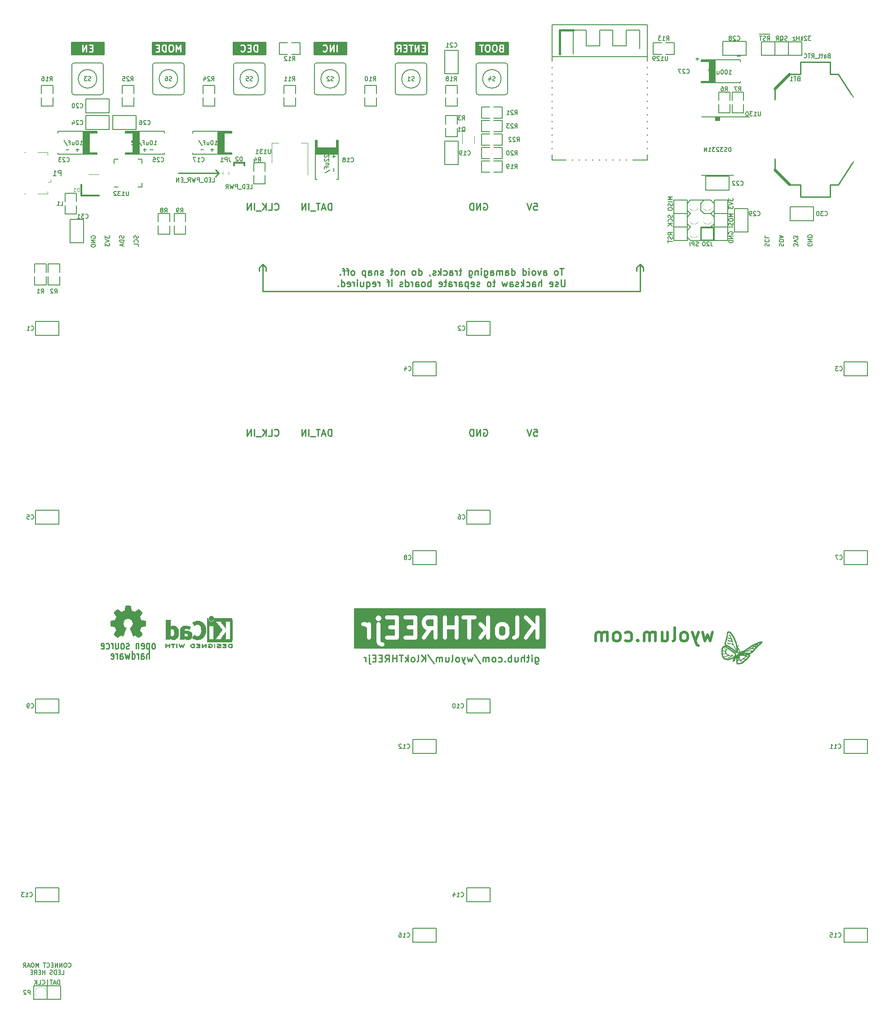
<source format=gbo>
G04 #@! TF.GenerationSoftware,KiCad,Pcbnew,no-vcs-found-67ccf76~61~ubuntu16.04.1*
G04 #@! TF.CreationDate,2018-03-18T02:48:24+05:30*
G04 #@! TF.ProjectId,KlokTHREEjr,4B6C6F6B54485245456A722E6B696361,rev 1*
G04 #@! TF.SameCoordinates,Original*
G04 #@! TF.FileFunction,Legend,Bot*
G04 #@! TF.FilePolarity,Positive*
%FSLAX46Y46*%
G04 Gerber Fmt 4.6, Leading zero omitted, Abs format (unit mm)*
G04 Created by KiCad (PCBNEW no-vcs-found-67ccf76~61~ubuntu16.04.1) date Sun Mar 18 02:48:24 2018*
%MOMM*%
%LPD*%
G01*
G04 APERTURE LIST*
%ADD10C,0.254000*%
%ADD11C,0.150000*%
%ADD12C,0.508000*%
%ADD13C,0.300000*%
%ADD14C,0.120000*%
%ADD15C,0.127000*%
%ADD16C,0.152400*%
%ADD17C,0.200000*%
%ADD18C,0.400000*%
%ADD19C,0.002540*%
%ADD20C,0.010000*%
%ADD21C,0.080000*%
%ADD22C,0.762000*%
%ADD23R,1.400000X1.200000*%
%ADD24R,1.400000X1.400000*%
%ADD25C,1.270000*%
%ADD26C,2.000000*%
%ADD27R,1.900000X1.500000*%
%ADD28C,1.450000*%
%ADD29R,1.350000X0.400000*%
%ADD30O,1.900000X1.200000*%
%ADD31R,1.900000X1.200000*%
%ADD32C,0.800000*%
%ADD33C,6.400000*%
%ADD34R,2.100000X1.400000*%
%ADD35R,3.048000X3.048000*%
%ADD36O,0.850000X0.300000*%
%ADD37O,0.300000X0.850000*%
%ADD38R,1.675000X1.675000*%
%ADD39R,1.498600X1.300480*%
%ADD40R,1.550000X1.350000*%
%ADD41C,3.200000*%
%ADD42R,1.350000X1.550000*%
%ADD43R,1.500000X2.000000*%
%ADD44R,3.800000X2.000000*%
%ADD45R,1.300480X1.498600*%
%ADD46R,0.400000X0.650000*%
%ADD47C,1.600000*%
%ADD48R,5.080000X2.794000*%
%ADD49C,18.796000*%
%ADD50R,1.998980X0.599440*%
%ADD51C,5.200000*%
%ADD52C,1.524000*%
%ADD53R,1.524000X1.524000*%
%ADD54C,1.800000*%
%ADD55R,0.600000X0.400000*%
%ADD56O,1.000000X2.000000*%
%ADD57O,2.000000X1.000000*%
%ADD58R,4.000000X4.000000*%
%ADD59R,2.000000X1.000000*%
%ADD60R,1.000000X2.000000*%
%ADD61R,1.198880X1.198880*%
%ADD62C,0.508000*%
%ADD63R,2.000000X2.000000*%
%ADD64O,2.000000X2.000000*%
%ADD65C,2.082800*%
G04 APERTURE END LIST*
D10*
X98092380Y-84273571D02*
X98152857Y-84334047D01*
X98334285Y-84394523D01*
X98455238Y-84394523D01*
X98636666Y-84334047D01*
X98757619Y-84213095D01*
X98818095Y-84092142D01*
X98878571Y-83850238D01*
X98878571Y-83668809D01*
X98818095Y-83426904D01*
X98757619Y-83305952D01*
X98636666Y-83185000D01*
X98455238Y-83124523D01*
X98334285Y-83124523D01*
X98152857Y-83185000D01*
X98092380Y-83245476D01*
X96943333Y-84394523D02*
X97548095Y-84394523D01*
X97548095Y-83124523D01*
X96520000Y-84394523D02*
X96520000Y-83124523D01*
X95794285Y-84394523D02*
X96338571Y-83668809D01*
X95794285Y-83124523D02*
X96520000Y-83850238D01*
X95552380Y-84515476D02*
X94584761Y-84515476D01*
X94282380Y-84394523D02*
X94282380Y-83124523D01*
X93677619Y-84394523D02*
X93677619Y-83124523D01*
X92951904Y-84394523D01*
X92951904Y-83124523D01*
X108857142Y-84394523D02*
X108857142Y-83124523D01*
X108554761Y-83124523D01*
X108373333Y-83185000D01*
X108252380Y-83305952D01*
X108191904Y-83426904D01*
X108131428Y-83668809D01*
X108131428Y-83850238D01*
X108191904Y-84092142D01*
X108252380Y-84213095D01*
X108373333Y-84334047D01*
X108554761Y-84394523D01*
X108857142Y-84394523D01*
X107647619Y-84031666D02*
X107042857Y-84031666D01*
X107768571Y-84394523D02*
X107345238Y-83124523D01*
X106921904Y-84394523D01*
X106680000Y-83124523D02*
X105954285Y-83124523D01*
X106317142Y-84394523D02*
X106317142Y-83124523D01*
X105833333Y-84515476D02*
X104865714Y-84515476D01*
X104563333Y-84394523D02*
X104563333Y-83124523D01*
X103958571Y-84394523D02*
X103958571Y-83124523D01*
X103232857Y-84394523D01*
X103232857Y-83124523D01*
X137492619Y-83185000D02*
X137613571Y-83124523D01*
X137795000Y-83124523D01*
X137976428Y-83185000D01*
X138097380Y-83305952D01*
X138157857Y-83426904D01*
X138218333Y-83668809D01*
X138218333Y-83850238D01*
X138157857Y-84092142D01*
X138097380Y-84213095D01*
X137976428Y-84334047D01*
X137795000Y-84394523D01*
X137674047Y-84394523D01*
X137492619Y-84334047D01*
X137432142Y-84273571D01*
X137432142Y-83850238D01*
X137674047Y-83850238D01*
X136887857Y-84394523D02*
X136887857Y-83124523D01*
X136162142Y-84394523D01*
X136162142Y-83124523D01*
X135557380Y-84394523D02*
X135557380Y-83124523D01*
X135255000Y-83124523D01*
X135073571Y-83185000D01*
X134952619Y-83305952D01*
X134892142Y-83426904D01*
X134831666Y-83668809D01*
X134831666Y-83850238D01*
X134892142Y-84092142D01*
X134952619Y-84213095D01*
X135073571Y-84334047D01*
X135255000Y-84394523D01*
X135557380Y-84394523D01*
X146926904Y-83124523D02*
X147531666Y-83124523D01*
X147592142Y-83729285D01*
X147531666Y-83668809D01*
X147410714Y-83608333D01*
X147108333Y-83608333D01*
X146987380Y-83668809D01*
X146926904Y-83729285D01*
X146866428Y-83850238D01*
X146866428Y-84152619D01*
X146926904Y-84273571D01*
X146987380Y-84334047D01*
X147108333Y-84394523D01*
X147410714Y-84394523D01*
X147531666Y-84334047D01*
X147592142Y-84273571D01*
X146503571Y-83124523D02*
X146080238Y-84394523D01*
X145656904Y-83124523D01*
X80010000Y-77470000D02*
X87630000Y-77470000D01*
X87630000Y-77470000D02*
X86995000Y-78105000D01*
X87630000Y-77470000D02*
X86995000Y-76835000D01*
D11*
X199395000Y-90732976D02*
X199433095Y-90809166D01*
X199433095Y-90923452D01*
X199395000Y-91037738D01*
X199318809Y-91113928D01*
X199242619Y-91152023D01*
X199090238Y-91190119D01*
X198975952Y-91190119D01*
X198823571Y-91152023D01*
X198747380Y-91113928D01*
X198671190Y-91037738D01*
X198633095Y-90923452D01*
X198633095Y-90847261D01*
X198671190Y-90732976D01*
X198709285Y-90694880D01*
X198975952Y-90694880D01*
X198975952Y-90847261D01*
X198633095Y-90352023D02*
X199433095Y-90352023D01*
X198633095Y-89894880D01*
X199433095Y-89894880D01*
X198633095Y-89513928D02*
X199433095Y-89513928D01*
X199433095Y-89323452D01*
X199395000Y-89209166D01*
X199318809Y-89132976D01*
X199242619Y-89094880D01*
X199090238Y-89056785D01*
X198975952Y-89056785D01*
X198823571Y-89094880D01*
X198747380Y-89132976D01*
X198671190Y-89209166D01*
X198633095Y-89323452D01*
X198633095Y-89513928D01*
X196733095Y-91228214D02*
X196733095Y-90732976D01*
X196428333Y-90999642D01*
X196428333Y-90885357D01*
X196390238Y-90809166D01*
X196352142Y-90771071D01*
X196275952Y-90732976D01*
X196085476Y-90732976D01*
X196009285Y-90771071D01*
X195971190Y-90809166D01*
X195933095Y-90885357D01*
X195933095Y-91113928D01*
X195971190Y-91190119D01*
X196009285Y-91228214D01*
X196733095Y-90504404D02*
X195933095Y-90237738D01*
X196733095Y-89971071D01*
X196733095Y-89780595D02*
X196733095Y-89285357D01*
X196428333Y-89552023D01*
X196428333Y-89437738D01*
X196390238Y-89361547D01*
X196352142Y-89323452D01*
X196275952Y-89285357D01*
X196085476Y-89285357D01*
X196009285Y-89323452D01*
X195971190Y-89361547D01*
X195933095Y-89437738D01*
X195933095Y-89666309D01*
X195971190Y-89742500D01*
X196009285Y-89780595D01*
X193271190Y-91190119D02*
X193233095Y-91075833D01*
X193233095Y-90885357D01*
X193271190Y-90809166D01*
X193309285Y-90771071D01*
X193385476Y-90732976D01*
X193461666Y-90732976D01*
X193537857Y-90771071D01*
X193575952Y-90809166D01*
X193614047Y-90885357D01*
X193652142Y-91037738D01*
X193690238Y-91113928D01*
X193728333Y-91152023D01*
X193804523Y-91190119D01*
X193880714Y-91190119D01*
X193956904Y-91152023D01*
X193995000Y-91113928D01*
X194033095Y-91037738D01*
X194033095Y-90847261D01*
X193995000Y-90732976D01*
X193233095Y-90390119D02*
X194033095Y-90390119D01*
X194033095Y-90199642D01*
X193995000Y-90085357D01*
X193918809Y-90009166D01*
X193842619Y-89971071D01*
X193690238Y-89932976D01*
X193575952Y-89932976D01*
X193423571Y-89971071D01*
X193347380Y-90009166D01*
X193271190Y-90085357D01*
X193233095Y-90199642D01*
X193233095Y-90390119D01*
X193461666Y-89628214D02*
X193461666Y-89247261D01*
X193233095Y-89704404D02*
X194033095Y-89437738D01*
X193233095Y-89171071D01*
X190571190Y-91190119D02*
X190533095Y-91075833D01*
X190533095Y-90885357D01*
X190571190Y-90809166D01*
X190609285Y-90771071D01*
X190685476Y-90732976D01*
X190761666Y-90732976D01*
X190837857Y-90771071D01*
X190875952Y-90809166D01*
X190914047Y-90885357D01*
X190952142Y-91037738D01*
X190990238Y-91113928D01*
X191028333Y-91152023D01*
X191104523Y-91190119D01*
X191180714Y-91190119D01*
X191256904Y-91152023D01*
X191295000Y-91113928D01*
X191333095Y-91037738D01*
X191333095Y-90847261D01*
X191295000Y-90732976D01*
X190609285Y-89932976D02*
X190571190Y-89971071D01*
X190533095Y-90085357D01*
X190533095Y-90161547D01*
X190571190Y-90275833D01*
X190647380Y-90352023D01*
X190723571Y-90390119D01*
X190875952Y-90428214D01*
X190990238Y-90428214D01*
X191142619Y-90390119D01*
X191218809Y-90352023D01*
X191295000Y-90275833D01*
X191333095Y-90161547D01*
X191333095Y-90085357D01*
X191295000Y-89971071D01*
X191256904Y-89932976D01*
X190533095Y-89209166D02*
X190533095Y-89590119D01*
X191333095Y-89590119D01*
X63550000Y-89707023D02*
X63511904Y-89630833D01*
X63511904Y-89516547D01*
X63550000Y-89402261D01*
X63626190Y-89326071D01*
X63702380Y-89287976D01*
X63854761Y-89249880D01*
X63969047Y-89249880D01*
X64121428Y-89287976D01*
X64197619Y-89326071D01*
X64273809Y-89402261D01*
X64311904Y-89516547D01*
X64311904Y-89592738D01*
X64273809Y-89707023D01*
X64235714Y-89745119D01*
X63969047Y-89745119D01*
X63969047Y-89592738D01*
X64311904Y-90087976D02*
X63511904Y-90087976D01*
X64311904Y-90545119D01*
X63511904Y-90545119D01*
X64311904Y-90926071D02*
X63511904Y-90926071D01*
X63511904Y-91116547D01*
X63550000Y-91230833D01*
X63626190Y-91307023D01*
X63702380Y-91345119D01*
X63854761Y-91383214D01*
X63969047Y-91383214D01*
X64121428Y-91345119D01*
X64197619Y-91307023D01*
X64273809Y-91230833D01*
X64311904Y-91116547D01*
X64311904Y-90926071D01*
X66211904Y-89211785D02*
X66211904Y-89707023D01*
X66516666Y-89440357D01*
X66516666Y-89554642D01*
X66554761Y-89630833D01*
X66592857Y-89668928D01*
X66669047Y-89707023D01*
X66859523Y-89707023D01*
X66935714Y-89668928D01*
X66973809Y-89630833D01*
X67011904Y-89554642D01*
X67011904Y-89326071D01*
X66973809Y-89249880D01*
X66935714Y-89211785D01*
X66211904Y-89935595D02*
X67011904Y-90202261D01*
X66211904Y-90468928D01*
X66211904Y-90659404D02*
X66211904Y-91154642D01*
X66516666Y-90887976D01*
X66516666Y-91002261D01*
X66554761Y-91078452D01*
X66592857Y-91116547D01*
X66669047Y-91154642D01*
X66859523Y-91154642D01*
X66935714Y-91116547D01*
X66973809Y-91078452D01*
X67011904Y-91002261D01*
X67011904Y-90773690D01*
X66973809Y-90697500D01*
X66935714Y-90659404D01*
X69673809Y-89249880D02*
X69711904Y-89364166D01*
X69711904Y-89554642D01*
X69673809Y-89630833D01*
X69635714Y-89668928D01*
X69559523Y-89707023D01*
X69483333Y-89707023D01*
X69407142Y-89668928D01*
X69369047Y-89630833D01*
X69330952Y-89554642D01*
X69292857Y-89402261D01*
X69254761Y-89326071D01*
X69216666Y-89287976D01*
X69140476Y-89249880D01*
X69064285Y-89249880D01*
X68988095Y-89287976D01*
X68950000Y-89326071D01*
X68911904Y-89402261D01*
X68911904Y-89592738D01*
X68950000Y-89707023D01*
X69711904Y-90049880D02*
X68911904Y-90049880D01*
X68911904Y-90240357D01*
X68950000Y-90354642D01*
X69026190Y-90430833D01*
X69102380Y-90468928D01*
X69254761Y-90507023D01*
X69369047Y-90507023D01*
X69521428Y-90468928D01*
X69597619Y-90430833D01*
X69673809Y-90354642D01*
X69711904Y-90240357D01*
X69711904Y-90049880D01*
X69483333Y-90811785D02*
X69483333Y-91192738D01*
X69711904Y-90735595D02*
X68911904Y-91002261D01*
X69711904Y-91268928D01*
X72373809Y-89249880D02*
X72411904Y-89364166D01*
X72411904Y-89554642D01*
X72373809Y-89630833D01*
X72335714Y-89668928D01*
X72259523Y-89707023D01*
X72183333Y-89707023D01*
X72107142Y-89668928D01*
X72069047Y-89630833D01*
X72030952Y-89554642D01*
X71992857Y-89402261D01*
X71954761Y-89326071D01*
X71916666Y-89287976D01*
X71840476Y-89249880D01*
X71764285Y-89249880D01*
X71688095Y-89287976D01*
X71650000Y-89326071D01*
X71611904Y-89402261D01*
X71611904Y-89592738D01*
X71650000Y-89707023D01*
X72335714Y-90507023D02*
X72373809Y-90468928D01*
X72411904Y-90354642D01*
X72411904Y-90278452D01*
X72373809Y-90164166D01*
X72297619Y-90087976D01*
X72221428Y-90049880D01*
X72069047Y-90011785D01*
X71954761Y-90011785D01*
X71802380Y-90049880D01*
X71726190Y-90087976D01*
X71650000Y-90164166D01*
X71611904Y-90278452D01*
X71611904Y-90354642D01*
X71650000Y-90468928D01*
X71688095Y-90507023D01*
X72411904Y-91230833D02*
X72411904Y-90849880D01*
X71611904Y-90849880D01*
D10*
X147214771Y-168637857D02*
X147214771Y-169665952D01*
X147278876Y-169786904D01*
X147342980Y-169847380D01*
X147471190Y-169907857D01*
X147663504Y-169907857D01*
X147791714Y-169847380D01*
X147214771Y-169424047D02*
X147342980Y-169484523D01*
X147599400Y-169484523D01*
X147727609Y-169424047D01*
X147791714Y-169363571D01*
X147855819Y-169242619D01*
X147855819Y-168879761D01*
X147791714Y-168758809D01*
X147727609Y-168698333D01*
X147599400Y-168637857D01*
X147342980Y-168637857D01*
X147214771Y-168698333D01*
X146573723Y-169484523D02*
X146573723Y-168637857D01*
X146573723Y-168214523D02*
X146637828Y-168275000D01*
X146573723Y-168335476D01*
X146509619Y-168275000D01*
X146573723Y-168214523D01*
X146573723Y-168335476D01*
X146124990Y-168637857D02*
X145612152Y-168637857D01*
X145932676Y-168214523D02*
X145932676Y-169303095D01*
X145868571Y-169424047D01*
X145740361Y-169484523D01*
X145612152Y-169484523D01*
X145163419Y-169484523D02*
X145163419Y-168214523D01*
X144586476Y-169484523D02*
X144586476Y-168819285D01*
X144650580Y-168698333D01*
X144778790Y-168637857D01*
X144971104Y-168637857D01*
X145099314Y-168698333D01*
X145163419Y-168758809D01*
X143368485Y-168637857D02*
X143368485Y-169484523D01*
X143945428Y-168637857D02*
X143945428Y-169303095D01*
X143881323Y-169424047D01*
X143753114Y-169484523D01*
X143560800Y-169484523D01*
X143432590Y-169424047D01*
X143368485Y-169363571D01*
X142727438Y-169484523D02*
X142727438Y-168214523D01*
X142727438Y-168698333D02*
X142599228Y-168637857D01*
X142342809Y-168637857D01*
X142214600Y-168698333D01*
X142150495Y-168758809D01*
X142086390Y-168879761D01*
X142086390Y-169242619D01*
X142150495Y-169363571D01*
X142214600Y-169424047D01*
X142342809Y-169484523D01*
X142599228Y-169484523D01*
X142727438Y-169424047D01*
X141509447Y-169363571D02*
X141445342Y-169424047D01*
X141509447Y-169484523D01*
X141573552Y-169424047D01*
X141509447Y-169363571D01*
X141509447Y-169484523D01*
X140291457Y-169424047D02*
X140419666Y-169484523D01*
X140676085Y-169484523D01*
X140804295Y-169424047D01*
X140868400Y-169363571D01*
X140932504Y-169242619D01*
X140932504Y-168879761D01*
X140868400Y-168758809D01*
X140804295Y-168698333D01*
X140676085Y-168637857D01*
X140419666Y-168637857D01*
X140291457Y-168698333D01*
X139522200Y-169484523D02*
X139650409Y-169424047D01*
X139714514Y-169363571D01*
X139778619Y-169242619D01*
X139778619Y-168879761D01*
X139714514Y-168758809D01*
X139650409Y-168698333D01*
X139522200Y-168637857D01*
X139329885Y-168637857D01*
X139201676Y-168698333D01*
X139137571Y-168758809D01*
X139073466Y-168879761D01*
X139073466Y-169242619D01*
X139137571Y-169363571D01*
X139201676Y-169424047D01*
X139329885Y-169484523D01*
X139522200Y-169484523D01*
X138496523Y-169484523D02*
X138496523Y-168637857D01*
X138496523Y-168758809D02*
X138432419Y-168698333D01*
X138304209Y-168637857D01*
X138111895Y-168637857D01*
X137983685Y-168698333D01*
X137919580Y-168819285D01*
X137919580Y-169484523D01*
X137919580Y-168819285D02*
X137855476Y-168698333D01*
X137727266Y-168637857D01*
X137534952Y-168637857D01*
X137406742Y-168698333D01*
X137342638Y-168819285D01*
X137342638Y-169484523D01*
X135740019Y-168154047D02*
X136893904Y-169786904D01*
X135419495Y-168637857D02*
X135163076Y-169484523D01*
X134906657Y-168879761D01*
X134650238Y-169484523D01*
X134393819Y-168637857D01*
X134009190Y-168637857D02*
X133688666Y-169484523D01*
X133368142Y-168637857D02*
X133688666Y-169484523D01*
X133816876Y-169786904D01*
X133880980Y-169847380D01*
X134009190Y-169907857D01*
X132662990Y-169484523D02*
X132791200Y-169424047D01*
X132855304Y-169363571D01*
X132919409Y-169242619D01*
X132919409Y-168879761D01*
X132855304Y-168758809D01*
X132791200Y-168698333D01*
X132662990Y-168637857D01*
X132470676Y-168637857D01*
X132342466Y-168698333D01*
X132278361Y-168758809D01*
X132214257Y-168879761D01*
X132214257Y-169242619D01*
X132278361Y-169363571D01*
X132342466Y-169424047D01*
X132470676Y-169484523D01*
X132662990Y-169484523D01*
X131445000Y-169484523D02*
X131573209Y-169424047D01*
X131637314Y-169303095D01*
X131637314Y-168214523D01*
X130355219Y-168637857D02*
X130355219Y-169484523D01*
X130932161Y-168637857D02*
X130932161Y-169303095D01*
X130868057Y-169424047D01*
X130739847Y-169484523D01*
X130547533Y-169484523D01*
X130419323Y-169424047D01*
X130355219Y-169363571D01*
X129714171Y-169484523D02*
X129714171Y-168637857D01*
X129714171Y-168758809D02*
X129650066Y-168698333D01*
X129521857Y-168637857D01*
X129329542Y-168637857D01*
X129201333Y-168698333D01*
X129137228Y-168819285D01*
X129137228Y-169484523D01*
X129137228Y-168819285D02*
X129073123Y-168698333D01*
X128944914Y-168637857D01*
X128752600Y-168637857D01*
X128624390Y-168698333D01*
X128560285Y-168819285D01*
X128560285Y-169484523D01*
X126957666Y-168154047D02*
X128111552Y-169786904D01*
X126508933Y-169484523D02*
X126508933Y-168214523D01*
X125739676Y-169484523D02*
X126316619Y-168758809D01*
X125739676Y-168214523D02*
X126508933Y-168940238D01*
X124970419Y-169484523D02*
X125098628Y-169424047D01*
X125162733Y-169303095D01*
X125162733Y-168214523D01*
X124265266Y-169484523D02*
X124393476Y-169424047D01*
X124457580Y-169363571D01*
X124521685Y-169242619D01*
X124521685Y-168879761D01*
X124457580Y-168758809D01*
X124393476Y-168698333D01*
X124265266Y-168637857D01*
X124072952Y-168637857D01*
X123944742Y-168698333D01*
X123880638Y-168758809D01*
X123816533Y-168879761D01*
X123816533Y-169242619D01*
X123880638Y-169363571D01*
X123944742Y-169424047D01*
X124072952Y-169484523D01*
X124265266Y-169484523D01*
X123239590Y-169484523D02*
X123239590Y-168214523D01*
X123111380Y-169000714D02*
X122726752Y-169484523D01*
X122726752Y-168637857D02*
X123239590Y-169121666D01*
X122342123Y-168214523D02*
X121572866Y-168214523D01*
X121957495Y-169484523D02*
X121957495Y-168214523D01*
X121124133Y-169484523D02*
X121124133Y-168214523D01*
X121124133Y-168819285D02*
X120354876Y-168819285D01*
X120354876Y-169484523D02*
X120354876Y-168214523D01*
X118944571Y-169484523D02*
X119393304Y-168879761D01*
X119713828Y-169484523D02*
X119713828Y-168214523D01*
X119200990Y-168214523D01*
X119072780Y-168275000D01*
X119008676Y-168335476D01*
X118944571Y-168456428D01*
X118944571Y-168637857D01*
X119008676Y-168758809D01*
X119072780Y-168819285D01*
X119200990Y-168879761D01*
X119713828Y-168879761D01*
X118367628Y-168819285D02*
X117918895Y-168819285D01*
X117726580Y-169484523D02*
X118367628Y-169484523D01*
X118367628Y-168214523D01*
X117726580Y-168214523D01*
X117149638Y-168819285D02*
X116700904Y-168819285D01*
X116508590Y-169484523D02*
X117149638Y-169484523D01*
X117149638Y-168214523D01*
X116508590Y-168214523D01*
X115931647Y-168637857D02*
X115931647Y-169726428D01*
X115995752Y-169847380D01*
X116123961Y-169907857D01*
X116188066Y-169907857D01*
X115931647Y-168214523D02*
X115995752Y-168275000D01*
X115931647Y-168335476D01*
X115867542Y-168275000D01*
X115931647Y-168214523D01*
X115931647Y-168335476D01*
X115290600Y-169484523D02*
X115290600Y-168637857D01*
X115290600Y-168879761D02*
X115226495Y-168758809D01*
X115162390Y-168698333D01*
X115034180Y-168637857D01*
X114905971Y-168637857D01*
X166370000Y-95885000D02*
X166370000Y-95885000D01*
X166370000Y-95250000D02*
X166370000Y-95885000D01*
X167005000Y-94615000D02*
X166370000Y-95250000D01*
X167640000Y-95885000D02*
X167640000Y-95885000D01*
X167640000Y-95250000D02*
X167640000Y-95885000D01*
X167005000Y-94615000D02*
X167640000Y-95250000D01*
X167005000Y-99695000D02*
X167005000Y-94615000D01*
X131445000Y-99695000D02*
X167005000Y-99695000D01*
X95250000Y-95885000D02*
X95250000Y-95885000D01*
X95250000Y-95250000D02*
X95250000Y-95885000D01*
X95885000Y-94615000D02*
X95250000Y-95250000D01*
X96520000Y-95885000D02*
X96520000Y-95250000D01*
X95885000Y-94615000D02*
X96520000Y-95250000D01*
X95885000Y-99695000D02*
X95885000Y-94615000D01*
X131445000Y-99695000D02*
X95885000Y-99695000D01*
X152581428Y-95380023D02*
X151855714Y-95380023D01*
X152218571Y-96650023D02*
X152218571Y-95380023D01*
X151250952Y-96650023D02*
X151371904Y-96589547D01*
X151432380Y-96529071D01*
X151492857Y-96408119D01*
X151492857Y-96045261D01*
X151432380Y-95924309D01*
X151371904Y-95863833D01*
X151250952Y-95803357D01*
X151069523Y-95803357D01*
X150948571Y-95863833D01*
X150888095Y-95924309D01*
X150827619Y-96045261D01*
X150827619Y-96408119D01*
X150888095Y-96529071D01*
X150948571Y-96589547D01*
X151069523Y-96650023D01*
X151250952Y-96650023D01*
X148771428Y-96650023D02*
X148771428Y-95984785D01*
X148831904Y-95863833D01*
X148952857Y-95803357D01*
X149194761Y-95803357D01*
X149315714Y-95863833D01*
X148771428Y-96589547D02*
X148892380Y-96650023D01*
X149194761Y-96650023D01*
X149315714Y-96589547D01*
X149376190Y-96468595D01*
X149376190Y-96347642D01*
X149315714Y-96226690D01*
X149194761Y-96166214D01*
X148892380Y-96166214D01*
X148771428Y-96105738D01*
X148287619Y-95803357D02*
X147985238Y-96650023D01*
X147682857Y-95803357D01*
X147017619Y-96650023D02*
X147138571Y-96589547D01*
X147199047Y-96529071D01*
X147259523Y-96408119D01*
X147259523Y-96045261D01*
X147199047Y-95924309D01*
X147138571Y-95863833D01*
X147017619Y-95803357D01*
X146836190Y-95803357D01*
X146715238Y-95863833D01*
X146654761Y-95924309D01*
X146594285Y-96045261D01*
X146594285Y-96408119D01*
X146654761Y-96529071D01*
X146715238Y-96589547D01*
X146836190Y-96650023D01*
X147017619Y-96650023D01*
X146050000Y-96650023D02*
X146050000Y-95803357D01*
X146050000Y-95380023D02*
X146110476Y-95440500D01*
X146050000Y-95500976D01*
X145989523Y-95440500D01*
X146050000Y-95380023D01*
X146050000Y-95500976D01*
X144900952Y-96650023D02*
X144900952Y-95380023D01*
X144900952Y-96589547D02*
X145021904Y-96650023D01*
X145263809Y-96650023D01*
X145384761Y-96589547D01*
X145445238Y-96529071D01*
X145505714Y-96408119D01*
X145505714Y-96045261D01*
X145445238Y-95924309D01*
X145384761Y-95863833D01*
X145263809Y-95803357D01*
X145021904Y-95803357D01*
X144900952Y-95863833D01*
X142784285Y-96650023D02*
X142784285Y-95380023D01*
X142784285Y-96589547D02*
X142905238Y-96650023D01*
X143147142Y-96650023D01*
X143268095Y-96589547D01*
X143328571Y-96529071D01*
X143389047Y-96408119D01*
X143389047Y-96045261D01*
X143328571Y-95924309D01*
X143268095Y-95863833D01*
X143147142Y-95803357D01*
X142905238Y-95803357D01*
X142784285Y-95863833D01*
X141635238Y-96650023D02*
X141635238Y-95984785D01*
X141695714Y-95863833D01*
X141816666Y-95803357D01*
X142058571Y-95803357D01*
X142179523Y-95863833D01*
X141635238Y-96589547D02*
X141756190Y-96650023D01*
X142058571Y-96650023D01*
X142179523Y-96589547D01*
X142240000Y-96468595D01*
X142240000Y-96347642D01*
X142179523Y-96226690D01*
X142058571Y-96166214D01*
X141756190Y-96166214D01*
X141635238Y-96105738D01*
X141030476Y-96650023D02*
X141030476Y-95803357D01*
X141030476Y-95924309D02*
X140970000Y-95863833D01*
X140849047Y-95803357D01*
X140667619Y-95803357D01*
X140546666Y-95863833D01*
X140486190Y-95984785D01*
X140486190Y-96650023D01*
X140486190Y-95984785D02*
X140425714Y-95863833D01*
X140304761Y-95803357D01*
X140123333Y-95803357D01*
X140002380Y-95863833D01*
X139941904Y-95984785D01*
X139941904Y-96650023D01*
X138792857Y-96650023D02*
X138792857Y-95984785D01*
X138853333Y-95863833D01*
X138974285Y-95803357D01*
X139216190Y-95803357D01*
X139337142Y-95863833D01*
X138792857Y-96589547D02*
X138913809Y-96650023D01*
X139216190Y-96650023D01*
X139337142Y-96589547D01*
X139397619Y-96468595D01*
X139397619Y-96347642D01*
X139337142Y-96226690D01*
X139216190Y-96166214D01*
X138913809Y-96166214D01*
X138792857Y-96105738D01*
X137643809Y-95803357D02*
X137643809Y-96831452D01*
X137704285Y-96952404D01*
X137764761Y-97012880D01*
X137885714Y-97073357D01*
X138067142Y-97073357D01*
X138188095Y-97012880D01*
X137643809Y-96589547D02*
X137764761Y-96650023D01*
X138006666Y-96650023D01*
X138127619Y-96589547D01*
X138188095Y-96529071D01*
X138248571Y-96408119D01*
X138248571Y-96045261D01*
X138188095Y-95924309D01*
X138127619Y-95863833D01*
X138006666Y-95803357D01*
X137764761Y-95803357D01*
X137643809Y-95863833D01*
X137039047Y-96650023D02*
X137039047Y-95803357D01*
X137039047Y-95380023D02*
X137099523Y-95440500D01*
X137039047Y-95500976D01*
X136978571Y-95440500D01*
X137039047Y-95380023D01*
X137039047Y-95500976D01*
X136434285Y-95803357D02*
X136434285Y-96650023D01*
X136434285Y-95924309D02*
X136373809Y-95863833D01*
X136252857Y-95803357D01*
X136071428Y-95803357D01*
X135950476Y-95863833D01*
X135890000Y-95984785D01*
X135890000Y-96650023D01*
X134740952Y-95803357D02*
X134740952Y-96831452D01*
X134801428Y-96952404D01*
X134861904Y-97012880D01*
X134982857Y-97073357D01*
X135164285Y-97073357D01*
X135285238Y-97012880D01*
X134740952Y-96589547D02*
X134861904Y-96650023D01*
X135103809Y-96650023D01*
X135224761Y-96589547D01*
X135285238Y-96529071D01*
X135345714Y-96408119D01*
X135345714Y-96045261D01*
X135285238Y-95924309D01*
X135224761Y-95863833D01*
X135103809Y-95803357D01*
X134861904Y-95803357D01*
X134740952Y-95863833D01*
X133350000Y-95803357D02*
X132866190Y-95803357D01*
X133168571Y-95380023D02*
X133168571Y-96468595D01*
X133108095Y-96589547D01*
X132987142Y-96650023D01*
X132866190Y-96650023D01*
X132442857Y-96650023D02*
X132442857Y-95803357D01*
X132442857Y-96045261D02*
X132382380Y-95924309D01*
X132321904Y-95863833D01*
X132200952Y-95803357D01*
X132080000Y-95803357D01*
X131112380Y-96650023D02*
X131112380Y-95984785D01*
X131172857Y-95863833D01*
X131293809Y-95803357D01*
X131535714Y-95803357D01*
X131656666Y-95863833D01*
X131112380Y-96589547D02*
X131233333Y-96650023D01*
X131535714Y-96650023D01*
X131656666Y-96589547D01*
X131717142Y-96468595D01*
X131717142Y-96347642D01*
X131656666Y-96226690D01*
X131535714Y-96166214D01*
X131233333Y-96166214D01*
X131112380Y-96105738D01*
X129963333Y-96589547D02*
X130084285Y-96650023D01*
X130326190Y-96650023D01*
X130447142Y-96589547D01*
X130507619Y-96529071D01*
X130568095Y-96408119D01*
X130568095Y-96045261D01*
X130507619Y-95924309D01*
X130447142Y-95863833D01*
X130326190Y-95803357D01*
X130084285Y-95803357D01*
X129963333Y-95863833D01*
X129419047Y-96650023D02*
X129419047Y-95380023D01*
X129298095Y-96166214D02*
X128935238Y-96650023D01*
X128935238Y-95803357D02*
X129419047Y-96287166D01*
X128451428Y-96589547D02*
X128330476Y-96650023D01*
X128088571Y-96650023D01*
X127967619Y-96589547D01*
X127907142Y-96468595D01*
X127907142Y-96408119D01*
X127967619Y-96287166D01*
X128088571Y-96226690D01*
X128270000Y-96226690D01*
X128390952Y-96166214D01*
X128451428Y-96045261D01*
X128451428Y-95984785D01*
X128390952Y-95863833D01*
X128270000Y-95803357D01*
X128088571Y-95803357D01*
X127967619Y-95863833D01*
X127302380Y-96589547D02*
X127302380Y-96650023D01*
X127362857Y-96770976D01*
X127423333Y-96831452D01*
X125246190Y-96650023D02*
X125246190Y-95380023D01*
X125246190Y-96589547D02*
X125367142Y-96650023D01*
X125609047Y-96650023D01*
X125730000Y-96589547D01*
X125790476Y-96529071D01*
X125850952Y-96408119D01*
X125850952Y-96045261D01*
X125790476Y-95924309D01*
X125730000Y-95863833D01*
X125609047Y-95803357D01*
X125367142Y-95803357D01*
X125246190Y-95863833D01*
X124460000Y-96650023D02*
X124580952Y-96589547D01*
X124641428Y-96529071D01*
X124701904Y-96408119D01*
X124701904Y-96045261D01*
X124641428Y-95924309D01*
X124580952Y-95863833D01*
X124460000Y-95803357D01*
X124278571Y-95803357D01*
X124157619Y-95863833D01*
X124097142Y-95924309D01*
X124036666Y-96045261D01*
X124036666Y-96408119D01*
X124097142Y-96529071D01*
X124157619Y-96589547D01*
X124278571Y-96650023D01*
X124460000Y-96650023D01*
X122524761Y-95803357D02*
X122524761Y-96650023D01*
X122524761Y-95924309D02*
X122464285Y-95863833D01*
X122343333Y-95803357D01*
X122161904Y-95803357D01*
X122040952Y-95863833D01*
X121980476Y-95984785D01*
X121980476Y-96650023D01*
X121194285Y-96650023D02*
X121315238Y-96589547D01*
X121375714Y-96529071D01*
X121436190Y-96408119D01*
X121436190Y-96045261D01*
X121375714Y-95924309D01*
X121315238Y-95863833D01*
X121194285Y-95803357D01*
X121012857Y-95803357D01*
X120891904Y-95863833D01*
X120831428Y-95924309D01*
X120770952Y-96045261D01*
X120770952Y-96408119D01*
X120831428Y-96529071D01*
X120891904Y-96589547D01*
X121012857Y-96650023D01*
X121194285Y-96650023D01*
X120408095Y-95803357D02*
X119924285Y-95803357D01*
X120226666Y-95380023D02*
X120226666Y-96468595D01*
X120166190Y-96589547D01*
X120045238Y-96650023D01*
X119924285Y-96650023D01*
X118593809Y-96589547D02*
X118472857Y-96650023D01*
X118230952Y-96650023D01*
X118110000Y-96589547D01*
X118049523Y-96468595D01*
X118049523Y-96408119D01*
X118110000Y-96287166D01*
X118230952Y-96226690D01*
X118412380Y-96226690D01*
X118533333Y-96166214D01*
X118593809Y-96045261D01*
X118593809Y-95984785D01*
X118533333Y-95863833D01*
X118412380Y-95803357D01*
X118230952Y-95803357D01*
X118110000Y-95863833D01*
X117505238Y-95803357D02*
X117505238Y-96650023D01*
X117505238Y-95924309D02*
X117444761Y-95863833D01*
X117323809Y-95803357D01*
X117142380Y-95803357D01*
X117021428Y-95863833D01*
X116960952Y-95984785D01*
X116960952Y-96650023D01*
X115811904Y-96650023D02*
X115811904Y-95984785D01*
X115872380Y-95863833D01*
X115993333Y-95803357D01*
X116235238Y-95803357D01*
X116356190Y-95863833D01*
X115811904Y-96589547D02*
X115932857Y-96650023D01*
X116235238Y-96650023D01*
X116356190Y-96589547D01*
X116416666Y-96468595D01*
X116416666Y-96347642D01*
X116356190Y-96226690D01*
X116235238Y-96166214D01*
X115932857Y-96166214D01*
X115811904Y-96105738D01*
X115207142Y-95803357D02*
X115207142Y-97073357D01*
X115207142Y-95863833D02*
X115086190Y-95803357D01*
X114844285Y-95803357D01*
X114723333Y-95863833D01*
X114662857Y-95924309D01*
X114602380Y-96045261D01*
X114602380Y-96408119D01*
X114662857Y-96529071D01*
X114723333Y-96589547D01*
X114844285Y-96650023D01*
X115086190Y-96650023D01*
X115207142Y-96589547D01*
X112909047Y-96650023D02*
X113030000Y-96589547D01*
X113090476Y-96529071D01*
X113150952Y-96408119D01*
X113150952Y-96045261D01*
X113090476Y-95924309D01*
X113030000Y-95863833D01*
X112909047Y-95803357D01*
X112727619Y-95803357D01*
X112606666Y-95863833D01*
X112546190Y-95924309D01*
X112485714Y-96045261D01*
X112485714Y-96408119D01*
X112546190Y-96529071D01*
X112606666Y-96589547D01*
X112727619Y-96650023D01*
X112909047Y-96650023D01*
X112122857Y-95803357D02*
X111639047Y-95803357D01*
X111941428Y-96650023D02*
X111941428Y-95561452D01*
X111880952Y-95440500D01*
X111760000Y-95380023D01*
X111639047Y-95380023D01*
X111397142Y-95803357D02*
X110913333Y-95803357D01*
X111215714Y-96650023D02*
X111215714Y-95561452D01*
X111155238Y-95440500D01*
X111034285Y-95380023D01*
X110913333Y-95380023D01*
X110490000Y-96529071D02*
X110429523Y-96589547D01*
X110490000Y-96650023D01*
X110550476Y-96589547D01*
X110490000Y-96529071D01*
X110490000Y-96650023D01*
X152823333Y-97539023D02*
X152823333Y-98567119D01*
X152762857Y-98688071D01*
X152702380Y-98748547D01*
X152581428Y-98809023D01*
X152339523Y-98809023D01*
X152218571Y-98748547D01*
X152158095Y-98688071D01*
X152097619Y-98567119D01*
X152097619Y-97539023D01*
X151553333Y-98748547D02*
X151432380Y-98809023D01*
X151190476Y-98809023D01*
X151069523Y-98748547D01*
X151009047Y-98627595D01*
X151009047Y-98567119D01*
X151069523Y-98446166D01*
X151190476Y-98385690D01*
X151371904Y-98385690D01*
X151492857Y-98325214D01*
X151553333Y-98204261D01*
X151553333Y-98143785D01*
X151492857Y-98022833D01*
X151371904Y-97962357D01*
X151190476Y-97962357D01*
X151069523Y-98022833D01*
X149980952Y-98748547D02*
X150101904Y-98809023D01*
X150343809Y-98809023D01*
X150464761Y-98748547D01*
X150525238Y-98627595D01*
X150525238Y-98143785D01*
X150464761Y-98022833D01*
X150343809Y-97962357D01*
X150101904Y-97962357D01*
X149980952Y-98022833D01*
X149920476Y-98143785D01*
X149920476Y-98264738D01*
X150525238Y-98385690D01*
X148408571Y-98809023D02*
X148408571Y-97539023D01*
X147864285Y-98809023D02*
X147864285Y-98143785D01*
X147924761Y-98022833D01*
X148045714Y-97962357D01*
X148227142Y-97962357D01*
X148348095Y-98022833D01*
X148408571Y-98083309D01*
X146715238Y-98809023D02*
X146715238Y-98143785D01*
X146775714Y-98022833D01*
X146896666Y-97962357D01*
X147138571Y-97962357D01*
X147259523Y-98022833D01*
X146715238Y-98748547D02*
X146836190Y-98809023D01*
X147138571Y-98809023D01*
X147259523Y-98748547D01*
X147320000Y-98627595D01*
X147320000Y-98506642D01*
X147259523Y-98385690D01*
X147138571Y-98325214D01*
X146836190Y-98325214D01*
X146715238Y-98264738D01*
X145566190Y-98748547D02*
X145687142Y-98809023D01*
X145929047Y-98809023D01*
X146050000Y-98748547D01*
X146110476Y-98688071D01*
X146170952Y-98567119D01*
X146170952Y-98204261D01*
X146110476Y-98083309D01*
X146050000Y-98022833D01*
X145929047Y-97962357D01*
X145687142Y-97962357D01*
X145566190Y-98022833D01*
X145021904Y-98809023D02*
X145021904Y-97539023D01*
X144900952Y-98325214D02*
X144538095Y-98809023D01*
X144538095Y-97962357D02*
X145021904Y-98446166D01*
X144054285Y-98748547D02*
X143933333Y-98809023D01*
X143691428Y-98809023D01*
X143570476Y-98748547D01*
X143510000Y-98627595D01*
X143510000Y-98567119D01*
X143570476Y-98446166D01*
X143691428Y-98385690D01*
X143872857Y-98385690D01*
X143993809Y-98325214D01*
X144054285Y-98204261D01*
X144054285Y-98143785D01*
X143993809Y-98022833D01*
X143872857Y-97962357D01*
X143691428Y-97962357D01*
X143570476Y-98022833D01*
X142421428Y-98809023D02*
X142421428Y-98143785D01*
X142481904Y-98022833D01*
X142602857Y-97962357D01*
X142844761Y-97962357D01*
X142965714Y-98022833D01*
X142421428Y-98748547D02*
X142542380Y-98809023D01*
X142844761Y-98809023D01*
X142965714Y-98748547D01*
X143026190Y-98627595D01*
X143026190Y-98506642D01*
X142965714Y-98385690D01*
X142844761Y-98325214D01*
X142542380Y-98325214D01*
X142421428Y-98264738D01*
X141937619Y-97962357D02*
X141695714Y-98809023D01*
X141453809Y-98204261D01*
X141211904Y-98809023D01*
X140970000Y-97962357D01*
X139700000Y-97962357D02*
X139216190Y-97962357D01*
X139518571Y-97539023D02*
X139518571Y-98627595D01*
X139458095Y-98748547D01*
X139337142Y-98809023D01*
X139216190Y-98809023D01*
X138611428Y-98809023D02*
X138732380Y-98748547D01*
X138792857Y-98688071D01*
X138853333Y-98567119D01*
X138853333Y-98204261D01*
X138792857Y-98083309D01*
X138732380Y-98022833D01*
X138611428Y-97962357D01*
X138430000Y-97962357D01*
X138309047Y-98022833D01*
X138248571Y-98083309D01*
X138188095Y-98204261D01*
X138188095Y-98567119D01*
X138248571Y-98688071D01*
X138309047Y-98748547D01*
X138430000Y-98809023D01*
X138611428Y-98809023D01*
X136736666Y-98748547D02*
X136615714Y-98809023D01*
X136373809Y-98809023D01*
X136252857Y-98748547D01*
X136192380Y-98627595D01*
X136192380Y-98567119D01*
X136252857Y-98446166D01*
X136373809Y-98385690D01*
X136555238Y-98385690D01*
X136676190Y-98325214D01*
X136736666Y-98204261D01*
X136736666Y-98143785D01*
X136676190Y-98022833D01*
X136555238Y-97962357D01*
X136373809Y-97962357D01*
X136252857Y-98022833D01*
X135164285Y-98748547D02*
X135285238Y-98809023D01*
X135527142Y-98809023D01*
X135648095Y-98748547D01*
X135708571Y-98627595D01*
X135708571Y-98143785D01*
X135648095Y-98022833D01*
X135527142Y-97962357D01*
X135285238Y-97962357D01*
X135164285Y-98022833D01*
X135103809Y-98143785D01*
X135103809Y-98264738D01*
X135708571Y-98385690D01*
X134559523Y-97962357D02*
X134559523Y-99232357D01*
X134559523Y-98022833D02*
X134438571Y-97962357D01*
X134196666Y-97962357D01*
X134075714Y-98022833D01*
X134015238Y-98083309D01*
X133954761Y-98204261D01*
X133954761Y-98567119D01*
X134015238Y-98688071D01*
X134075714Y-98748547D01*
X134196666Y-98809023D01*
X134438571Y-98809023D01*
X134559523Y-98748547D01*
X132866190Y-98809023D02*
X132866190Y-98143785D01*
X132926666Y-98022833D01*
X133047619Y-97962357D01*
X133289523Y-97962357D01*
X133410476Y-98022833D01*
X132866190Y-98748547D02*
X132987142Y-98809023D01*
X133289523Y-98809023D01*
X133410476Y-98748547D01*
X133470952Y-98627595D01*
X133470952Y-98506642D01*
X133410476Y-98385690D01*
X133289523Y-98325214D01*
X132987142Y-98325214D01*
X132866190Y-98264738D01*
X132261428Y-98809023D02*
X132261428Y-97962357D01*
X132261428Y-98204261D02*
X132200952Y-98083309D01*
X132140476Y-98022833D01*
X132019523Y-97962357D01*
X131898571Y-97962357D01*
X130930952Y-98809023D02*
X130930952Y-98143785D01*
X130991428Y-98022833D01*
X131112380Y-97962357D01*
X131354285Y-97962357D01*
X131475238Y-98022833D01*
X130930952Y-98748547D02*
X131051904Y-98809023D01*
X131354285Y-98809023D01*
X131475238Y-98748547D01*
X131535714Y-98627595D01*
X131535714Y-98506642D01*
X131475238Y-98385690D01*
X131354285Y-98325214D01*
X131051904Y-98325214D01*
X130930952Y-98264738D01*
X130507619Y-97962357D02*
X130023809Y-97962357D01*
X130326190Y-97539023D02*
X130326190Y-98627595D01*
X130265714Y-98748547D01*
X130144761Y-98809023D01*
X130023809Y-98809023D01*
X129116666Y-98748547D02*
X129237619Y-98809023D01*
X129479523Y-98809023D01*
X129600476Y-98748547D01*
X129660952Y-98627595D01*
X129660952Y-98143785D01*
X129600476Y-98022833D01*
X129479523Y-97962357D01*
X129237619Y-97962357D01*
X129116666Y-98022833D01*
X129056190Y-98143785D01*
X129056190Y-98264738D01*
X129660952Y-98385690D01*
X127544285Y-98809023D02*
X127544285Y-97539023D01*
X127544285Y-98022833D02*
X127423333Y-97962357D01*
X127181428Y-97962357D01*
X127060476Y-98022833D01*
X126999999Y-98083309D01*
X126939523Y-98204261D01*
X126939523Y-98567119D01*
X126999999Y-98688071D01*
X127060476Y-98748547D01*
X127181428Y-98809023D01*
X127423333Y-98809023D01*
X127544285Y-98748547D01*
X126213809Y-98809023D02*
X126334761Y-98748547D01*
X126395238Y-98688071D01*
X126455714Y-98567119D01*
X126455714Y-98204261D01*
X126395238Y-98083309D01*
X126334761Y-98022833D01*
X126213809Y-97962357D01*
X126032380Y-97962357D01*
X125911428Y-98022833D01*
X125850952Y-98083309D01*
X125790476Y-98204261D01*
X125790476Y-98567119D01*
X125850952Y-98688071D01*
X125911428Y-98748547D01*
X126032380Y-98809023D01*
X126213809Y-98809023D01*
X124701904Y-98809023D02*
X124701904Y-98143785D01*
X124762380Y-98022833D01*
X124883333Y-97962357D01*
X125125238Y-97962357D01*
X125246190Y-98022833D01*
X124701904Y-98748547D02*
X124822857Y-98809023D01*
X125125238Y-98809023D01*
X125246190Y-98748547D01*
X125306666Y-98627595D01*
X125306666Y-98506642D01*
X125246190Y-98385690D01*
X125125238Y-98325214D01*
X124822857Y-98325214D01*
X124701904Y-98264738D01*
X124097142Y-98809023D02*
X124097142Y-97962357D01*
X124097142Y-98204261D02*
X124036666Y-98083309D01*
X123976190Y-98022833D01*
X123855238Y-97962357D01*
X123734285Y-97962357D01*
X122766666Y-98809023D02*
X122766666Y-97539023D01*
X122766666Y-98748547D02*
X122887619Y-98809023D01*
X123129523Y-98809023D01*
X123250476Y-98748547D01*
X123310952Y-98688071D01*
X123371428Y-98567119D01*
X123371428Y-98204261D01*
X123310952Y-98083309D01*
X123250476Y-98022833D01*
X123129523Y-97962357D01*
X122887619Y-97962357D01*
X122766666Y-98022833D01*
X122222380Y-98748547D02*
X122101428Y-98809023D01*
X121859523Y-98809023D01*
X121738571Y-98748547D01*
X121678095Y-98627595D01*
X121678095Y-98567119D01*
X121738571Y-98446166D01*
X121859523Y-98385690D01*
X122040952Y-98385690D01*
X122161904Y-98325214D01*
X122222380Y-98204261D01*
X122222380Y-98143785D01*
X122161904Y-98022833D01*
X122040952Y-97962357D01*
X121859523Y-97962357D01*
X121738571Y-98022833D01*
X120166190Y-98809023D02*
X120166190Y-97962357D01*
X120166190Y-97539023D02*
X120226666Y-97599500D01*
X120166190Y-97659976D01*
X120105714Y-97599500D01*
X120166190Y-97539023D01*
X120166190Y-97659976D01*
X119742857Y-97962357D02*
X119259047Y-97962357D01*
X119561428Y-98809023D02*
X119561428Y-97720452D01*
X119500952Y-97599500D01*
X119379999Y-97539023D01*
X119259047Y-97539023D01*
X117868095Y-98809023D02*
X117868095Y-97962357D01*
X117868095Y-98204261D02*
X117807619Y-98083309D01*
X117747142Y-98022833D01*
X117626190Y-97962357D01*
X117505238Y-97962357D01*
X116598095Y-98748547D02*
X116719047Y-98809023D01*
X116960952Y-98809023D01*
X117081904Y-98748547D01*
X117142380Y-98627595D01*
X117142380Y-98143785D01*
X117081904Y-98022833D01*
X116960952Y-97962357D01*
X116719047Y-97962357D01*
X116598095Y-98022833D01*
X116537619Y-98143785D01*
X116537619Y-98264738D01*
X117142380Y-98385690D01*
X115449047Y-97962357D02*
X115449047Y-99232357D01*
X115449047Y-98748547D02*
X115569999Y-98809023D01*
X115811904Y-98809023D01*
X115932857Y-98748547D01*
X115993333Y-98688071D01*
X116053809Y-98567119D01*
X116053809Y-98204261D01*
X115993333Y-98083309D01*
X115932857Y-98022833D01*
X115811904Y-97962357D01*
X115569999Y-97962357D01*
X115449047Y-98022833D01*
X114299999Y-97962357D02*
X114299999Y-98809023D01*
X114844285Y-97962357D02*
X114844285Y-98627595D01*
X114783809Y-98748547D01*
X114662857Y-98809023D01*
X114481428Y-98809023D01*
X114360476Y-98748547D01*
X114299999Y-98688071D01*
X113695238Y-98809023D02*
X113695238Y-97962357D01*
X113695238Y-97539023D02*
X113755714Y-97599500D01*
X113695238Y-97659976D01*
X113634761Y-97599500D01*
X113695238Y-97539023D01*
X113695238Y-97659976D01*
X113090476Y-98809023D02*
X113090476Y-97962357D01*
X113090476Y-98204261D02*
X113029999Y-98083309D01*
X112969523Y-98022833D01*
X112848571Y-97962357D01*
X112727619Y-97962357D01*
X111820476Y-98748547D02*
X111941428Y-98809023D01*
X112183333Y-98809023D01*
X112304285Y-98748547D01*
X112364761Y-98627595D01*
X112364761Y-98143785D01*
X112304285Y-98022833D01*
X112183333Y-97962357D01*
X111941428Y-97962357D01*
X111820476Y-98022833D01*
X111759999Y-98143785D01*
X111759999Y-98264738D01*
X112364761Y-98385690D01*
X110671428Y-98809023D02*
X110671428Y-97539023D01*
X110671428Y-98748547D02*
X110792380Y-98809023D01*
X111034285Y-98809023D01*
X111155238Y-98748547D01*
X111215714Y-98688071D01*
X111276190Y-98567119D01*
X111276190Y-98204261D01*
X111215714Y-98083309D01*
X111155238Y-98022833D01*
X111034285Y-97962357D01*
X110792380Y-97962357D01*
X110671428Y-98022833D01*
X110066666Y-98688071D02*
X110006190Y-98748547D01*
X110066666Y-98809023D01*
X110127142Y-98748547D01*
X110066666Y-98688071D01*
X110066666Y-98809023D01*
D12*
X180672619Y-163920714D02*
X180188809Y-165614047D01*
X179705000Y-164404523D01*
X179221190Y-165614047D01*
X178737380Y-163920714D01*
X178011666Y-163920714D02*
X177406904Y-165614047D01*
X176802142Y-163920714D02*
X177406904Y-165614047D01*
X177648809Y-166218809D01*
X177769761Y-166339761D01*
X178011666Y-166460714D01*
X175471666Y-165614047D02*
X175713571Y-165493095D01*
X175834523Y-165372142D01*
X175955476Y-165130238D01*
X175955476Y-164404523D01*
X175834523Y-164162619D01*
X175713571Y-164041666D01*
X175471666Y-163920714D01*
X175108809Y-163920714D01*
X174866904Y-164041666D01*
X174745952Y-164162619D01*
X174625000Y-164404523D01*
X174625000Y-165130238D01*
X174745952Y-165372142D01*
X174866904Y-165493095D01*
X175108809Y-165614047D01*
X175471666Y-165614047D01*
X173173571Y-165614047D02*
X173415476Y-165493095D01*
X173536428Y-165251190D01*
X173536428Y-163074047D01*
X171117380Y-163920714D02*
X171117380Y-165614047D01*
X172205952Y-163920714D02*
X172205952Y-165251190D01*
X172085000Y-165493095D01*
X171843095Y-165614047D01*
X171480238Y-165614047D01*
X171238333Y-165493095D01*
X171117380Y-165372142D01*
X169907857Y-165614047D02*
X169907857Y-163920714D01*
X169907857Y-164162619D02*
X169786904Y-164041666D01*
X169545000Y-163920714D01*
X169182142Y-163920714D01*
X168940238Y-164041666D01*
X168819285Y-164283571D01*
X168819285Y-165614047D01*
X168819285Y-164283571D02*
X168698333Y-164041666D01*
X168456428Y-163920714D01*
X168093571Y-163920714D01*
X167851666Y-164041666D01*
X167730714Y-164283571D01*
X167730714Y-165614047D01*
X166521190Y-165372142D02*
X166400238Y-165493095D01*
X166521190Y-165614047D01*
X166642142Y-165493095D01*
X166521190Y-165372142D01*
X166521190Y-165614047D01*
X164223095Y-165493095D02*
X164465000Y-165614047D01*
X164948809Y-165614047D01*
X165190714Y-165493095D01*
X165311666Y-165372142D01*
X165432619Y-165130238D01*
X165432619Y-164404523D01*
X165311666Y-164162619D01*
X165190714Y-164041666D01*
X164948809Y-163920714D01*
X164465000Y-163920714D01*
X164223095Y-164041666D01*
X162771666Y-165614047D02*
X163013571Y-165493095D01*
X163134523Y-165372142D01*
X163255476Y-165130238D01*
X163255476Y-164404523D01*
X163134523Y-164162619D01*
X163013571Y-164041666D01*
X162771666Y-163920714D01*
X162408809Y-163920714D01*
X162166904Y-164041666D01*
X162045952Y-164162619D01*
X161925000Y-164404523D01*
X161925000Y-165130238D01*
X162045952Y-165372142D01*
X162166904Y-165493095D01*
X162408809Y-165614047D01*
X162771666Y-165614047D01*
X160836428Y-165614047D02*
X160836428Y-163920714D01*
X160836428Y-164162619D02*
X160715476Y-164041666D01*
X160473571Y-163920714D01*
X160110714Y-163920714D01*
X159868809Y-164041666D01*
X159747857Y-164283571D01*
X159747857Y-165614047D01*
X159747857Y-164283571D02*
X159626904Y-164041666D01*
X159385000Y-163920714D01*
X159022142Y-163920714D01*
X158780238Y-164041666D01*
X158659285Y-164283571D01*
X158659285Y-165614047D01*
D10*
X74483685Y-168964428D02*
X74483685Y-167440428D01*
X73993828Y-168964428D02*
X73993828Y-168166142D01*
X74048257Y-168021000D01*
X74157114Y-167948428D01*
X74320400Y-167948428D01*
X74429257Y-168021000D01*
X74483685Y-168093571D01*
X72959685Y-168964428D02*
X72959685Y-168166142D01*
X73014114Y-168021000D01*
X73122971Y-167948428D01*
X73340685Y-167948428D01*
X73449542Y-168021000D01*
X72959685Y-168891857D02*
X73068542Y-168964428D01*
X73340685Y-168964428D01*
X73449542Y-168891857D01*
X73503971Y-168746714D01*
X73503971Y-168601571D01*
X73449542Y-168456428D01*
X73340685Y-168383857D01*
X73068542Y-168383857D01*
X72959685Y-168311285D01*
X72415400Y-168964428D02*
X72415400Y-167948428D01*
X72415400Y-168238714D02*
X72360971Y-168093571D01*
X72306542Y-168021000D01*
X72197685Y-167948428D01*
X72088828Y-167948428D01*
X71217971Y-168964428D02*
X71217971Y-167440428D01*
X71217971Y-168891857D02*
X71326828Y-168964428D01*
X71544542Y-168964428D01*
X71653400Y-168891857D01*
X71707828Y-168819285D01*
X71762257Y-168674142D01*
X71762257Y-168238714D01*
X71707828Y-168093571D01*
X71653400Y-168021000D01*
X71544542Y-167948428D01*
X71326828Y-167948428D01*
X71217971Y-168021000D01*
X70782542Y-167948428D02*
X70564828Y-168964428D01*
X70347114Y-168238714D01*
X70129400Y-168964428D01*
X69911685Y-167948428D01*
X68986400Y-168964428D02*
X68986400Y-168166142D01*
X69040828Y-168021000D01*
X69149685Y-167948428D01*
X69367400Y-167948428D01*
X69476257Y-168021000D01*
X68986400Y-168891857D02*
X69095257Y-168964428D01*
X69367400Y-168964428D01*
X69476257Y-168891857D01*
X69530685Y-168746714D01*
X69530685Y-168601571D01*
X69476257Y-168456428D01*
X69367400Y-168383857D01*
X69095257Y-168383857D01*
X68986400Y-168311285D01*
X68442114Y-168964428D02*
X68442114Y-167948428D01*
X68442114Y-168238714D02*
X68387685Y-168093571D01*
X68333257Y-168021000D01*
X68224400Y-167948428D01*
X68115542Y-167948428D01*
X67299114Y-168891857D02*
X67407971Y-168964428D01*
X67625685Y-168964428D01*
X67734542Y-168891857D01*
X67788971Y-168746714D01*
X67788971Y-168166142D01*
X67734542Y-168021000D01*
X67625685Y-167948428D01*
X67407971Y-167948428D01*
X67299114Y-168021000D01*
X67244685Y-168166142D01*
X67244685Y-168311285D01*
X67788971Y-168456428D01*
X75356357Y-167059428D02*
X75465214Y-166986857D01*
X75519642Y-166914285D01*
X75574071Y-166769142D01*
X75574071Y-166333714D01*
X75519642Y-166188571D01*
X75465214Y-166116000D01*
X75356357Y-166043428D01*
X75193071Y-166043428D01*
X75084214Y-166116000D01*
X75029785Y-166188571D01*
X74975357Y-166333714D01*
X74975357Y-166769142D01*
X75029785Y-166914285D01*
X75084214Y-166986857D01*
X75193071Y-167059428D01*
X75356357Y-167059428D01*
X74485500Y-166043428D02*
X74485500Y-167567428D01*
X74485500Y-166116000D02*
X74376642Y-166043428D01*
X74158928Y-166043428D01*
X74050071Y-166116000D01*
X73995642Y-166188571D01*
X73941214Y-166333714D01*
X73941214Y-166769142D01*
X73995642Y-166914285D01*
X74050071Y-166986857D01*
X74158928Y-167059428D01*
X74376642Y-167059428D01*
X74485500Y-166986857D01*
X73015928Y-166986857D02*
X73124785Y-167059428D01*
X73342500Y-167059428D01*
X73451357Y-166986857D01*
X73505785Y-166841714D01*
X73505785Y-166261142D01*
X73451357Y-166116000D01*
X73342500Y-166043428D01*
X73124785Y-166043428D01*
X73015928Y-166116000D01*
X72961500Y-166261142D01*
X72961500Y-166406285D01*
X73505785Y-166551428D01*
X72471642Y-166043428D02*
X72471642Y-167059428D01*
X72471642Y-166188571D02*
X72417214Y-166116000D01*
X72308357Y-166043428D01*
X72145071Y-166043428D01*
X72036214Y-166116000D01*
X71981785Y-166261142D01*
X71981785Y-167059428D01*
X70621071Y-166986857D02*
X70512214Y-167059428D01*
X70294500Y-167059428D01*
X70185642Y-166986857D01*
X70131214Y-166841714D01*
X70131214Y-166769142D01*
X70185642Y-166624000D01*
X70294500Y-166551428D01*
X70457785Y-166551428D01*
X70566642Y-166478857D01*
X70621071Y-166333714D01*
X70621071Y-166261142D01*
X70566642Y-166116000D01*
X70457785Y-166043428D01*
X70294500Y-166043428D01*
X70185642Y-166116000D01*
X69478071Y-167059428D02*
X69586928Y-166986857D01*
X69641357Y-166914285D01*
X69695785Y-166769142D01*
X69695785Y-166333714D01*
X69641357Y-166188571D01*
X69586928Y-166116000D01*
X69478071Y-166043428D01*
X69314785Y-166043428D01*
X69205928Y-166116000D01*
X69151500Y-166188571D01*
X69097071Y-166333714D01*
X69097071Y-166769142D01*
X69151500Y-166914285D01*
X69205928Y-166986857D01*
X69314785Y-167059428D01*
X69478071Y-167059428D01*
X68117357Y-166043428D02*
X68117357Y-167059428D01*
X68607214Y-166043428D02*
X68607214Y-166841714D01*
X68552785Y-166986857D01*
X68443928Y-167059428D01*
X68280642Y-167059428D01*
X68171785Y-166986857D01*
X68117357Y-166914285D01*
X67573071Y-167059428D02*
X67573071Y-166043428D01*
X67573071Y-166333714D02*
X67518642Y-166188571D01*
X67464214Y-166116000D01*
X67355357Y-166043428D01*
X67246500Y-166043428D01*
X66375642Y-166986857D02*
X66484500Y-167059428D01*
X66702214Y-167059428D01*
X66811071Y-166986857D01*
X66865500Y-166914285D01*
X66919928Y-166769142D01*
X66919928Y-166333714D01*
X66865500Y-166188571D01*
X66811071Y-166116000D01*
X66702214Y-166043428D01*
X66484500Y-166043428D01*
X66375642Y-166116000D01*
X65450357Y-166986857D02*
X65559214Y-167059428D01*
X65776928Y-167059428D01*
X65885785Y-166986857D01*
X65940214Y-166841714D01*
X65940214Y-166261142D01*
X65885785Y-166116000D01*
X65776928Y-166043428D01*
X65559214Y-166043428D01*
X65450357Y-166116000D01*
X65395928Y-166261142D01*
X65395928Y-166406285D01*
X65940214Y-166551428D01*
D11*
X59245000Y-226940714D02*
X59283095Y-226978809D01*
X59397380Y-227016904D01*
X59473571Y-227016904D01*
X59587857Y-226978809D01*
X59664047Y-226902619D01*
X59702142Y-226826428D01*
X59740238Y-226674047D01*
X59740238Y-226559761D01*
X59702142Y-226407380D01*
X59664047Y-226331190D01*
X59587857Y-226255000D01*
X59473571Y-226216904D01*
X59397380Y-226216904D01*
X59283095Y-226255000D01*
X59245000Y-226293095D01*
X58749761Y-226216904D02*
X58597380Y-226216904D01*
X58521190Y-226255000D01*
X58445000Y-226331190D01*
X58406904Y-226483571D01*
X58406904Y-226750238D01*
X58445000Y-226902619D01*
X58521190Y-226978809D01*
X58597380Y-227016904D01*
X58749761Y-227016904D01*
X58825952Y-226978809D01*
X58902142Y-226902619D01*
X58940238Y-226750238D01*
X58940238Y-226483571D01*
X58902142Y-226331190D01*
X58825952Y-226255000D01*
X58749761Y-226216904D01*
X58064047Y-227016904D02*
X58064047Y-226216904D01*
X57606904Y-227016904D01*
X57606904Y-226216904D01*
X57225952Y-227016904D02*
X57225952Y-226216904D01*
X56768809Y-227016904D01*
X56768809Y-226216904D01*
X56387857Y-226597857D02*
X56121190Y-226597857D01*
X56006904Y-227016904D02*
X56387857Y-227016904D01*
X56387857Y-226216904D01*
X56006904Y-226216904D01*
X55206904Y-226940714D02*
X55245000Y-226978809D01*
X55359285Y-227016904D01*
X55435476Y-227016904D01*
X55549761Y-226978809D01*
X55625952Y-226902619D01*
X55664047Y-226826428D01*
X55702142Y-226674047D01*
X55702142Y-226559761D01*
X55664047Y-226407380D01*
X55625952Y-226331190D01*
X55549761Y-226255000D01*
X55435476Y-226216904D01*
X55359285Y-226216904D01*
X55245000Y-226255000D01*
X55206904Y-226293095D01*
X54978333Y-226216904D02*
X54521190Y-226216904D01*
X54749761Y-227016904D02*
X54749761Y-226216904D01*
X53645000Y-227016904D02*
X53645000Y-226216904D01*
X53378333Y-226788333D01*
X53111666Y-226216904D01*
X53111666Y-227016904D01*
X52578333Y-226216904D02*
X52425952Y-226216904D01*
X52349761Y-226255000D01*
X52273571Y-226331190D01*
X52235476Y-226483571D01*
X52235476Y-226750238D01*
X52273571Y-226902619D01*
X52349761Y-226978809D01*
X52425952Y-227016904D01*
X52578333Y-227016904D01*
X52654523Y-226978809D01*
X52730714Y-226902619D01*
X52768809Y-226750238D01*
X52768809Y-226483571D01*
X52730714Y-226331190D01*
X52654523Y-226255000D01*
X52578333Y-226216904D01*
X51930714Y-226788333D02*
X51549761Y-226788333D01*
X52006904Y-227016904D02*
X51740238Y-226216904D01*
X51473571Y-227016904D01*
X50749761Y-227016904D02*
X51016428Y-226635952D01*
X51206904Y-227016904D02*
X51206904Y-226216904D01*
X50902142Y-226216904D01*
X50825952Y-226255000D01*
X50787857Y-226293095D01*
X50749761Y-226369285D01*
X50749761Y-226483571D01*
X50787857Y-226559761D01*
X50825952Y-226597857D01*
X50902142Y-226635952D01*
X51206904Y-226635952D01*
X57987857Y-228366904D02*
X58368809Y-228366904D01*
X58368809Y-227566904D01*
X57721190Y-227947857D02*
X57454523Y-227947857D01*
X57340238Y-228366904D02*
X57721190Y-228366904D01*
X57721190Y-227566904D01*
X57340238Y-227566904D01*
X56997380Y-228366904D02*
X56997380Y-227566904D01*
X56806904Y-227566904D01*
X56692619Y-227605000D01*
X56616428Y-227681190D01*
X56578333Y-227757380D01*
X56540238Y-227909761D01*
X56540238Y-228024047D01*
X56578333Y-228176428D01*
X56616428Y-228252619D01*
X56692619Y-228328809D01*
X56806904Y-228366904D01*
X56997380Y-228366904D01*
X56235476Y-228328809D02*
X56121190Y-228366904D01*
X55930714Y-228366904D01*
X55854523Y-228328809D01*
X55816428Y-228290714D01*
X55778333Y-228214523D01*
X55778333Y-228138333D01*
X55816428Y-228062142D01*
X55854523Y-228024047D01*
X55930714Y-227985952D01*
X56083095Y-227947857D01*
X56159285Y-227909761D01*
X56197380Y-227871666D01*
X56235476Y-227795476D01*
X56235476Y-227719285D01*
X56197380Y-227643095D01*
X56159285Y-227605000D01*
X56083095Y-227566904D01*
X55892619Y-227566904D01*
X55778333Y-227605000D01*
X54825952Y-228366904D02*
X54825952Y-227566904D01*
X54825952Y-227947857D02*
X54368809Y-227947857D01*
X54368809Y-228366904D02*
X54368809Y-227566904D01*
X53987857Y-227947857D02*
X53721190Y-227947857D01*
X53606904Y-228366904D02*
X53987857Y-228366904D01*
X53987857Y-227566904D01*
X53606904Y-227566904D01*
X52806904Y-228366904D02*
X53073571Y-227985952D01*
X53264047Y-228366904D02*
X53264047Y-227566904D01*
X52959285Y-227566904D01*
X52883095Y-227605000D01*
X52845000Y-227643095D01*
X52806904Y-227719285D01*
X52806904Y-227833571D01*
X52845000Y-227909761D01*
X52883095Y-227947857D01*
X52959285Y-227985952D01*
X53264047Y-227985952D01*
X52464047Y-227947857D02*
X52197380Y-227947857D01*
X52083095Y-228366904D02*
X52464047Y-228366904D01*
X52464047Y-227566904D01*
X52083095Y-227566904D01*
X57606904Y-230231904D02*
X57606904Y-229431904D01*
X57416428Y-229431904D01*
X57302142Y-229470000D01*
X57225952Y-229546190D01*
X57187857Y-229622380D01*
X57149761Y-229774761D01*
X57149761Y-229889047D01*
X57187857Y-230041428D01*
X57225952Y-230117619D01*
X57302142Y-230193809D01*
X57416428Y-230231904D01*
X57606904Y-230231904D01*
X56845000Y-230003333D02*
X56464047Y-230003333D01*
X56921190Y-230231904D02*
X56654523Y-229431904D01*
X56387857Y-230231904D01*
X56235476Y-229431904D02*
X55778333Y-229431904D01*
X56006904Y-230231904D02*
X56006904Y-229431904D01*
X55321190Y-230498571D02*
X55321190Y-229355714D01*
X54292619Y-230155714D02*
X54330714Y-230193809D01*
X54445000Y-230231904D01*
X54521190Y-230231904D01*
X54635476Y-230193809D01*
X54711666Y-230117619D01*
X54749761Y-230041428D01*
X54787857Y-229889047D01*
X54787857Y-229774761D01*
X54749761Y-229622380D01*
X54711666Y-229546190D01*
X54635476Y-229470000D01*
X54521190Y-229431904D01*
X54445000Y-229431904D01*
X54330714Y-229470000D01*
X54292619Y-229508095D01*
X53568809Y-230231904D02*
X53949761Y-230231904D01*
X53949761Y-229431904D01*
X53302142Y-230231904D02*
X53302142Y-229431904D01*
X52845000Y-230231904D02*
X53187857Y-229774761D01*
X52845000Y-229431904D02*
X53302142Y-229889047D01*
D10*
X108857142Y-126939523D02*
X108857142Y-125669523D01*
X108554761Y-125669523D01*
X108373333Y-125730000D01*
X108252380Y-125850952D01*
X108191904Y-125971904D01*
X108131428Y-126213809D01*
X108131428Y-126395238D01*
X108191904Y-126637142D01*
X108252380Y-126758095D01*
X108373333Y-126879047D01*
X108554761Y-126939523D01*
X108857142Y-126939523D01*
X107647619Y-126576666D02*
X107042857Y-126576666D01*
X107768571Y-126939523D02*
X107345238Y-125669523D01*
X106921904Y-126939523D01*
X106680000Y-125669523D02*
X105954285Y-125669523D01*
X106317142Y-126939523D02*
X106317142Y-125669523D01*
X105833333Y-127060476D02*
X104865714Y-127060476D01*
X104563333Y-126939523D02*
X104563333Y-125669523D01*
X103958571Y-126939523D02*
X103958571Y-125669523D01*
X103232857Y-126939523D01*
X103232857Y-125669523D01*
X98092380Y-126818571D02*
X98152857Y-126879047D01*
X98334285Y-126939523D01*
X98455238Y-126939523D01*
X98636666Y-126879047D01*
X98757619Y-126758095D01*
X98818095Y-126637142D01*
X98878571Y-126395238D01*
X98878571Y-126213809D01*
X98818095Y-125971904D01*
X98757619Y-125850952D01*
X98636666Y-125730000D01*
X98455238Y-125669523D01*
X98334285Y-125669523D01*
X98152857Y-125730000D01*
X98092380Y-125790476D01*
X96943333Y-126939523D02*
X97548095Y-126939523D01*
X97548095Y-125669523D01*
X96520000Y-126939523D02*
X96520000Y-125669523D01*
X95794285Y-126939523D02*
X96338571Y-126213809D01*
X95794285Y-125669523D02*
X96520000Y-126395238D01*
X95552380Y-127060476D02*
X94584761Y-127060476D01*
X94282380Y-126939523D02*
X94282380Y-125669523D01*
X93677619Y-126939523D02*
X93677619Y-125669523D01*
X92951904Y-126939523D01*
X92951904Y-125669523D01*
X146926904Y-125669523D02*
X147531666Y-125669523D01*
X147592142Y-126274285D01*
X147531666Y-126213809D01*
X147410714Y-126153333D01*
X147108333Y-126153333D01*
X146987380Y-126213809D01*
X146926904Y-126274285D01*
X146866428Y-126395238D01*
X146866428Y-126697619D01*
X146926904Y-126818571D01*
X146987380Y-126879047D01*
X147108333Y-126939523D01*
X147410714Y-126939523D01*
X147531666Y-126879047D01*
X147592142Y-126818571D01*
X146503571Y-125669523D02*
X146080238Y-126939523D01*
X145656904Y-125669523D01*
X137492619Y-125730000D02*
X137613571Y-125669523D01*
X137795000Y-125669523D01*
X137976428Y-125730000D01*
X138097380Y-125850952D01*
X138157857Y-125971904D01*
X138218333Y-126213809D01*
X138218333Y-126395238D01*
X138157857Y-126637142D01*
X138097380Y-126758095D01*
X137976428Y-126879047D01*
X137795000Y-126939523D01*
X137674047Y-126939523D01*
X137492619Y-126879047D01*
X137432142Y-126818571D01*
X137432142Y-126395238D01*
X137674047Y-126395238D01*
X136887857Y-126939523D02*
X136887857Y-125669523D01*
X136162142Y-126939523D01*
X136162142Y-125669523D01*
X135557380Y-126939523D02*
X135557380Y-125669523D01*
X135255000Y-125669523D01*
X135073571Y-125730000D01*
X134952619Y-125850952D01*
X134892142Y-125971904D01*
X134831666Y-126213809D01*
X134831666Y-126395238D01*
X134892142Y-126637142D01*
X134952619Y-126758095D01*
X135073571Y-126879047D01*
X135255000Y-126939523D01*
X135557380Y-126939523D01*
D13*
X65008000Y-81679000D02*
X61658000Y-81679000D01*
D14*
X63008000Y-77729000D02*
X65008000Y-77729000D01*
D13*
X61658000Y-81679000D02*
X61658000Y-79679000D01*
D14*
X55355000Y-81370000D02*
X55355000Y-80920000D01*
X53505000Y-81370000D02*
X55355000Y-81370000D01*
X50955000Y-73570000D02*
X51205000Y-73570000D01*
X50955000Y-81370000D02*
X51205000Y-81370000D01*
X53505000Y-73570000D02*
X55355000Y-73570000D01*
X55355000Y-73570000D02*
X55355000Y-74020000D01*
X55905000Y-79170000D02*
X55905000Y-78720000D01*
X55905000Y-79170000D02*
X55455000Y-79170000D01*
D11*
X79855000Y-59690000D02*
G75*
G03X79855000Y-59690000I-1750000J0D01*
G01*
X75605000Y-62690000D02*
G75*
G02X75105000Y-62190000I0J500000D01*
G01*
X81105000Y-62190000D02*
G75*
G02X80605000Y-62690000I-500000J0D01*
G01*
X80605000Y-56690000D02*
G75*
G02X81105000Y-57190000I0J-500000D01*
G01*
X75105000Y-57190000D02*
G75*
G02X75605000Y-56690000I500000J0D01*
G01*
X80605000Y-56690000D02*
X75605000Y-56690000D01*
X81105000Y-62190000D02*
X81105000Y-57190000D01*
X75605000Y-62690000D02*
X80605000Y-62690000D01*
X75105000Y-57190000D02*
X75105000Y-62190000D01*
D15*
X178562000Y-56134000D02*
X178562000Y-56451500D01*
X185928000Y-56134000D02*
X178562000Y-56134000D01*
X185928000Y-60452000D02*
X185928000Y-60134500D01*
X178562000Y-60452000D02*
X185928000Y-60452000D01*
X178562000Y-60134500D02*
X178562000Y-60452000D01*
X185928000Y-56451500D02*
X185928000Y-56134000D01*
X180022500Y-60134500D02*
X178562000Y-60134500D01*
X180022500Y-56451500D02*
X180022500Y-60134500D01*
X178562000Y-56451500D02*
X180022500Y-56451500D01*
X180149500Y-56324500D02*
X178625500Y-56324500D01*
X180149500Y-60261500D02*
X180149500Y-56324500D01*
X178562000Y-60261500D02*
X180149500Y-60261500D01*
X180276500Y-60388500D02*
X178625500Y-60388500D01*
X180276500Y-56197500D02*
X180276500Y-60388500D01*
X178625500Y-56197500D02*
X180276500Y-56197500D01*
X180403500Y-56197500D02*
X180403500Y-60388500D01*
X180530500Y-60388500D02*
X180530500Y-56197500D01*
X180657500Y-56197500D02*
X180657500Y-60388500D01*
X180784500Y-60388500D02*
X180784500Y-56197500D01*
X180911500Y-56197500D02*
X180911500Y-60388500D01*
X181038500Y-56197500D02*
X181038500Y-60388500D01*
X181165500Y-56197500D02*
X181165500Y-60388500D01*
D11*
X73110000Y-80095000D02*
X73110000Y-79345000D01*
X67860000Y-74845000D02*
X67860000Y-75595000D01*
X73110000Y-74845000D02*
X73110000Y-75595000D01*
X67860000Y-80095000D02*
X68610000Y-80095000D01*
X67860000Y-74845000D02*
X68610000Y-74845000D01*
X73110000Y-74845000D02*
X72360000Y-74845000D01*
X73110000Y-80095000D02*
X72360000Y-80095000D01*
D16*
X69405500Y-62484000D02*
X69405500Y-60896500D01*
X69405500Y-60896500D02*
X71564500Y-60896500D01*
X71564500Y-60896500D02*
X71564500Y-62484000D01*
X71564500Y-63246000D02*
X71564500Y-64770000D01*
X71564500Y-64770000D02*
X71564500Y-64833500D01*
X71564500Y-64833500D02*
X69405500Y-64833500D01*
X69405500Y-64833500D02*
X69405500Y-63246000D01*
X84645500Y-62484000D02*
X84645500Y-60896500D01*
X84645500Y-60896500D02*
X86804500Y-60896500D01*
X86804500Y-60896500D02*
X86804500Y-62484000D01*
X86804500Y-63246000D02*
X86804500Y-64770000D01*
X86804500Y-64770000D02*
X86804500Y-64833500D01*
X86804500Y-64833500D02*
X84645500Y-64833500D01*
X84645500Y-64833500D02*
X84645500Y-63246000D01*
D11*
X62133000Y-86192000D02*
X59533000Y-86192000D01*
X62133000Y-90592000D02*
X62133000Y-86192000D01*
X59533000Y-90592000D02*
X62133000Y-90592000D01*
X59533000Y-86192000D02*
X59533000Y-90592000D01*
X140815000Y-59690000D02*
G75*
G03X140815000Y-59690000I-1750000J0D01*
G01*
X141565000Y-56690000D02*
G75*
G02X142065000Y-57190000I0J-500000D01*
G01*
X136065000Y-57190000D02*
G75*
G02X136565000Y-56690000I500000J0D01*
G01*
X136565000Y-62690000D02*
G75*
G02X136065000Y-62190000I0J500000D01*
G01*
X142065000Y-62190000D02*
G75*
G02X141565000Y-62690000I-500000J0D01*
G01*
X136565000Y-62690000D02*
X141565000Y-62690000D01*
X136065000Y-57190000D02*
X136065000Y-62190000D01*
X141565000Y-56690000D02*
X136565000Y-56690000D01*
X142065000Y-62190000D02*
X142065000Y-57190000D01*
D15*
X110109000Y-71247000D02*
X109791500Y-71247000D01*
X110109000Y-78613000D02*
X110109000Y-71247000D01*
X105791000Y-78613000D02*
X106108500Y-78613000D01*
X105791000Y-71247000D02*
X105791000Y-78613000D01*
X106108500Y-71247000D02*
X105791000Y-71247000D01*
X109791500Y-78613000D02*
X110109000Y-78613000D01*
X106108500Y-72707500D02*
X106108500Y-71247000D01*
X109791500Y-72707500D02*
X106108500Y-72707500D01*
X109791500Y-71247000D02*
X109791500Y-72707500D01*
X109918500Y-72834500D02*
X109918500Y-71310500D01*
X105981500Y-72834500D02*
X109918500Y-72834500D01*
X105981500Y-71247000D02*
X105981500Y-72834500D01*
X105854500Y-72961500D02*
X105854500Y-71310500D01*
X110045500Y-72961500D02*
X105854500Y-72961500D01*
X110045500Y-71310500D02*
X110045500Y-72961500D01*
X110045500Y-73088500D02*
X105854500Y-73088500D01*
X105854500Y-73215500D02*
X110045500Y-73215500D01*
X110045500Y-73342500D02*
X105854500Y-73342500D01*
X105854500Y-73469500D02*
X110045500Y-73469500D01*
X110045500Y-73596500D02*
X105854500Y-73596500D01*
X110045500Y-73723500D02*
X105854500Y-73723500D01*
X110045500Y-73850500D02*
X105854500Y-73850500D01*
X90043000Y-73914000D02*
X90043000Y-73596500D01*
X82677000Y-73914000D02*
X90043000Y-73914000D01*
X82677000Y-69596000D02*
X82677000Y-69913500D01*
X90043000Y-69596000D02*
X82677000Y-69596000D01*
X90043000Y-69913500D02*
X90043000Y-69596000D01*
X82677000Y-73596500D02*
X82677000Y-73914000D01*
X88582500Y-69913500D02*
X90043000Y-69913500D01*
X88582500Y-73596500D02*
X88582500Y-69913500D01*
X90043000Y-73596500D02*
X88582500Y-73596500D01*
X88455500Y-73723500D02*
X89979500Y-73723500D01*
X88455500Y-69786500D02*
X88455500Y-73723500D01*
X90043000Y-69786500D02*
X88455500Y-69786500D01*
X88328500Y-69659500D02*
X89979500Y-69659500D01*
X88328500Y-73850500D02*
X88328500Y-69659500D01*
X89979500Y-73850500D02*
X88328500Y-73850500D01*
X88201500Y-73850500D02*
X88201500Y-69659500D01*
X88074500Y-69659500D02*
X88074500Y-73850500D01*
X87947500Y-73850500D02*
X87947500Y-69659500D01*
X87820500Y-69659500D02*
X87820500Y-73850500D01*
X87693500Y-73850500D02*
X87693500Y-69659500D01*
X87566500Y-73850500D02*
X87566500Y-69659500D01*
X87439500Y-73850500D02*
X87439500Y-69659500D01*
D11*
X179410000Y-80675000D02*
X183810000Y-80675000D01*
X183810000Y-80675000D02*
X183810000Y-78075000D01*
X183810000Y-78075000D02*
X179410000Y-78075000D01*
X179410000Y-78075000D02*
X179410000Y-80675000D01*
D16*
X99885500Y-62484000D02*
X99885500Y-60896500D01*
X99885500Y-60896500D02*
X102044500Y-60896500D01*
X102044500Y-60896500D02*
X102044500Y-62484000D01*
X102044500Y-63246000D02*
X102044500Y-64770000D01*
X102044500Y-64770000D02*
X102044500Y-64833500D01*
X102044500Y-64833500D02*
X99885500Y-64833500D01*
X99885500Y-64833500D02*
X99885500Y-63246000D01*
X115125500Y-62484000D02*
X115125500Y-60896500D01*
X115125500Y-60896500D02*
X117284500Y-60896500D01*
X117284500Y-60896500D02*
X117284500Y-62484000D01*
X117284500Y-63246000D02*
X117284500Y-64770000D01*
X117284500Y-64770000D02*
X117284500Y-64833500D01*
X117284500Y-64833500D02*
X115125500Y-64833500D01*
X115125500Y-64833500D02*
X115125500Y-63246000D01*
X79170500Y-86619000D02*
X79170500Y-85031500D01*
X79170500Y-85031500D02*
X81329500Y-85031500D01*
X81329500Y-85031500D02*
X81329500Y-86619000D01*
X81329500Y-87381000D02*
X81329500Y-88905000D01*
X81329500Y-88905000D02*
X81329500Y-88968500D01*
X81329500Y-88968500D02*
X79170500Y-88968500D01*
X79170500Y-88968500D02*
X79170500Y-87381000D01*
D14*
X104375000Y-77760000D02*
X104375000Y-71750000D01*
X97555000Y-75510000D02*
X97555000Y-71750000D01*
X104375000Y-71750000D02*
X103115000Y-71750000D01*
X97555000Y-71750000D02*
X98815000Y-71750000D01*
D16*
X139446000Y-67500500D02*
X141033500Y-67500500D01*
X141033500Y-67500500D02*
X141033500Y-69659500D01*
X141033500Y-69659500D02*
X139446000Y-69659500D01*
X138684000Y-69659500D02*
X137160000Y-69659500D01*
X137160000Y-69659500D02*
X137096500Y-69659500D01*
X137096500Y-69659500D02*
X137096500Y-67500500D01*
X137096500Y-67500500D02*
X138684000Y-67500500D01*
X138684000Y-72199500D02*
X137096500Y-72199500D01*
X137096500Y-72199500D02*
X137096500Y-70040500D01*
X137096500Y-70040500D02*
X138684000Y-70040500D01*
X139446000Y-70040500D02*
X140970000Y-70040500D01*
X140970000Y-70040500D02*
X141033500Y-70040500D01*
X141033500Y-70040500D02*
X141033500Y-72199500D01*
X141033500Y-72199500D02*
X139446000Y-72199500D01*
X139446000Y-72580500D02*
X141033500Y-72580500D01*
X141033500Y-72580500D02*
X141033500Y-74739500D01*
X141033500Y-74739500D02*
X139446000Y-74739500D01*
X138684000Y-74739500D02*
X137160000Y-74739500D01*
X137160000Y-74739500D02*
X137096500Y-74739500D01*
X137096500Y-74739500D02*
X137096500Y-72580500D01*
X137096500Y-72580500D02*
X138684000Y-72580500D01*
X139446000Y-75120500D02*
X141033500Y-75120500D01*
X141033500Y-75120500D02*
X141033500Y-77279500D01*
X141033500Y-77279500D02*
X139446000Y-77279500D01*
X138684000Y-77279500D02*
X137160000Y-77279500D01*
X137160000Y-77279500D02*
X137096500Y-77279500D01*
X137096500Y-77279500D02*
X137096500Y-75120500D01*
X137096500Y-75120500D02*
X138684000Y-75120500D01*
X132524500Y-63246000D02*
X132524500Y-64833500D01*
X132524500Y-64833500D02*
X130365500Y-64833500D01*
X130365500Y-64833500D02*
X130365500Y-63246000D01*
X130365500Y-62484000D02*
X130365500Y-60960000D01*
X130365500Y-60960000D02*
X130365500Y-60896500D01*
X130365500Y-60896500D02*
X132524500Y-60896500D01*
X132524500Y-60896500D02*
X132524500Y-62484000D01*
X56324500Y-63246000D02*
X56324500Y-64833500D01*
X56324500Y-64833500D02*
X54165500Y-64833500D01*
X54165500Y-64833500D02*
X54165500Y-63246000D01*
X54165500Y-62484000D02*
X54165500Y-60960000D01*
X54165500Y-60960000D02*
X54165500Y-60896500D01*
X54165500Y-60896500D02*
X56324500Y-60896500D01*
X56324500Y-60896500D02*
X56324500Y-62484000D01*
X94170500Y-77089000D02*
X94170500Y-75501500D01*
X94170500Y-75501500D02*
X96329500Y-75501500D01*
X96329500Y-75501500D02*
X96329500Y-77089000D01*
X96329500Y-77851000D02*
X96329500Y-79375000D01*
X96329500Y-79375000D02*
X96329500Y-79438500D01*
X96329500Y-79438500D02*
X94170500Y-79438500D01*
X94170500Y-79438500D02*
X94170500Y-77851000D01*
X130365500Y-68199000D02*
X130365500Y-66611500D01*
X130365500Y-66611500D02*
X132524500Y-66611500D01*
X132524500Y-66611500D02*
X132524500Y-68199000D01*
X132524500Y-68961000D02*
X132524500Y-70485000D01*
X132524500Y-70485000D02*
X132524500Y-70548500D01*
X132524500Y-70548500D02*
X130365500Y-70548500D01*
X130365500Y-70548500D02*
X130365500Y-68961000D01*
D14*
X135780000Y-70420000D02*
X135780000Y-71820000D01*
X133460000Y-71820000D02*
X133460000Y-69920000D01*
D11*
X186985000Y-52675000D02*
X182585000Y-52675000D01*
X182585000Y-52675000D02*
X182585000Y-55275000D01*
X182585000Y-55275000D02*
X186985000Y-55275000D01*
X186985000Y-55275000D02*
X186985000Y-52675000D01*
X72050000Y-66645000D02*
X67650000Y-66645000D01*
X67650000Y-66645000D02*
X67650000Y-69245000D01*
X67650000Y-69245000D02*
X72050000Y-69245000D01*
X72050000Y-69245000D02*
X72050000Y-66645000D01*
X95095000Y-59690000D02*
G75*
G03X95095000Y-59690000I-1750000J0D01*
G01*
X90845000Y-62690000D02*
G75*
G02X90345000Y-62190000I0J500000D01*
G01*
X96345000Y-62190000D02*
G75*
G02X95845000Y-62690000I-500000J0D01*
G01*
X95845000Y-56690000D02*
G75*
G02X96345000Y-57190000I0J-500000D01*
G01*
X90345000Y-57190000D02*
G75*
G02X90845000Y-56690000I500000J0D01*
G01*
X95845000Y-56690000D02*
X90845000Y-56690000D01*
X96345000Y-62190000D02*
X96345000Y-57190000D01*
X90845000Y-62690000D02*
X95845000Y-62690000D01*
X90345000Y-57190000D02*
X90345000Y-62190000D01*
D15*
X69977000Y-69596000D02*
X69977000Y-69913500D01*
X77343000Y-69596000D02*
X69977000Y-69596000D01*
X77343000Y-73914000D02*
X77343000Y-73596500D01*
X69977000Y-73914000D02*
X77343000Y-73914000D01*
X69977000Y-73596500D02*
X69977000Y-73914000D01*
X77343000Y-69913500D02*
X77343000Y-69596000D01*
X71437500Y-73596500D02*
X69977000Y-73596500D01*
X71437500Y-69913500D02*
X71437500Y-73596500D01*
X69977000Y-69913500D02*
X71437500Y-69913500D01*
X71564500Y-69786500D02*
X70040500Y-69786500D01*
X71564500Y-73723500D02*
X71564500Y-69786500D01*
X69977000Y-73723500D02*
X71564500Y-73723500D01*
X71691500Y-73850500D02*
X70040500Y-73850500D01*
X71691500Y-69659500D02*
X71691500Y-73850500D01*
X70040500Y-69659500D02*
X71691500Y-69659500D01*
X71818500Y-69659500D02*
X71818500Y-73850500D01*
X71945500Y-73850500D02*
X71945500Y-69659500D01*
X72072500Y-69659500D02*
X72072500Y-73850500D01*
X72199500Y-73850500D02*
X72199500Y-69659500D01*
X72326500Y-69659500D02*
X72326500Y-73850500D01*
X72453500Y-69659500D02*
X72453500Y-73850500D01*
X72580500Y-69659500D02*
X72580500Y-73850500D01*
D11*
X62570000Y-69245000D02*
X66970000Y-69245000D01*
X66970000Y-69245000D02*
X66970000Y-66645000D01*
X66970000Y-66645000D02*
X62570000Y-66645000D01*
X62570000Y-66645000D02*
X62570000Y-69245000D01*
D15*
X64643000Y-73914000D02*
X64643000Y-73596500D01*
X57277000Y-73914000D02*
X64643000Y-73914000D01*
X57277000Y-69596000D02*
X57277000Y-69913500D01*
X64643000Y-69596000D02*
X57277000Y-69596000D01*
X64643000Y-69913500D02*
X64643000Y-69596000D01*
X57277000Y-73596500D02*
X57277000Y-73914000D01*
X63182500Y-69913500D02*
X64643000Y-69913500D01*
X63182500Y-73596500D02*
X63182500Y-69913500D01*
X64643000Y-73596500D02*
X63182500Y-73596500D01*
X63055500Y-73723500D02*
X64579500Y-73723500D01*
X63055500Y-69786500D02*
X63055500Y-73723500D01*
X64643000Y-69786500D02*
X63055500Y-69786500D01*
X62928500Y-69659500D02*
X64579500Y-69659500D01*
X62928500Y-73850500D02*
X62928500Y-69659500D01*
X64579500Y-73850500D02*
X62928500Y-73850500D01*
X62801500Y-73850500D02*
X62801500Y-69659500D01*
X62674500Y-69659500D02*
X62674500Y-73850500D01*
X62547500Y-73850500D02*
X62547500Y-69659500D01*
X62420500Y-69659500D02*
X62420500Y-73850500D01*
X62293500Y-73850500D02*
X62293500Y-69659500D01*
X62166500Y-73850500D02*
X62166500Y-69659500D01*
X62039500Y-73850500D02*
X62039500Y-69659500D01*
D11*
X130145000Y-54315000D02*
X130145000Y-58715000D01*
X130145000Y-58715000D02*
X132745000Y-58715000D01*
X132745000Y-58715000D02*
X132745000Y-54315000D01*
X132745000Y-54315000D02*
X130145000Y-54315000D01*
X62570000Y-66070000D02*
X66970000Y-66070000D01*
X66970000Y-66070000D02*
X66970000Y-63470000D01*
X66970000Y-63470000D02*
X62570000Y-63470000D01*
X62570000Y-63470000D02*
X62570000Y-66070000D01*
D16*
X76170500Y-86619000D02*
X76170500Y-85031500D01*
X76170500Y-85031500D02*
X78329500Y-85031500D01*
X78329500Y-85031500D02*
X78329500Y-86619000D01*
X78329500Y-87381000D02*
X78329500Y-88905000D01*
X78329500Y-88905000D02*
X78329500Y-88968500D01*
X78329500Y-88968500D02*
X76170500Y-88968500D01*
X76170500Y-88968500D02*
X76170500Y-87381000D01*
X184340500Y-63754000D02*
X184340500Y-62166500D01*
X184340500Y-62166500D02*
X186499500Y-62166500D01*
X186499500Y-62166500D02*
X186499500Y-63754000D01*
X186499500Y-64516000D02*
X186499500Y-66040000D01*
X186499500Y-66040000D02*
X186499500Y-66103500D01*
X186499500Y-66103500D02*
X184340500Y-66103500D01*
X184340500Y-66103500D02*
X184340500Y-64516000D01*
X181800500Y-63754000D02*
X181800500Y-62166500D01*
X181800500Y-62166500D02*
X183959500Y-62166500D01*
X183959500Y-62166500D02*
X183959500Y-63754000D01*
X183959500Y-64516000D02*
X183959500Y-66040000D01*
X183959500Y-66040000D02*
X183959500Y-66103500D01*
X183959500Y-66103500D02*
X181800500Y-66103500D01*
X181800500Y-66103500D02*
X181800500Y-64516000D01*
X192405000Y-55245000D02*
X192405000Y-52705000D01*
X189865000Y-52705000D02*
X189865000Y-55245000D01*
X189865000Y-55245000D02*
X192405000Y-55245000D01*
X192405000Y-52705000D02*
X189865000Y-52705000D01*
D11*
X110335000Y-59690000D02*
G75*
G03X110335000Y-59690000I-1750000J0D01*
G01*
X106085000Y-62690000D02*
G75*
G02X105585000Y-62190000I0J500000D01*
G01*
X111585000Y-62190000D02*
G75*
G02X111085000Y-62690000I-500000J0D01*
G01*
X111085000Y-56690000D02*
G75*
G02X111585000Y-57190000I0J-500000D01*
G01*
X105585000Y-57190000D02*
G75*
G02X106085000Y-56690000I500000J0D01*
G01*
X111085000Y-56690000D02*
X106085000Y-56690000D01*
X111585000Y-62190000D02*
X111585000Y-57190000D01*
X106085000Y-62690000D02*
X111085000Y-62690000D01*
X105585000Y-57190000D02*
X105585000Y-62190000D01*
D16*
X209169000Y-69215000D02*
G75*
G03X209169000Y-69215000I-9144000J0D01*
G01*
D10*
X197231000Y-58801000D02*
X195199000Y-58801000D01*
D12*
X192405000Y-61595000D02*
X195199000Y-58801000D01*
D10*
X192405000Y-61595000D02*
X192405000Y-76835000D01*
D12*
X192405000Y-76835000D02*
X195199000Y-79629000D01*
D10*
X195199000Y-79629000D02*
X197231000Y-79629000D01*
X197231000Y-79629000D02*
X197231000Y-81915000D01*
X197231000Y-81915000D02*
X202819000Y-81915000D01*
X197231000Y-58801000D02*
X197231000Y-56515000D01*
X197231000Y-56515000D02*
X202819000Y-56515000D01*
X202819000Y-56515000D02*
X202819000Y-58801000D01*
X202819000Y-58801000D02*
X204343000Y-58801000D01*
X202819000Y-81915000D02*
X202819000Y-79629000D01*
X202819000Y-79629000D02*
X204343000Y-79629000D01*
X204343000Y-58801000D02*
X207137000Y-63119000D01*
X204343000Y-79629000D02*
X207137000Y-75311000D01*
X207137000Y-63119000D02*
G75*
G03X207137000Y-75311000I10668000J-6096000D01*
G01*
D16*
X178610000Y-66890000D02*
X187610000Y-66890000D01*
X184610000Y-77890000D02*
X178610000Y-77890000D01*
X181229000Y-67310000D02*
X181991000Y-67310000D01*
X181229000Y-67056000D02*
X181991000Y-67056000D01*
X181229000Y-67183000D02*
X181991000Y-67183000D01*
X181229000Y-67437000D02*
X181991000Y-67437000D01*
X181229000Y-67564000D02*
X181991000Y-67564000D01*
X181229000Y-66929000D02*
X181229000Y-67564000D01*
X181991000Y-66929000D02*
X181991000Y-67564000D01*
D11*
X64615000Y-59690000D02*
G75*
G03X64615000Y-59690000I-1750000J0D01*
G01*
X65365000Y-56690000D02*
G75*
G02X65865000Y-57190000I0J-500000D01*
G01*
X59865000Y-57190000D02*
G75*
G02X60365000Y-56690000I500000J0D01*
G01*
X60365000Y-62690000D02*
G75*
G02X59865000Y-62190000I0J500000D01*
G01*
X65865000Y-62190000D02*
G75*
G02X65365000Y-62690000I-500000J0D01*
G01*
X60365000Y-62690000D02*
X65365000Y-62690000D01*
X59865000Y-57190000D02*
X59865000Y-62190000D01*
X65365000Y-56690000D02*
X60365000Y-56690000D01*
X65865000Y-62190000D02*
X65865000Y-57190000D01*
D16*
X183515000Y-87630000D02*
X180975000Y-87630000D01*
X180975000Y-90170000D02*
X183515000Y-90170000D01*
X183515000Y-90170000D02*
X183515000Y-87630000D01*
X180975000Y-87630000D02*
X180975000Y-90170000D01*
X173355000Y-87630000D02*
X173355000Y-90170000D01*
X175895000Y-90170000D02*
X175895000Y-87630000D01*
X173355000Y-90170000D02*
X175895000Y-90170000D01*
X175895000Y-87630000D02*
X173355000Y-87630000D01*
X180975000Y-85090000D02*
X180975000Y-87630000D01*
X183515000Y-87630000D02*
X183515000Y-85090000D01*
X180975000Y-87630000D02*
X183515000Y-87630000D01*
X183515000Y-85090000D02*
X180975000Y-85090000D01*
X180975000Y-84455000D02*
X180975000Y-83185000D01*
X180975000Y-86995000D02*
X180975000Y-85725000D01*
X180975000Y-89535000D02*
X180975000Y-88265000D01*
X176530000Y-90170000D02*
X180340000Y-90170000D01*
X175895000Y-88265000D02*
X175895000Y-89535000D01*
X175895000Y-85725000D02*
X175895000Y-86995000D01*
X175895000Y-83185000D02*
X175895000Y-84455000D01*
X180340000Y-82550000D02*
X176530000Y-82550000D01*
X175895000Y-89535000D02*
X176530000Y-90170000D01*
X175895000Y-86995000D02*
X176530000Y-87630000D01*
X176530000Y-87630000D02*
X175895000Y-88265000D01*
X175895000Y-84455000D02*
X176530000Y-85090000D01*
X176530000Y-85090000D02*
X175895000Y-85725000D01*
X176530000Y-82550000D02*
X175895000Y-83185000D01*
X180975000Y-83185000D02*
X180340000Y-82550000D01*
X180975000Y-85725000D02*
X180340000Y-85090000D01*
X180340000Y-85090000D02*
X180975000Y-84455000D01*
X180340000Y-87630000D02*
X180975000Y-86995000D01*
X178435000Y-83185000D02*
X179070000Y-82550000D01*
X178435000Y-84455000D02*
X178435000Y-83185000D01*
X179070000Y-85090000D02*
X178435000Y-84455000D01*
X180340000Y-85090000D02*
X179070000Y-85090000D01*
D11*
X180975000Y-90170000D02*
X180975000Y-89535000D01*
X180340000Y-90170000D02*
X180975000Y-90170000D01*
X180975000Y-87630000D02*
X180340000Y-87630000D01*
X180975000Y-88265000D02*
X180975000Y-87630000D01*
X180340000Y-87630000D02*
X178435000Y-87630000D01*
X178435000Y-87630000D02*
X178435000Y-90170000D01*
X178562000Y-87757000D02*
X178562000Y-90043000D01*
X180848000Y-87757000D02*
X178562000Y-87757000D01*
X180848000Y-90043000D02*
X180848000Y-87757000D01*
X178435000Y-90043000D02*
X180848000Y-90043000D01*
D16*
X175895000Y-85090000D02*
X173355000Y-85090000D01*
X173355000Y-87630000D02*
X175895000Y-87630000D01*
X175895000Y-87630000D02*
X175895000Y-85090000D01*
X173355000Y-85090000D02*
X173355000Y-87630000D01*
X183515000Y-82550000D02*
X180975000Y-82550000D01*
X180975000Y-85090000D02*
X183515000Y-85090000D01*
X183515000Y-85090000D02*
X183515000Y-82550000D01*
X180975000Y-82550000D02*
X180975000Y-85090000D01*
X173355000Y-82550000D02*
X173355000Y-85090000D01*
X175895000Y-85090000D02*
X175895000Y-82550000D01*
X173355000Y-85090000D02*
X175895000Y-85090000D01*
X175895000Y-82550000D02*
X173355000Y-82550000D01*
D11*
X184755000Y-88560000D02*
X187355000Y-88560000D01*
X184755000Y-84160000D02*
X184755000Y-88560000D01*
X187355000Y-84160000D02*
X184755000Y-84160000D01*
X187355000Y-88560000D02*
X187355000Y-84160000D01*
D16*
X197485000Y-55245000D02*
X197485000Y-52705000D01*
X194945000Y-52705000D02*
X194945000Y-55245000D01*
X194945000Y-55245000D02*
X197485000Y-55245000D01*
X197485000Y-52705000D02*
X194945000Y-52705000D01*
X194945000Y-52705000D02*
X192405000Y-52705000D01*
X192405000Y-55245000D02*
X194945000Y-55245000D01*
X192405000Y-52705000D02*
X192405000Y-55245000D01*
X194945000Y-55245000D02*
X194945000Y-52705000D01*
D11*
X199685000Y-83790000D02*
X195285000Y-83790000D01*
X195285000Y-83790000D02*
X195285000Y-86390000D01*
X195285000Y-86390000D02*
X199685000Y-86390000D01*
X199685000Y-86390000D02*
X199685000Y-83790000D01*
D14*
X89430000Y-77220000D02*
X89430000Y-77720000D01*
X88370000Y-77720000D02*
X88370000Y-77220000D01*
D17*
X159385000Y-49480000D02*
X150385000Y-49480000D01*
X150385000Y-49480000D02*
X150385000Y-74980000D01*
X150385000Y-74980000D02*
X168385000Y-74980000D01*
X168385000Y-74980000D02*
X168385000Y-49480000D01*
X168385000Y-49480000D02*
X159385000Y-49480000D01*
X168385000Y-55480000D02*
X150385000Y-55480000D01*
X164385000Y-50480000D02*
X166885000Y-50480000D01*
X154385000Y-50480000D02*
X154385000Y-54980000D01*
X156885000Y-50480000D02*
X154385000Y-50480000D01*
D18*
X151885000Y-50480000D02*
X151885000Y-54980000D01*
X154385000Y-50480000D02*
X151885000Y-50480000D01*
D17*
X159385000Y-53480000D02*
X156885000Y-53480000D01*
X159385000Y-50480000D02*
X161885000Y-50480000D01*
X161885000Y-53480000D02*
X164385000Y-53480000D01*
X156885000Y-50480000D02*
X156885000Y-53480000D01*
X159385000Y-50480000D02*
X159385000Y-53480000D01*
X161885000Y-50480000D02*
X161885000Y-53480000D01*
X164385000Y-50480000D02*
X164385000Y-53480000D01*
X166885000Y-50480000D02*
X166885000Y-53980000D01*
D16*
X139446000Y-64960500D02*
X141033500Y-64960500D01*
X141033500Y-64960500D02*
X141033500Y-67119500D01*
X141033500Y-67119500D02*
X139446000Y-67119500D01*
X138684000Y-67119500D02*
X137160000Y-67119500D01*
X137160000Y-67119500D02*
X137096500Y-67119500D01*
X137096500Y-67119500D02*
X137096500Y-64960500D01*
X137096500Y-64960500D02*
X138684000Y-64960500D01*
D11*
X132745000Y-75860000D02*
X132745000Y-71460000D01*
X132745000Y-71460000D02*
X130145000Y-71460000D01*
X130145000Y-71460000D02*
X130145000Y-75860000D01*
X130145000Y-75860000D02*
X132745000Y-75860000D01*
X125575000Y-59690000D02*
G75*
G03X125575000Y-59690000I-1750000J0D01*
G01*
X121325000Y-62690000D02*
G75*
G02X120825000Y-62190000I0J500000D01*
G01*
X126825000Y-62190000D02*
G75*
G02X126325000Y-62690000I-500000J0D01*
G01*
X126325000Y-56690000D02*
G75*
G02X126825000Y-57190000I0J-500000D01*
G01*
X120825000Y-57190000D02*
G75*
G02X121325000Y-56690000I500000J0D01*
G01*
X126325000Y-56690000D02*
X121325000Y-56690000D01*
X126825000Y-62190000D02*
X126825000Y-57190000D01*
X121325000Y-62690000D02*
X126325000Y-62690000D01*
X120825000Y-57190000D02*
X120825000Y-62190000D01*
D13*
X92440000Y-75470000D02*
X90440000Y-75470000D01*
X92440000Y-75470000D02*
X92440000Y-75970000D01*
X90440000Y-75470000D02*
X90440000Y-75970000D01*
D11*
X57445000Y-179100000D02*
X57445000Y-176500000D01*
X53045000Y-179100000D02*
X57445000Y-179100000D01*
X53045000Y-176500000D02*
X53045000Y-179100000D01*
X57445000Y-176500000D02*
X53045000Y-176500000D01*
X138725000Y-143540000D02*
X138725000Y-140940000D01*
X134325000Y-143540000D02*
X138725000Y-143540000D01*
X134325000Y-140940000D02*
X134325000Y-143540000D01*
X138725000Y-140940000D02*
X134325000Y-140940000D01*
X57445000Y-107980000D02*
X57445000Y-105380000D01*
X53045000Y-107980000D02*
X57445000Y-107980000D01*
X53045000Y-105380000D02*
X53045000Y-107980000D01*
X57445000Y-105380000D02*
X53045000Y-105380000D01*
X55245000Y-230505000D02*
X55245000Y-233045000D01*
X57785000Y-230505000D02*
X57785000Y-233045000D01*
X57785000Y-233045000D02*
X55245000Y-233045000D01*
X55245000Y-233045000D02*
X52705000Y-233045000D01*
X52705000Y-233045000D02*
X52705000Y-230505000D01*
X52705000Y-230505000D02*
X57785000Y-230505000D01*
D16*
X52895500Y-98488500D02*
X52895500Y-96901000D01*
X55054500Y-98488500D02*
X52895500Y-98488500D01*
X55054500Y-98425000D02*
X55054500Y-98488500D01*
X55054500Y-96901000D02*
X55054500Y-98425000D01*
X55054500Y-94551500D02*
X55054500Y-96139000D01*
X52895500Y-94551500D02*
X55054500Y-94551500D01*
X52895500Y-96139000D02*
X52895500Y-94551500D01*
X55435500Y-98488500D02*
X55435500Y-96901000D01*
X57594500Y-98488500D02*
X55435500Y-98488500D01*
X57594500Y-98425000D02*
X57594500Y-98488500D01*
X57594500Y-96901000D02*
X57594500Y-98425000D01*
X57594500Y-94551500D02*
X57594500Y-96139000D01*
X55435500Y-94551500D02*
X57594500Y-94551500D01*
X55435500Y-96139000D02*
X55435500Y-94551500D01*
X102933500Y-55054500D02*
X101346000Y-55054500D01*
X102933500Y-52895500D02*
X102933500Y-55054500D01*
X102870000Y-52895500D02*
X102933500Y-52895500D01*
X101346000Y-52895500D02*
X102870000Y-52895500D01*
X98996500Y-52895500D02*
X100584000Y-52895500D01*
X98996500Y-55054500D02*
X98996500Y-52895500D01*
X100584000Y-55054500D02*
X98996500Y-55054500D01*
X169481500Y-52895500D02*
X171069000Y-52895500D01*
X169481500Y-55054500D02*
X169481500Y-52895500D01*
X169545000Y-55054500D02*
X169481500Y-55054500D01*
X171069000Y-55054500D02*
X169545000Y-55054500D01*
X173418500Y-55054500D02*
X171831000Y-55054500D01*
X173418500Y-52895500D02*
X173418500Y-55054500D01*
X171831000Y-52895500D02*
X173418500Y-52895500D01*
D11*
X138725000Y-107980000D02*
X138725000Y-105380000D01*
X134325000Y-107980000D02*
X138725000Y-107980000D01*
X134325000Y-105380000D02*
X134325000Y-107980000D01*
X138725000Y-105380000D02*
X134325000Y-105380000D01*
X205445000Y-113000000D02*
X205445000Y-115600000D01*
X209845000Y-113000000D02*
X205445000Y-113000000D01*
X209845000Y-115600000D02*
X209845000Y-113000000D01*
X205445000Y-115600000D02*
X209845000Y-115600000D01*
X124165000Y-113000000D02*
X124165000Y-115600000D01*
X128565000Y-113000000D02*
X124165000Y-113000000D01*
X128565000Y-115600000D02*
X128565000Y-113000000D01*
X124165000Y-115600000D02*
X128565000Y-115600000D01*
X57445000Y-143540000D02*
X57445000Y-140940000D01*
X53045000Y-143540000D02*
X57445000Y-143540000D01*
X53045000Y-140940000D02*
X53045000Y-143540000D01*
X57445000Y-140940000D02*
X53045000Y-140940000D01*
X205445000Y-148560000D02*
X205445000Y-151160000D01*
X209845000Y-148560000D02*
X205445000Y-148560000D01*
X209845000Y-151160000D02*
X209845000Y-148560000D01*
X205445000Y-151160000D02*
X209845000Y-151160000D01*
X124165000Y-148560000D02*
X124165000Y-151160000D01*
X128565000Y-148560000D02*
X124165000Y-148560000D01*
X128565000Y-151160000D02*
X128565000Y-148560000D01*
X124165000Y-151160000D02*
X128565000Y-151160000D01*
X138725000Y-179100000D02*
X138725000Y-176500000D01*
X134325000Y-179100000D02*
X138725000Y-179100000D01*
X134325000Y-176500000D02*
X134325000Y-179100000D01*
X138725000Y-176500000D02*
X134325000Y-176500000D01*
X205445000Y-184120000D02*
X205445000Y-186720000D01*
X209845000Y-184120000D02*
X205445000Y-184120000D01*
X209845000Y-186720000D02*
X209845000Y-184120000D01*
X205445000Y-186720000D02*
X209845000Y-186720000D01*
X124165000Y-184120000D02*
X124165000Y-186720000D01*
X128565000Y-184120000D02*
X124165000Y-184120000D01*
X128565000Y-186720000D02*
X128565000Y-184120000D01*
X124165000Y-186720000D02*
X128565000Y-186720000D01*
X57445000Y-214660000D02*
X57445000Y-212060000D01*
X53045000Y-214660000D02*
X57445000Y-214660000D01*
X53045000Y-212060000D02*
X53045000Y-214660000D01*
X57445000Y-212060000D02*
X53045000Y-212060000D01*
X138725000Y-214660000D02*
X138725000Y-212060000D01*
X134325000Y-214660000D02*
X138725000Y-214660000D01*
X134325000Y-212060000D02*
X134325000Y-214660000D01*
X138725000Y-212060000D02*
X134325000Y-212060000D01*
X205445000Y-219680000D02*
X205445000Y-222280000D01*
X209845000Y-219680000D02*
X205445000Y-219680000D01*
X209845000Y-222280000D02*
X209845000Y-219680000D01*
X205445000Y-222280000D02*
X209845000Y-222280000D01*
X124165000Y-219680000D02*
X124165000Y-222280000D01*
X128565000Y-219680000D02*
X124165000Y-219680000D01*
X128565000Y-222280000D02*
X128565000Y-219680000D01*
X124165000Y-222280000D02*
X128565000Y-222280000D01*
D19*
G36*
X183794400Y-163753800D02*
X183769000Y-163753800D01*
X183769000Y-163779200D01*
X183794400Y-163779200D01*
X183794400Y-163753800D01*
X183794400Y-163753800D01*
G37*
X183794400Y-163753800D02*
X183769000Y-163753800D01*
X183769000Y-163779200D01*
X183794400Y-163779200D01*
X183794400Y-163753800D01*
G36*
X183769000Y-163753800D02*
X183743600Y-163753800D01*
X183743600Y-163779200D01*
X183769000Y-163779200D01*
X183769000Y-163753800D01*
X183769000Y-163753800D01*
G37*
X183769000Y-163753800D02*
X183743600Y-163753800D01*
X183743600Y-163779200D01*
X183769000Y-163779200D01*
X183769000Y-163753800D01*
G36*
X183743600Y-163753800D02*
X183718200Y-163753800D01*
X183718200Y-163779200D01*
X183743600Y-163779200D01*
X183743600Y-163753800D01*
X183743600Y-163753800D01*
G37*
X183743600Y-163753800D02*
X183718200Y-163753800D01*
X183718200Y-163779200D01*
X183743600Y-163779200D01*
X183743600Y-163753800D01*
G36*
X183718200Y-163753800D02*
X183692800Y-163753800D01*
X183692800Y-163779200D01*
X183718200Y-163779200D01*
X183718200Y-163753800D01*
X183718200Y-163753800D01*
G37*
X183718200Y-163753800D02*
X183692800Y-163753800D01*
X183692800Y-163779200D01*
X183718200Y-163779200D01*
X183718200Y-163753800D01*
G36*
X183692800Y-163753800D02*
X183667400Y-163753800D01*
X183667400Y-163779200D01*
X183692800Y-163779200D01*
X183692800Y-163753800D01*
X183692800Y-163753800D01*
G37*
X183692800Y-163753800D02*
X183667400Y-163753800D01*
X183667400Y-163779200D01*
X183692800Y-163779200D01*
X183692800Y-163753800D01*
G36*
X183819800Y-163779200D02*
X183794400Y-163779200D01*
X183794400Y-163804600D01*
X183819800Y-163804600D01*
X183819800Y-163779200D01*
X183819800Y-163779200D01*
G37*
X183819800Y-163779200D02*
X183794400Y-163779200D01*
X183794400Y-163804600D01*
X183819800Y-163804600D01*
X183819800Y-163779200D01*
G36*
X183794400Y-163779200D02*
X183769000Y-163779200D01*
X183769000Y-163804600D01*
X183794400Y-163804600D01*
X183794400Y-163779200D01*
X183794400Y-163779200D01*
G37*
X183794400Y-163779200D02*
X183769000Y-163779200D01*
X183769000Y-163804600D01*
X183794400Y-163804600D01*
X183794400Y-163779200D01*
G36*
X183769000Y-163779200D02*
X183743600Y-163779200D01*
X183743600Y-163804600D01*
X183769000Y-163804600D01*
X183769000Y-163779200D01*
X183769000Y-163779200D01*
G37*
X183769000Y-163779200D02*
X183743600Y-163779200D01*
X183743600Y-163804600D01*
X183769000Y-163804600D01*
X183769000Y-163779200D01*
G36*
X183743600Y-163779200D02*
X183718200Y-163779200D01*
X183718200Y-163804600D01*
X183743600Y-163804600D01*
X183743600Y-163779200D01*
X183743600Y-163779200D01*
G37*
X183743600Y-163779200D02*
X183718200Y-163779200D01*
X183718200Y-163804600D01*
X183743600Y-163804600D01*
X183743600Y-163779200D01*
G36*
X183718200Y-163779200D02*
X183692800Y-163779200D01*
X183692800Y-163804600D01*
X183718200Y-163804600D01*
X183718200Y-163779200D01*
X183718200Y-163779200D01*
G37*
X183718200Y-163779200D02*
X183692800Y-163779200D01*
X183692800Y-163804600D01*
X183718200Y-163804600D01*
X183718200Y-163779200D01*
G36*
X183692800Y-163779200D02*
X183667400Y-163779200D01*
X183667400Y-163804600D01*
X183692800Y-163804600D01*
X183692800Y-163779200D01*
X183692800Y-163779200D01*
G37*
X183692800Y-163779200D02*
X183667400Y-163779200D01*
X183667400Y-163804600D01*
X183692800Y-163804600D01*
X183692800Y-163779200D01*
G36*
X183667400Y-163779200D02*
X183642000Y-163779200D01*
X183642000Y-163804600D01*
X183667400Y-163804600D01*
X183667400Y-163779200D01*
X183667400Y-163779200D01*
G37*
X183667400Y-163779200D02*
X183642000Y-163779200D01*
X183642000Y-163804600D01*
X183667400Y-163804600D01*
X183667400Y-163779200D01*
G36*
X183642000Y-163779200D02*
X183616600Y-163779200D01*
X183616600Y-163804600D01*
X183642000Y-163804600D01*
X183642000Y-163779200D01*
X183642000Y-163779200D01*
G37*
X183642000Y-163779200D02*
X183616600Y-163779200D01*
X183616600Y-163804600D01*
X183642000Y-163804600D01*
X183642000Y-163779200D01*
G36*
X183616600Y-163779200D02*
X183591200Y-163779200D01*
X183591200Y-163804600D01*
X183616600Y-163804600D01*
X183616600Y-163779200D01*
X183616600Y-163779200D01*
G37*
X183616600Y-163779200D02*
X183591200Y-163779200D01*
X183591200Y-163804600D01*
X183616600Y-163804600D01*
X183616600Y-163779200D01*
G36*
X183591200Y-163779200D02*
X183565800Y-163779200D01*
X183565800Y-163804600D01*
X183591200Y-163804600D01*
X183591200Y-163779200D01*
X183591200Y-163779200D01*
G37*
X183591200Y-163779200D02*
X183565800Y-163779200D01*
X183565800Y-163804600D01*
X183591200Y-163804600D01*
X183591200Y-163779200D01*
G36*
X183870600Y-163804600D02*
X183845200Y-163804600D01*
X183845200Y-163830000D01*
X183870600Y-163830000D01*
X183870600Y-163804600D01*
X183870600Y-163804600D01*
G37*
X183870600Y-163804600D02*
X183845200Y-163804600D01*
X183845200Y-163830000D01*
X183870600Y-163830000D01*
X183870600Y-163804600D01*
G36*
X183845200Y-163804600D02*
X183819800Y-163804600D01*
X183819800Y-163830000D01*
X183845200Y-163830000D01*
X183845200Y-163804600D01*
X183845200Y-163804600D01*
G37*
X183845200Y-163804600D02*
X183819800Y-163804600D01*
X183819800Y-163830000D01*
X183845200Y-163830000D01*
X183845200Y-163804600D01*
G36*
X183819800Y-163804600D02*
X183794400Y-163804600D01*
X183794400Y-163830000D01*
X183819800Y-163830000D01*
X183819800Y-163804600D01*
X183819800Y-163804600D01*
G37*
X183819800Y-163804600D02*
X183794400Y-163804600D01*
X183794400Y-163830000D01*
X183819800Y-163830000D01*
X183819800Y-163804600D01*
G36*
X183794400Y-163804600D02*
X183769000Y-163804600D01*
X183769000Y-163830000D01*
X183794400Y-163830000D01*
X183794400Y-163804600D01*
X183794400Y-163804600D01*
G37*
X183794400Y-163804600D02*
X183769000Y-163804600D01*
X183769000Y-163830000D01*
X183794400Y-163830000D01*
X183794400Y-163804600D01*
G36*
X183769000Y-163804600D02*
X183743600Y-163804600D01*
X183743600Y-163830000D01*
X183769000Y-163830000D01*
X183769000Y-163804600D01*
X183769000Y-163804600D01*
G37*
X183769000Y-163804600D02*
X183743600Y-163804600D01*
X183743600Y-163830000D01*
X183769000Y-163830000D01*
X183769000Y-163804600D01*
G36*
X183743600Y-163804600D02*
X183718200Y-163804600D01*
X183718200Y-163830000D01*
X183743600Y-163830000D01*
X183743600Y-163804600D01*
X183743600Y-163804600D01*
G37*
X183743600Y-163804600D02*
X183718200Y-163804600D01*
X183718200Y-163830000D01*
X183743600Y-163830000D01*
X183743600Y-163804600D01*
G36*
X183718200Y-163804600D02*
X183692800Y-163804600D01*
X183692800Y-163830000D01*
X183718200Y-163830000D01*
X183718200Y-163804600D01*
X183718200Y-163804600D01*
G37*
X183718200Y-163804600D02*
X183692800Y-163804600D01*
X183692800Y-163830000D01*
X183718200Y-163830000D01*
X183718200Y-163804600D01*
G36*
X183692800Y-163804600D02*
X183667400Y-163804600D01*
X183667400Y-163830000D01*
X183692800Y-163830000D01*
X183692800Y-163804600D01*
X183692800Y-163804600D01*
G37*
X183692800Y-163804600D02*
X183667400Y-163804600D01*
X183667400Y-163830000D01*
X183692800Y-163830000D01*
X183692800Y-163804600D01*
G36*
X183667400Y-163804600D02*
X183642000Y-163804600D01*
X183642000Y-163830000D01*
X183667400Y-163830000D01*
X183667400Y-163804600D01*
X183667400Y-163804600D01*
G37*
X183667400Y-163804600D02*
X183642000Y-163804600D01*
X183642000Y-163830000D01*
X183667400Y-163830000D01*
X183667400Y-163804600D01*
G36*
X183642000Y-163804600D02*
X183616600Y-163804600D01*
X183616600Y-163830000D01*
X183642000Y-163830000D01*
X183642000Y-163804600D01*
X183642000Y-163804600D01*
G37*
X183642000Y-163804600D02*
X183616600Y-163804600D01*
X183616600Y-163830000D01*
X183642000Y-163830000D01*
X183642000Y-163804600D01*
G36*
X183616600Y-163804600D02*
X183591200Y-163804600D01*
X183591200Y-163830000D01*
X183616600Y-163830000D01*
X183616600Y-163804600D01*
X183616600Y-163804600D01*
G37*
X183616600Y-163804600D02*
X183591200Y-163804600D01*
X183591200Y-163830000D01*
X183616600Y-163830000D01*
X183616600Y-163804600D01*
G36*
X183591200Y-163804600D02*
X183565800Y-163804600D01*
X183565800Y-163830000D01*
X183591200Y-163830000D01*
X183591200Y-163804600D01*
X183591200Y-163804600D01*
G37*
X183591200Y-163804600D02*
X183565800Y-163804600D01*
X183565800Y-163830000D01*
X183591200Y-163830000D01*
X183591200Y-163804600D01*
G36*
X183565800Y-163804600D02*
X183540400Y-163804600D01*
X183540400Y-163830000D01*
X183565800Y-163830000D01*
X183565800Y-163804600D01*
X183565800Y-163804600D01*
G37*
X183565800Y-163804600D02*
X183540400Y-163804600D01*
X183540400Y-163830000D01*
X183565800Y-163830000D01*
X183565800Y-163804600D01*
G36*
X183540400Y-163804600D02*
X183515000Y-163804600D01*
X183515000Y-163830000D01*
X183540400Y-163830000D01*
X183540400Y-163804600D01*
X183540400Y-163804600D01*
G37*
X183540400Y-163804600D02*
X183515000Y-163804600D01*
X183515000Y-163830000D01*
X183540400Y-163830000D01*
X183540400Y-163804600D01*
G36*
X183515000Y-163804600D02*
X183489600Y-163804600D01*
X183489600Y-163830000D01*
X183515000Y-163830000D01*
X183515000Y-163804600D01*
X183515000Y-163804600D01*
G37*
X183515000Y-163804600D02*
X183489600Y-163804600D01*
X183489600Y-163830000D01*
X183515000Y-163830000D01*
X183515000Y-163804600D01*
G36*
X183921400Y-163830000D02*
X183896000Y-163830000D01*
X183896000Y-163855400D01*
X183921400Y-163855400D01*
X183921400Y-163830000D01*
X183921400Y-163830000D01*
G37*
X183921400Y-163830000D02*
X183896000Y-163830000D01*
X183896000Y-163855400D01*
X183921400Y-163855400D01*
X183921400Y-163830000D01*
G36*
X183896000Y-163830000D02*
X183870600Y-163830000D01*
X183870600Y-163855400D01*
X183896000Y-163855400D01*
X183896000Y-163830000D01*
X183896000Y-163830000D01*
G37*
X183896000Y-163830000D02*
X183870600Y-163830000D01*
X183870600Y-163855400D01*
X183896000Y-163855400D01*
X183896000Y-163830000D01*
G36*
X183870600Y-163830000D02*
X183845200Y-163830000D01*
X183845200Y-163855400D01*
X183870600Y-163855400D01*
X183870600Y-163830000D01*
X183870600Y-163830000D01*
G37*
X183870600Y-163830000D02*
X183845200Y-163830000D01*
X183845200Y-163855400D01*
X183870600Y-163855400D01*
X183870600Y-163830000D01*
G36*
X183845200Y-163830000D02*
X183819800Y-163830000D01*
X183819800Y-163855400D01*
X183845200Y-163855400D01*
X183845200Y-163830000D01*
X183845200Y-163830000D01*
G37*
X183845200Y-163830000D02*
X183819800Y-163830000D01*
X183819800Y-163855400D01*
X183845200Y-163855400D01*
X183845200Y-163830000D01*
G36*
X183819800Y-163830000D02*
X183794400Y-163830000D01*
X183794400Y-163855400D01*
X183819800Y-163855400D01*
X183819800Y-163830000D01*
X183819800Y-163830000D01*
G37*
X183819800Y-163830000D02*
X183794400Y-163830000D01*
X183794400Y-163855400D01*
X183819800Y-163855400D01*
X183819800Y-163830000D01*
G36*
X183794400Y-163830000D02*
X183769000Y-163830000D01*
X183769000Y-163855400D01*
X183794400Y-163855400D01*
X183794400Y-163830000D01*
X183794400Y-163830000D01*
G37*
X183794400Y-163830000D02*
X183769000Y-163830000D01*
X183769000Y-163855400D01*
X183794400Y-163855400D01*
X183794400Y-163830000D01*
G36*
X183769000Y-163830000D02*
X183743600Y-163830000D01*
X183743600Y-163855400D01*
X183769000Y-163855400D01*
X183769000Y-163830000D01*
X183769000Y-163830000D01*
G37*
X183769000Y-163830000D02*
X183743600Y-163830000D01*
X183743600Y-163855400D01*
X183769000Y-163855400D01*
X183769000Y-163830000D01*
G36*
X183743600Y-163830000D02*
X183718200Y-163830000D01*
X183718200Y-163855400D01*
X183743600Y-163855400D01*
X183743600Y-163830000D01*
X183743600Y-163830000D01*
G37*
X183743600Y-163830000D02*
X183718200Y-163830000D01*
X183718200Y-163855400D01*
X183743600Y-163855400D01*
X183743600Y-163830000D01*
G36*
X183718200Y-163830000D02*
X183692800Y-163830000D01*
X183692800Y-163855400D01*
X183718200Y-163855400D01*
X183718200Y-163830000D01*
X183718200Y-163830000D01*
G37*
X183718200Y-163830000D02*
X183692800Y-163830000D01*
X183692800Y-163855400D01*
X183718200Y-163855400D01*
X183718200Y-163830000D01*
G36*
X183692800Y-163830000D02*
X183667400Y-163830000D01*
X183667400Y-163855400D01*
X183692800Y-163855400D01*
X183692800Y-163830000D01*
X183692800Y-163830000D01*
G37*
X183692800Y-163830000D02*
X183667400Y-163830000D01*
X183667400Y-163855400D01*
X183692800Y-163855400D01*
X183692800Y-163830000D01*
G36*
X183667400Y-163830000D02*
X183642000Y-163830000D01*
X183642000Y-163855400D01*
X183667400Y-163855400D01*
X183667400Y-163830000D01*
X183667400Y-163830000D01*
G37*
X183667400Y-163830000D02*
X183642000Y-163830000D01*
X183642000Y-163855400D01*
X183667400Y-163855400D01*
X183667400Y-163830000D01*
G36*
X183642000Y-163830000D02*
X183616600Y-163830000D01*
X183616600Y-163855400D01*
X183642000Y-163855400D01*
X183642000Y-163830000D01*
X183642000Y-163830000D01*
G37*
X183642000Y-163830000D02*
X183616600Y-163830000D01*
X183616600Y-163855400D01*
X183642000Y-163855400D01*
X183642000Y-163830000D01*
G36*
X183616600Y-163830000D02*
X183591200Y-163830000D01*
X183591200Y-163855400D01*
X183616600Y-163855400D01*
X183616600Y-163830000D01*
X183616600Y-163830000D01*
G37*
X183616600Y-163830000D02*
X183591200Y-163830000D01*
X183591200Y-163855400D01*
X183616600Y-163855400D01*
X183616600Y-163830000D01*
G36*
X183591200Y-163830000D02*
X183565800Y-163830000D01*
X183565800Y-163855400D01*
X183591200Y-163855400D01*
X183591200Y-163830000D01*
X183591200Y-163830000D01*
G37*
X183591200Y-163830000D02*
X183565800Y-163830000D01*
X183565800Y-163855400D01*
X183591200Y-163855400D01*
X183591200Y-163830000D01*
G36*
X183565800Y-163830000D02*
X183540400Y-163830000D01*
X183540400Y-163855400D01*
X183565800Y-163855400D01*
X183565800Y-163830000D01*
X183565800Y-163830000D01*
G37*
X183565800Y-163830000D02*
X183540400Y-163830000D01*
X183540400Y-163855400D01*
X183565800Y-163855400D01*
X183565800Y-163830000D01*
G36*
X183540400Y-163830000D02*
X183515000Y-163830000D01*
X183515000Y-163855400D01*
X183540400Y-163855400D01*
X183540400Y-163830000D01*
X183540400Y-163830000D01*
G37*
X183540400Y-163830000D02*
X183515000Y-163830000D01*
X183515000Y-163855400D01*
X183540400Y-163855400D01*
X183540400Y-163830000D01*
G36*
X183515000Y-163830000D02*
X183489600Y-163830000D01*
X183489600Y-163855400D01*
X183515000Y-163855400D01*
X183515000Y-163830000D01*
X183515000Y-163830000D01*
G37*
X183515000Y-163830000D02*
X183489600Y-163830000D01*
X183489600Y-163855400D01*
X183515000Y-163855400D01*
X183515000Y-163830000D01*
G36*
X183489600Y-163830000D02*
X183464200Y-163830000D01*
X183464200Y-163855400D01*
X183489600Y-163855400D01*
X183489600Y-163830000D01*
X183489600Y-163830000D01*
G37*
X183489600Y-163830000D02*
X183464200Y-163830000D01*
X183464200Y-163855400D01*
X183489600Y-163855400D01*
X183489600Y-163830000D01*
G36*
X183946800Y-163855400D02*
X183921400Y-163855400D01*
X183921400Y-163880800D01*
X183946800Y-163880800D01*
X183946800Y-163855400D01*
X183946800Y-163855400D01*
G37*
X183946800Y-163855400D02*
X183921400Y-163855400D01*
X183921400Y-163880800D01*
X183946800Y-163880800D01*
X183946800Y-163855400D01*
G36*
X183921400Y-163855400D02*
X183896000Y-163855400D01*
X183896000Y-163880800D01*
X183921400Y-163880800D01*
X183921400Y-163855400D01*
X183921400Y-163855400D01*
G37*
X183921400Y-163855400D02*
X183896000Y-163855400D01*
X183896000Y-163880800D01*
X183921400Y-163880800D01*
X183921400Y-163855400D01*
G36*
X183896000Y-163855400D02*
X183870600Y-163855400D01*
X183870600Y-163880800D01*
X183896000Y-163880800D01*
X183896000Y-163855400D01*
X183896000Y-163855400D01*
G37*
X183896000Y-163855400D02*
X183870600Y-163855400D01*
X183870600Y-163880800D01*
X183896000Y-163880800D01*
X183896000Y-163855400D01*
G36*
X183870600Y-163855400D02*
X183845200Y-163855400D01*
X183845200Y-163880800D01*
X183870600Y-163880800D01*
X183870600Y-163855400D01*
X183870600Y-163855400D01*
G37*
X183870600Y-163855400D02*
X183845200Y-163855400D01*
X183845200Y-163880800D01*
X183870600Y-163880800D01*
X183870600Y-163855400D01*
G36*
X183845200Y-163855400D02*
X183819800Y-163855400D01*
X183819800Y-163880800D01*
X183845200Y-163880800D01*
X183845200Y-163855400D01*
X183845200Y-163855400D01*
G37*
X183845200Y-163855400D02*
X183819800Y-163855400D01*
X183819800Y-163880800D01*
X183845200Y-163880800D01*
X183845200Y-163855400D01*
G36*
X183819800Y-163855400D02*
X183794400Y-163855400D01*
X183794400Y-163880800D01*
X183819800Y-163880800D01*
X183819800Y-163855400D01*
X183819800Y-163855400D01*
G37*
X183819800Y-163855400D02*
X183794400Y-163855400D01*
X183794400Y-163880800D01*
X183819800Y-163880800D01*
X183819800Y-163855400D01*
G36*
X183794400Y-163855400D02*
X183769000Y-163855400D01*
X183769000Y-163880800D01*
X183794400Y-163880800D01*
X183794400Y-163855400D01*
X183794400Y-163855400D01*
G37*
X183794400Y-163855400D02*
X183769000Y-163855400D01*
X183769000Y-163880800D01*
X183794400Y-163880800D01*
X183794400Y-163855400D01*
G36*
X183769000Y-163855400D02*
X183743600Y-163855400D01*
X183743600Y-163880800D01*
X183769000Y-163880800D01*
X183769000Y-163855400D01*
X183769000Y-163855400D01*
G37*
X183769000Y-163855400D02*
X183743600Y-163855400D01*
X183743600Y-163880800D01*
X183769000Y-163880800D01*
X183769000Y-163855400D01*
G36*
X183743600Y-163855400D02*
X183718200Y-163855400D01*
X183718200Y-163880800D01*
X183743600Y-163880800D01*
X183743600Y-163855400D01*
X183743600Y-163855400D01*
G37*
X183743600Y-163855400D02*
X183718200Y-163855400D01*
X183718200Y-163880800D01*
X183743600Y-163880800D01*
X183743600Y-163855400D01*
G36*
X183718200Y-163855400D02*
X183692800Y-163855400D01*
X183692800Y-163880800D01*
X183718200Y-163880800D01*
X183718200Y-163855400D01*
X183718200Y-163855400D01*
G37*
X183718200Y-163855400D02*
X183692800Y-163855400D01*
X183692800Y-163880800D01*
X183718200Y-163880800D01*
X183718200Y-163855400D01*
G36*
X183692800Y-163855400D02*
X183667400Y-163855400D01*
X183667400Y-163880800D01*
X183692800Y-163880800D01*
X183692800Y-163855400D01*
X183692800Y-163855400D01*
G37*
X183692800Y-163855400D02*
X183667400Y-163855400D01*
X183667400Y-163880800D01*
X183692800Y-163880800D01*
X183692800Y-163855400D01*
G36*
X183667400Y-163855400D02*
X183642000Y-163855400D01*
X183642000Y-163880800D01*
X183667400Y-163880800D01*
X183667400Y-163855400D01*
X183667400Y-163855400D01*
G37*
X183667400Y-163855400D02*
X183642000Y-163855400D01*
X183642000Y-163880800D01*
X183667400Y-163880800D01*
X183667400Y-163855400D01*
G36*
X183642000Y-163855400D02*
X183616600Y-163855400D01*
X183616600Y-163880800D01*
X183642000Y-163880800D01*
X183642000Y-163855400D01*
X183642000Y-163855400D01*
G37*
X183642000Y-163855400D02*
X183616600Y-163855400D01*
X183616600Y-163880800D01*
X183642000Y-163880800D01*
X183642000Y-163855400D01*
G36*
X183616600Y-163855400D02*
X183591200Y-163855400D01*
X183591200Y-163880800D01*
X183616600Y-163880800D01*
X183616600Y-163855400D01*
X183616600Y-163855400D01*
G37*
X183616600Y-163855400D02*
X183591200Y-163855400D01*
X183591200Y-163880800D01*
X183616600Y-163880800D01*
X183616600Y-163855400D01*
G36*
X183591200Y-163855400D02*
X183565800Y-163855400D01*
X183565800Y-163880800D01*
X183591200Y-163880800D01*
X183591200Y-163855400D01*
X183591200Y-163855400D01*
G37*
X183591200Y-163855400D02*
X183565800Y-163855400D01*
X183565800Y-163880800D01*
X183591200Y-163880800D01*
X183591200Y-163855400D01*
G36*
X183565800Y-163855400D02*
X183540400Y-163855400D01*
X183540400Y-163880800D01*
X183565800Y-163880800D01*
X183565800Y-163855400D01*
X183565800Y-163855400D01*
G37*
X183565800Y-163855400D02*
X183540400Y-163855400D01*
X183540400Y-163880800D01*
X183565800Y-163880800D01*
X183565800Y-163855400D01*
G36*
X183540400Y-163855400D02*
X183515000Y-163855400D01*
X183515000Y-163880800D01*
X183540400Y-163880800D01*
X183540400Y-163855400D01*
X183540400Y-163855400D01*
G37*
X183540400Y-163855400D02*
X183515000Y-163855400D01*
X183515000Y-163880800D01*
X183540400Y-163880800D01*
X183540400Y-163855400D01*
G36*
X183515000Y-163855400D02*
X183489600Y-163855400D01*
X183489600Y-163880800D01*
X183515000Y-163880800D01*
X183515000Y-163855400D01*
X183515000Y-163855400D01*
G37*
X183515000Y-163855400D02*
X183489600Y-163855400D01*
X183489600Y-163880800D01*
X183515000Y-163880800D01*
X183515000Y-163855400D01*
G36*
X183489600Y-163855400D02*
X183464200Y-163855400D01*
X183464200Y-163880800D01*
X183489600Y-163880800D01*
X183489600Y-163855400D01*
X183489600Y-163855400D01*
G37*
X183489600Y-163855400D02*
X183464200Y-163855400D01*
X183464200Y-163880800D01*
X183489600Y-163880800D01*
X183489600Y-163855400D01*
G36*
X183464200Y-163855400D02*
X183438800Y-163855400D01*
X183438800Y-163880800D01*
X183464200Y-163880800D01*
X183464200Y-163855400D01*
X183464200Y-163855400D01*
G37*
X183464200Y-163855400D02*
X183438800Y-163855400D01*
X183438800Y-163880800D01*
X183464200Y-163880800D01*
X183464200Y-163855400D01*
G36*
X183997600Y-163880800D02*
X183972200Y-163880800D01*
X183972200Y-163906200D01*
X183997600Y-163906200D01*
X183997600Y-163880800D01*
X183997600Y-163880800D01*
G37*
X183997600Y-163880800D02*
X183972200Y-163880800D01*
X183972200Y-163906200D01*
X183997600Y-163906200D01*
X183997600Y-163880800D01*
G36*
X183972200Y-163880800D02*
X183946800Y-163880800D01*
X183946800Y-163906200D01*
X183972200Y-163906200D01*
X183972200Y-163880800D01*
X183972200Y-163880800D01*
G37*
X183972200Y-163880800D02*
X183946800Y-163880800D01*
X183946800Y-163906200D01*
X183972200Y-163906200D01*
X183972200Y-163880800D01*
G36*
X183946800Y-163880800D02*
X183921400Y-163880800D01*
X183921400Y-163906200D01*
X183946800Y-163906200D01*
X183946800Y-163880800D01*
X183946800Y-163880800D01*
G37*
X183946800Y-163880800D02*
X183921400Y-163880800D01*
X183921400Y-163906200D01*
X183946800Y-163906200D01*
X183946800Y-163880800D01*
G36*
X183921400Y-163880800D02*
X183896000Y-163880800D01*
X183896000Y-163906200D01*
X183921400Y-163906200D01*
X183921400Y-163880800D01*
X183921400Y-163880800D01*
G37*
X183921400Y-163880800D02*
X183896000Y-163880800D01*
X183896000Y-163906200D01*
X183921400Y-163906200D01*
X183921400Y-163880800D01*
G36*
X183896000Y-163880800D02*
X183870600Y-163880800D01*
X183870600Y-163906200D01*
X183896000Y-163906200D01*
X183896000Y-163880800D01*
X183896000Y-163880800D01*
G37*
X183896000Y-163880800D02*
X183870600Y-163880800D01*
X183870600Y-163906200D01*
X183896000Y-163906200D01*
X183896000Y-163880800D01*
G36*
X183870600Y-163880800D02*
X183845200Y-163880800D01*
X183845200Y-163906200D01*
X183870600Y-163906200D01*
X183870600Y-163880800D01*
X183870600Y-163880800D01*
G37*
X183870600Y-163880800D02*
X183845200Y-163880800D01*
X183845200Y-163906200D01*
X183870600Y-163906200D01*
X183870600Y-163880800D01*
G36*
X183845200Y-163880800D02*
X183819800Y-163880800D01*
X183819800Y-163906200D01*
X183845200Y-163906200D01*
X183845200Y-163880800D01*
X183845200Y-163880800D01*
G37*
X183845200Y-163880800D02*
X183819800Y-163880800D01*
X183819800Y-163906200D01*
X183845200Y-163906200D01*
X183845200Y-163880800D01*
G36*
X183819800Y-163880800D02*
X183794400Y-163880800D01*
X183794400Y-163906200D01*
X183819800Y-163906200D01*
X183819800Y-163880800D01*
X183819800Y-163880800D01*
G37*
X183819800Y-163880800D02*
X183794400Y-163880800D01*
X183794400Y-163906200D01*
X183819800Y-163906200D01*
X183819800Y-163880800D01*
G36*
X183794400Y-163880800D02*
X183769000Y-163880800D01*
X183769000Y-163906200D01*
X183794400Y-163906200D01*
X183794400Y-163880800D01*
X183794400Y-163880800D01*
G37*
X183794400Y-163880800D02*
X183769000Y-163880800D01*
X183769000Y-163906200D01*
X183794400Y-163906200D01*
X183794400Y-163880800D01*
G36*
X183769000Y-163880800D02*
X183743600Y-163880800D01*
X183743600Y-163906200D01*
X183769000Y-163906200D01*
X183769000Y-163880800D01*
X183769000Y-163880800D01*
G37*
X183769000Y-163880800D02*
X183743600Y-163880800D01*
X183743600Y-163906200D01*
X183769000Y-163906200D01*
X183769000Y-163880800D01*
G36*
X183743600Y-163880800D02*
X183718200Y-163880800D01*
X183718200Y-163906200D01*
X183743600Y-163906200D01*
X183743600Y-163880800D01*
X183743600Y-163880800D01*
G37*
X183743600Y-163880800D02*
X183718200Y-163880800D01*
X183718200Y-163906200D01*
X183743600Y-163906200D01*
X183743600Y-163880800D01*
G36*
X183718200Y-163880800D02*
X183692800Y-163880800D01*
X183692800Y-163906200D01*
X183718200Y-163906200D01*
X183718200Y-163880800D01*
X183718200Y-163880800D01*
G37*
X183718200Y-163880800D02*
X183692800Y-163880800D01*
X183692800Y-163906200D01*
X183718200Y-163906200D01*
X183718200Y-163880800D01*
G36*
X183692800Y-163880800D02*
X183667400Y-163880800D01*
X183667400Y-163906200D01*
X183692800Y-163906200D01*
X183692800Y-163880800D01*
X183692800Y-163880800D01*
G37*
X183692800Y-163880800D02*
X183667400Y-163880800D01*
X183667400Y-163906200D01*
X183692800Y-163906200D01*
X183692800Y-163880800D01*
G36*
X183667400Y-163880800D02*
X183642000Y-163880800D01*
X183642000Y-163906200D01*
X183667400Y-163906200D01*
X183667400Y-163880800D01*
X183667400Y-163880800D01*
G37*
X183667400Y-163880800D02*
X183642000Y-163880800D01*
X183642000Y-163906200D01*
X183667400Y-163906200D01*
X183667400Y-163880800D01*
G36*
X183642000Y-163880800D02*
X183616600Y-163880800D01*
X183616600Y-163906200D01*
X183642000Y-163906200D01*
X183642000Y-163880800D01*
X183642000Y-163880800D01*
G37*
X183642000Y-163880800D02*
X183616600Y-163880800D01*
X183616600Y-163906200D01*
X183642000Y-163906200D01*
X183642000Y-163880800D01*
G36*
X183616600Y-163880800D02*
X183591200Y-163880800D01*
X183591200Y-163906200D01*
X183616600Y-163906200D01*
X183616600Y-163880800D01*
X183616600Y-163880800D01*
G37*
X183616600Y-163880800D02*
X183591200Y-163880800D01*
X183591200Y-163906200D01*
X183616600Y-163906200D01*
X183616600Y-163880800D01*
G36*
X183591200Y-163880800D02*
X183565800Y-163880800D01*
X183565800Y-163906200D01*
X183591200Y-163906200D01*
X183591200Y-163880800D01*
X183591200Y-163880800D01*
G37*
X183591200Y-163880800D02*
X183565800Y-163880800D01*
X183565800Y-163906200D01*
X183591200Y-163906200D01*
X183591200Y-163880800D01*
G36*
X183565800Y-163880800D02*
X183540400Y-163880800D01*
X183540400Y-163906200D01*
X183565800Y-163906200D01*
X183565800Y-163880800D01*
X183565800Y-163880800D01*
G37*
X183565800Y-163880800D02*
X183540400Y-163880800D01*
X183540400Y-163906200D01*
X183565800Y-163906200D01*
X183565800Y-163880800D01*
G36*
X183540400Y-163880800D02*
X183515000Y-163880800D01*
X183515000Y-163906200D01*
X183540400Y-163906200D01*
X183540400Y-163880800D01*
X183540400Y-163880800D01*
G37*
X183540400Y-163880800D02*
X183515000Y-163880800D01*
X183515000Y-163906200D01*
X183540400Y-163906200D01*
X183540400Y-163880800D01*
G36*
X183515000Y-163880800D02*
X183489600Y-163880800D01*
X183489600Y-163906200D01*
X183515000Y-163906200D01*
X183515000Y-163880800D01*
X183515000Y-163880800D01*
G37*
X183515000Y-163880800D02*
X183489600Y-163880800D01*
X183489600Y-163906200D01*
X183515000Y-163906200D01*
X183515000Y-163880800D01*
G36*
X183489600Y-163880800D02*
X183464200Y-163880800D01*
X183464200Y-163906200D01*
X183489600Y-163906200D01*
X183489600Y-163880800D01*
X183489600Y-163880800D01*
G37*
X183489600Y-163880800D02*
X183464200Y-163880800D01*
X183464200Y-163906200D01*
X183489600Y-163906200D01*
X183489600Y-163880800D01*
G36*
X183464200Y-163880800D02*
X183438800Y-163880800D01*
X183438800Y-163906200D01*
X183464200Y-163906200D01*
X183464200Y-163880800D01*
X183464200Y-163880800D01*
G37*
X183464200Y-163880800D02*
X183438800Y-163880800D01*
X183438800Y-163906200D01*
X183464200Y-163906200D01*
X183464200Y-163880800D01*
G36*
X184023000Y-163906200D02*
X183997600Y-163906200D01*
X183997600Y-163931600D01*
X184023000Y-163931600D01*
X184023000Y-163906200D01*
X184023000Y-163906200D01*
G37*
X184023000Y-163906200D02*
X183997600Y-163906200D01*
X183997600Y-163931600D01*
X184023000Y-163931600D01*
X184023000Y-163906200D01*
G36*
X183997600Y-163906200D02*
X183972200Y-163906200D01*
X183972200Y-163931600D01*
X183997600Y-163931600D01*
X183997600Y-163906200D01*
X183997600Y-163906200D01*
G37*
X183997600Y-163906200D02*
X183972200Y-163906200D01*
X183972200Y-163931600D01*
X183997600Y-163931600D01*
X183997600Y-163906200D01*
G36*
X183972200Y-163906200D02*
X183946800Y-163906200D01*
X183946800Y-163931600D01*
X183972200Y-163931600D01*
X183972200Y-163906200D01*
X183972200Y-163906200D01*
G37*
X183972200Y-163906200D02*
X183946800Y-163906200D01*
X183946800Y-163931600D01*
X183972200Y-163931600D01*
X183972200Y-163906200D01*
G36*
X183946800Y-163906200D02*
X183921400Y-163906200D01*
X183921400Y-163931600D01*
X183946800Y-163931600D01*
X183946800Y-163906200D01*
X183946800Y-163906200D01*
G37*
X183946800Y-163906200D02*
X183921400Y-163906200D01*
X183921400Y-163931600D01*
X183946800Y-163931600D01*
X183946800Y-163906200D01*
G36*
X183921400Y-163906200D02*
X183896000Y-163906200D01*
X183896000Y-163931600D01*
X183921400Y-163931600D01*
X183921400Y-163906200D01*
X183921400Y-163906200D01*
G37*
X183921400Y-163906200D02*
X183896000Y-163906200D01*
X183896000Y-163931600D01*
X183921400Y-163931600D01*
X183921400Y-163906200D01*
G36*
X183896000Y-163906200D02*
X183870600Y-163906200D01*
X183870600Y-163931600D01*
X183896000Y-163931600D01*
X183896000Y-163906200D01*
X183896000Y-163906200D01*
G37*
X183896000Y-163906200D02*
X183870600Y-163906200D01*
X183870600Y-163931600D01*
X183896000Y-163931600D01*
X183896000Y-163906200D01*
G36*
X183870600Y-163906200D02*
X183845200Y-163906200D01*
X183845200Y-163931600D01*
X183870600Y-163931600D01*
X183870600Y-163906200D01*
X183870600Y-163906200D01*
G37*
X183870600Y-163906200D02*
X183845200Y-163906200D01*
X183845200Y-163931600D01*
X183870600Y-163931600D01*
X183870600Y-163906200D01*
G36*
X183845200Y-163906200D02*
X183819800Y-163906200D01*
X183819800Y-163931600D01*
X183845200Y-163931600D01*
X183845200Y-163906200D01*
X183845200Y-163906200D01*
G37*
X183845200Y-163906200D02*
X183819800Y-163906200D01*
X183819800Y-163931600D01*
X183845200Y-163931600D01*
X183845200Y-163906200D01*
G36*
X183819800Y-163906200D02*
X183794400Y-163906200D01*
X183794400Y-163931600D01*
X183819800Y-163931600D01*
X183819800Y-163906200D01*
X183819800Y-163906200D01*
G37*
X183819800Y-163906200D02*
X183794400Y-163906200D01*
X183794400Y-163931600D01*
X183819800Y-163931600D01*
X183819800Y-163906200D01*
G36*
X183794400Y-163906200D02*
X183769000Y-163906200D01*
X183769000Y-163931600D01*
X183794400Y-163931600D01*
X183794400Y-163906200D01*
X183794400Y-163906200D01*
G37*
X183794400Y-163906200D02*
X183769000Y-163906200D01*
X183769000Y-163931600D01*
X183794400Y-163931600D01*
X183794400Y-163906200D01*
G36*
X183769000Y-163906200D02*
X183743600Y-163906200D01*
X183743600Y-163931600D01*
X183769000Y-163931600D01*
X183769000Y-163906200D01*
X183769000Y-163906200D01*
G37*
X183769000Y-163906200D02*
X183743600Y-163906200D01*
X183743600Y-163931600D01*
X183769000Y-163931600D01*
X183769000Y-163906200D01*
G36*
X183743600Y-163906200D02*
X183718200Y-163906200D01*
X183718200Y-163931600D01*
X183743600Y-163931600D01*
X183743600Y-163906200D01*
X183743600Y-163906200D01*
G37*
X183743600Y-163906200D02*
X183718200Y-163906200D01*
X183718200Y-163931600D01*
X183743600Y-163931600D01*
X183743600Y-163906200D01*
G36*
X183718200Y-163906200D02*
X183692800Y-163906200D01*
X183692800Y-163931600D01*
X183718200Y-163931600D01*
X183718200Y-163906200D01*
X183718200Y-163906200D01*
G37*
X183718200Y-163906200D02*
X183692800Y-163906200D01*
X183692800Y-163931600D01*
X183718200Y-163931600D01*
X183718200Y-163906200D01*
G36*
X183692800Y-163906200D02*
X183667400Y-163906200D01*
X183667400Y-163931600D01*
X183692800Y-163931600D01*
X183692800Y-163906200D01*
X183692800Y-163906200D01*
G37*
X183692800Y-163906200D02*
X183667400Y-163906200D01*
X183667400Y-163931600D01*
X183692800Y-163931600D01*
X183692800Y-163906200D01*
G36*
X183667400Y-163906200D02*
X183642000Y-163906200D01*
X183642000Y-163931600D01*
X183667400Y-163931600D01*
X183667400Y-163906200D01*
X183667400Y-163906200D01*
G37*
X183667400Y-163906200D02*
X183642000Y-163906200D01*
X183642000Y-163931600D01*
X183667400Y-163931600D01*
X183667400Y-163906200D01*
G36*
X183642000Y-163906200D02*
X183616600Y-163906200D01*
X183616600Y-163931600D01*
X183642000Y-163931600D01*
X183642000Y-163906200D01*
X183642000Y-163906200D01*
G37*
X183642000Y-163906200D02*
X183616600Y-163906200D01*
X183616600Y-163931600D01*
X183642000Y-163931600D01*
X183642000Y-163906200D01*
G36*
X183616600Y-163906200D02*
X183591200Y-163906200D01*
X183591200Y-163931600D01*
X183616600Y-163931600D01*
X183616600Y-163906200D01*
X183616600Y-163906200D01*
G37*
X183616600Y-163906200D02*
X183591200Y-163906200D01*
X183591200Y-163931600D01*
X183616600Y-163931600D01*
X183616600Y-163906200D01*
G36*
X183591200Y-163906200D02*
X183565800Y-163906200D01*
X183565800Y-163931600D01*
X183591200Y-163931600D01*
X183591200Y-163906200D01*
X183591200Y-163906200D01*
G37*
X183591200Y-163906200D02*
X183565800Y-163906200D01*
X183565800Y-163931600D01*
X183591200Y-163931600D01*
X183591200Y-163906200D01*
G36*
X183565800Y-163906200D02*
X183540400Y-163906200D01*
X183540400Y-163931600D01*
X183565800Y-163931600D01*
X183565800Y-163906200D01*
X183565800Y-163906200D01*
G37*
X183565800Y-163906200D02*
X183540400Y-163906200D01*
X183540400Y-163931600D01*
X183565800Y-163931600D01*
X183565800Y-163906200D01*
G36*
X183540400Y-163906200D02*
X183515000Y-163906200D01*
X183515000Y-163931600D01*
X183540400Y-163931600D01*
X183540400Y-163906200D01*
X183540400Y-163906200D01*
G37*
X183540400Y-163906200D02*
X183515000Y-163906200D01*
X183515000Y-163931600D01*
X183540400Y-163931600D01*
X183540400Y-163906200D01*
G36*
X183515000Y-163906200D02*
X183489600Y-163906200D01*
X183489600Y-163931600D01*
X183515000Y-163931600D01*
X183515000Y-163906200D01*
X183515000Y-163906200D01*
G37*
X183515000Y-163906200D02*
X183489600Y-163906200D01*
X183489600Y-163931600D01*
X183515000Y-163931600D01*
X183515000Y-163906200D01*
G36*
X183489600Y-163906200D02*
X183464200Y-163906200D01*
X183464200Y-163931600D01*
X183489600Y-163931600D01*
X183489600Y-163906200D01*
X183489600Y-163906200D01*
G37*
X183489600Y-163906200D02*
X183464200Y-163906200D01*
X183464200Y-163931600D01*
X183489600Y-163931600D01*
X183489600Y-163906200D01*
G36*
X183464200Y-163906200D02*
X183438800Y-163906200D01*
X183438800Y-163931600D01*
X183464200Y-163931600D01*
X183464200Y-163906200D01*
X183464200Y-163906200D01*
G37*
X183464200Y-163906200D02*
X183438800Y-163906200D01*
X183438800Y-163931600D01*
X183464200Y-163931600D01*
X183464200Y-163906200D01*
G36*
X183438800Y-163906200D02*
X183413400Y-163906200D01*
X183413400Y-163931600D01*
X183438800Y-163931600D01*
X183438800Y-163906200D01*
X183438800Y-163906200D01*
G37*
X183438800Y-163906200D02*
X183413400Y-163906200D01*
X183413400Y-163931600D01*
X183438800Y-163931600D01*
X183438800Y-163906200D01*
G36*
X184073800Y-163931600D02*
X184048400Y-163931600D01*
X184048400Y-163957000D01*
X184073800Y-163957000D01*
X184073800Y-163931600D01*
X184073800Y-163931600D01*
G37*
X184073800Y-163931600D02*
X184048400Y-163931600D01*
X184048400Y-163957000D01*
X184073800Y-163957000D01*
X184073800Y-163931600D01*
G36*
X184048400Y-163931600D02*
X184023000Y-163931600D01*
X184023000Y-163957000D01*
X184048400Y-163957000D01*
X184048400Y-163931600D01*
X184048400Y-163931600D01*
G37*
X184048400Y-163931600D02*
X184023000Y-163931600D01*
X184023000Y-163957000D01*
X184048400Y-163957000D01*
X184048400Y-163931600D01*
G36*
X184023000Y-163931600D02*
X183997600Y-163931600D01*
X183997600Y-163957000D01*
X184023000Y-163957000D01*
X184023000Y-163931600D01*
X184023000Y-163931600D01*
G37*
X184023000Y-163931600D02*
X183997600Y-163931600D01*
X183997600Y-163957000D01*
X184023000Y-163957000D01*
X184023000Y-163931600D01*
G36*
X183997600Y-163931600D02*
X183972200Y-163931600D01*
X183972200Y-163957000D01*
X183997600Y-163957000D01*
X183997600Y-163931600D01*
X183997600Y-163931600D01*
G37*
X183997600Y-163931600D02*
X183972200Y-163931600D01*
X183972200Y-163957000D01*
X183997600Y-163957000D01*
X183997600Y-163931600D01*
G36*
X183972200Y-163931600D02*
X183946800Y-163931600D01*
X183946800Y-163957000D01*
X183972200Y-163957000D01*
X183972200Y-163931600D01*
X183972200Y-163931600D01*
G37*
X183972200Y-163931600D02*
X183946800Y-163931600D01*
X183946800Y-163957000D01*
X183972200Y-163957000D01*
X183972200Y-163931600D01*
G36*
X183946800Y-163931600D02*
X183921400Y-163931600D01*
X183921400Y-163957000D01*
X183946800Y-163957000D01*
X183946800Y-163931600D01*
X183946800Y-163931600D01*
G37*
X183946800Y-163931600D02*
X183921400Y-163931600D01*
X183921400Y-163957000D01*
X183946800Y-163957000D01*
X183946800Y-163931600D01*
G36*
X183921400Y-163931600D02*
X183896000Y-163931600D01*
X183896000Y-163957000D01*
X183921400Y-163957000D01*
X183921400Y-163931600D01*
X183921400Y-163931600D01*
G37*
X183921400Y-163931600D02*
X183896000Y-163931600D01*
X183896000Y-163957000D01*
X183921400Y-163957000D01*
X183921400Y-163931600D01*
G36*
X183896000Y-163931600D02*
X183870600Y-163931600D01*
X183870600Y-163957000D01*
X183896000Y-163957000D01*
X183896000Y-163931600D01*
X183896000Y-163931600D01*
G37*
X183896000Y-163931600D02*
X183870600Y-163931600D01*
X183870600Y-163957000D01*
X183896000Y-163957000D01*
X183896000Y-163931600D01*
G36*
X183870600Y-163931600D02*
X183845200Y-163931600D01*
X183845200Y-163957000D01*
X183870600Y-163957000D01*
X183870600Y-163931600D01*
X183870600Y-163931600D01*
G37*
X183870600Y-163931600D02*
X183845200Y-163931600D01*
X183845200Y-163957000D01*
X183870600Y-163957000D01*
X183870600Y-163931600D01*
G36*
X183845200Y-163931600D02*
X183819800Y-163931600D01*
X183819800Y-163957000D01*
X183845200Y-163957000D01*
X183845200Y-163931600D01*
X183845200Y-163931600D01*
G37*
X183845200Y-163931600D02*
X183819800Y-163931600D01*
X183819800Y-163957000D01*
X183845200Y-163957000D01*
X183845200Y-163931600D01*
G36*
X183819800Y-163931600D02*
X183794400Y-163931600D01*
X183794400Y-163957000D01*
X183819800Y-163957000D01*
X183819800Y-163931600D01*
X183819800Y-163931600D01*
G37*
X183819800Y-163931600D02*
X183794400Y-163931600D01*
X183794400Y-163957000D01*
X183819800Y-163957000D01*
X183819800Y-163931600D01*
G36*
X183794400Y-163931600D02*
X183769000Y-163931600D01*
X183769000Y-163957000D01*
X183794400Y-163957000D01*
X183794400Y-163931600D01*
X183794400Y-163931600D01*
G37*
X183794400Y-163931600D02*
X183769000Y-163931600D01*
X183769000Y-163957000D01*
X183794400Y-163957000D01*
X183794400Y-163931600D01*
G36*
X183616600Y-163931600D02*
X183591200Y-163931600D01*
X183591200Y-163957000D01*
X183616600Y-163957000D01*
X183616600Y-163931600D01*
X183616600Y-163931600D01*
G37*
X183616600Y-163931600D02*
X183591200Y-163931600D01*
X183591200Y-163957000D01*
X183616600Y-163957000D01*
X183616600Y-163931600D01*
G36*
X183591200Y-163931600D02*
X183565800Y-163931600D01*
X183565800Y-163957000D01*
X183591200Y-163957000D01*
X183591200Y-163931600D01*
X183591200Y-163931600D01*
G37*
X183591200Y-163931600D02*
X183565800Y-163931600D01*
X183565800Y-163957000D01*
X183591200Y-163957000D01*
X183591200Y-163931600D01*
G36*
X183565800Y-163931600D02*
X183540400Y-163931600D01*
X183540400Y-163957000D01*
X183565800Y-163957000D01*
X183565800Y-163931600D01*
X183565800Y-163931600D01*
G37*
X183565800Y-163931600D02*
X183540400Y-163931600D01*
X183540400Y-163957000D01*
X183565800Y-163957000D01*
X183565800Y-163931600D01*
G36*
X183540400Y-163931600D02*
X183515000Y-163931600D01*
X183515000Y-163957000D01*
X183540400Y-163957000D01*
X183540400Y-163931600D01*
X183540400Y-163931600D01*
G37*
X183540400Y-163931600D02*
X183515000Y-163931600D01*
X183515000Y-163957000D01*
X183540400Y-163957000D01*
X183540400Y-163931600D01*
G36*
X183515000Y-163931600D02*
X183489600Y-163931600D01*
X183489600Y-163957000D01*
X183515000Y-163957000D01*
X183515000Y-163931600D01*
X183515000Y-163931600D01*
G37*
X183515000Y-163931600D02*
X183489600Y-163931600D01*
X183489600Y-163957000D01*
X183515000Y-163957000D01*
X183515000Y-163931600D01*
G36*
X183489600Y-163931600D02*
X183464200Y-163931600D01*
X183464200Y-163957000D01*
X183489600Y-163957000D01*
X183489600Y-163931600D01*
X183489600Y-163931600D01*
G37*
X183489600Y-163931600D02*
X183464200Y-163931600D01*
X183464200Y-163957000D01*
X183489600Y-163957000D01*
X183489600Y-163931600D01*
G36*
X183464200Y-163931600D02*
X183438800Y-163931600D01*
X183438800Y-163957000D01*
X183464200Y-163957000D01*
X183464200Y-163931600D01*
X183464200Y-163931600D01*
G37*
X183464200Y-163931600D02*
X183438800Y-163931600D01*
X183438800Y-163957000D01*
X183464200Y-163957000D01*
X183464200Y-163931600D01*
G36*
X183438800Y-163931600D02*
X183413400Y-163931600D01*
X183413400Y-163957000D01*
X183438800Y-163957000D01*
X183438800Y-163931600D01*
X183438800Y-163931600D01*
G37*
X183438800Y-163931600D02*
X183413400Y-163931600D01*
X183413400Y-163957000D01*
X183438800Y-163957000D01*
X183438800Y-163931600D01*
G36*
X184099200Y-163957000D02*
X184073800Y-163957000D01*
X184073800Y-163982400D01*
X184099200Y-163982400D01*
X184099200Y-163957000D01*
X184099200Y-163957000D01*
G37*
X184099200Y-163957000D02*
X184073800Y-163957000D01*
X184073800Y-163982400D01*
X184099200Y-163982400D01*
X184099200Y-163957000D01*
G36*
X184073800Y-163957000D02*
X184048400Y-163957000D01*
X184048400Y-163982400D01*
X184073800Y-163982400D01*
X184073800Y-163957000D01*
X184073800Y-163957000D01*
G37*
X184073800Y-163957000D02*
X184048400Y-163957000D01*
X184048400Y-163982400D01*
X184073800Y-163982400D01*
X184073800Y-163957000D01*
G36*
X184048400Y-163957000D02*
X184023000Y-163957000D01*
X184023000Y-163982400D01*
X184048400Y-163982400D01*
X184048400Y-163957000D01*
X184048400Y-163957000D01*
G37*
X184048400Y-163957000D02*
X184023000Y-163957000D01*
X184023000Y-163982400D01*
X184048400Y-163982400D01*
X184048400Y-163957000D01*
G36*
X184023000Y-163957000D02*
X183997600Y-163957000D01*
X183997600Y-163982400D01*
X184023000Y-163982400D01*
X184023000Y-163957000D01*
X184023000Y-163957000D01*
G37*
X184023000Y-163957000D02*
X183997600Y-163957000D01*
X183997600Y-163982400D01*
X184023000Y-163982400D01*
X184023000Y-163957000D01*
G36*
X183997600Y-163957000D02*
X183972200Y-163957000D01*
X183972200Y-163982400D01*
X183997600Y-163982400D01*
X183997600Y-163957000D01*
X183997600Y-163957000D01*
G37*
X183997600Y-163957000D02*
X183972200Y-163957000D01*
X183972200Y-163982400D01*
X183997600Y-163982400D01*
X183997600Y-163957000D01*
G36*
X183972200Y-163957000D02*
X183946800Y-163957000D01*
X183946800Y-163982400D01*
X183972200Y-163982400D01*
X183972200Y-163957000D01*
X183972200Y-163957000D01*
G37*
X183972200Y-163957000D02*
X183946800Y-163957000D01*
X183946800Y-163982400D01*
X183972200Y-163982400D01*
X183972200Y-163957000D01*
G36*
X183946800Y-163957000D02*
X183921400Y-163957000D01*
X183921400Y-163982400D01*
X183946800Y-163982400D01*
X183946800Y-163957000D01*
X183946800Y-163957000D01*
G37*
X183946800Y-163957000D02*
X183921400Y-163957000D01*
X183921400Y-163982400D01*
X183946800Y-163982400D01*
X183946800Y-163957000D01*
G36*
X183921400Y-163957000D02*
X183896000Y-163957000D01*
X183896000Y-163982400D01*
X183921400Y-163982400D01*
X183921400Y-163957000D01*
X183921400Y-163957000D01*
G37*
X183921400Y-163957000D02*
X183896000Y-163957000D01*
X183896000Y-163982400D01*
X183921400Y-163982400D01*
X183921400Y-163957000D01*
G36*
X183896000Y-163957000D02*
X183870600Y-163957000D01*
X183870600Y-163982400D01*
X183896000Y-163982400D01*
X183896000Y-163957000D01*
X183896000Y-163957000D01*
G37*
X183896000Y-163957000D02*
X183870600Y-163957000D01*
X183870600Y-163982400D01*
X183896000Y-163982400D01*
X183896000Y-163957000D01*
G36*
X183870600Y-163957000D02*
X183845200Y-163957000D01*
X183845200Y-163982400D01*
X183870600Y-163982400D01*
X183870600Y-163957000D01*
X183870600Y-163957000D01*
G37*
X183870600Y-163957000D02*
X183845200Y-163957000D01*
X183845200Y-163982400D01*
X183870600Y-163982400D01*
X183870600Y-163957000D01*
G36*
X183845200Y-163957000D02*
X183819800Y-163957000D01*
X183819800Y-163982400D01*
X183845200Y-163982400D01*
X183845200Y-163957000D01*
X183845200Y-163957000D01*
G37*
X183845200Y-163957000D02*
X183819800Y-163957000D01*
X183819800Y-163982400D01*
X183845200Y-163982400D01*
X183845200Y-163957000D01*
G36*
X183591200Y-163957000D02*
X183565800Y-163957000D01*
X183565800Y-163982400D01*
X183591200Y-163982400D01*
X183591200Y-163957000D01*
X183591200Y-163957000D01*
G37*
X183591200Y-163957000D02*
X183565800Y-163957000D01*
X183565800Y-163982400D01*
X183591200Y-163982400D01*
X183591200Y-163957000D01*
G36*
X183565800Y-163957000D02*
X183540400Y-163957000D01*
X183540400Y-163982400D01*
X183565800Y-163982400D01*
X183565800Y-163957000D01*
X183565800Y-163957000D01*
G37*
X183565800Y-163957000D02*
X183540400Y-163957000D01*
X183540400Y-163982400D01*
X183565800Y-163982400D01*
X183565800Y-163957000D01*
G36*
X183540400Y-163957000D02*
X183515000Y-163957000D01*
X183515000Y-163982400D01*
X183540400Y-163982400D01*
X183540400Y-163957000D01*
X183540400Y-163957000D01*
G37*
X183540400Y-163957000D02*
X183515000Y-163957000D01*
X183515000Y-163982400D01*
X183540400Y-163982400D01*
X183540400Y-163957000D01*
G36*
X183515000Y-163957000D02*
X183489600Y-163957000D01*
X183489600Y-163982400D01*
X183515000Y-163982400D01*
X183515000Y-163957000D01*
X183515000Y-163957000D01*
G37*
X183515000Y-163957000D02*
X183489600Y-163957000D01*
X183489600Y-163982400D01*
X183515000Y-163982400D01*
X183515000Y-163957000D01*
G36*
X183489600Y-163957000D02*
X183464200Y-163957000D01*
X183464200Y-163982400D01*
X183489600Y-163982400D01*
X183489600Y-163957000D01*
X183489600Y-163957000D01*
G37*
X183489600Y-163957000D02*
X183464200Y-163957000D01*
X183464200Y-163982400D01*
X183489600Y-163982400D01*
X183489600Y-163957000D01*
G36*
X183464200Y-163957000D02*
X183438800Y-163957000D01*
X183438800Y-163982400D01*
X183464200Y-163982400D01*
X183464200Y-163957000D01*
X183464200Y-163957000D01*
G37*
X183464200Y-163957000D02*
X183438800Y-163957000D01*
X183438800Y-163982400D01*
X183464200Y-163982400D01*
X183464200Y-163957000D01*
G36*
X183438800Y-163957000D02*
X183413400Y-163957000D01*
X183413400Y-163982400D01*
X183438800Y-163982400D01*
X183438800Y-163957000D01*
X183438800Y-163957000D01*
G37*
X183438800Y-163957000D02*
X183413400Y-163957000D01*
X183413400Y-163982400D01*
X183438800Y-163982400D01*
X183438800Y-163957000D01*
G36*
X183413400Y-163957000D02*
X183388000Y-163957000D01*
X183388000Y-163982400D01*
X183413400Y-163982400D01*
X183413400Y-163957000D01*
X183413400Y-163957000D01*
G37*
X183413400Y-163957000D02*
X183388000Y-163957000D01*
X183388000Y-163982400D01*
X183413400Y-163982400D01*
X183413400Y-163957000D01*
G36*
X184124600Y-163982400D02*
X184099200Y-163982400D01*
X184099200Y-164007800D01*
X184124600Y-164007800D01*
X184124600Y-163982400D01*
X184124600Y-163982400D01*
G37*
X184124600Y-163982400D02*
X184099200Y-163982400D01*
X184099200Y-164007800D01*
X184124600Y-164007800D01*
X184124600Y-163982400D01*
G36*
X184099200Y-163982400D02*
X184073800Y-163982400D01*
X184073800Y-164007800D01*
X184099200Y-164007800D01*
X184099200Y-163982400D01*
X184099200Y-163982400D01*
G37*
X184099200Y-163982400D02*
X184073800Y-163982400D01*
X184073800Y-164007800D01*
X184099200Y-164007800D01*
X184099200Y-163982400D01*
G36*
X184073800Y-163982400D02*
X184048400Y-163982400D01*
X184048400Y-164007800D01*
X184073800Y-164007800D01*
X184073800Y-163982400D01*
X184073800Y-163982400D01*
G37*
X184073800Y-163982400D02*
X184048400Y-163982400D01*
X184048400Y-164007800D01*
X184073800Y-164007800D01*
X184073800Y-163982400D01*
G36*
X184048400Y-163982400D02*
X184023000Y-163982400D01*
X184023000Y-164007800D01*
X184048400Y-164007800D01*
X184048400Y-163982400D01*
X184048400Y-163982400D01*
G37*
X184048400Y-163982400D02*
X184023000Y-163982400D01*
X184023000Y-164007800D01*
X184048400Y-164007800D01*
X184048400Y-163982400D01*
G36*
X184023000Y-163982400D02*
X183997600Y-163982400D01*
X183997600Y-164007800D01*
X184023000Y-164007800D01*
X184023000Y-163982400D01*
X184023000Y-163982400D01*
G37*
X184023000Y-163982400D02*
X183997600Y-163982400D01*
X183997600Y-164007800D01*
X184023000Y-164007800D01*
X184023000Y-163982400D01*
G36*
X183997600Y-163982400D02*
X183972200Y-163982400D01*
X183972200Y-164007800D01*
X183997600Y-164007800D01*
X183997600Y-163982400D01*
X183997600Y-163982400D01*
G37*
X183997600Y-163982400D02*
X183972200Y-163982400D01*
X183972200Y-164007800D01*
X183997600Y-164007800D01*
X183997600Y-163982400D01*
G36*
X183972200Y-163982400D02*
X183946800Y-163982400D01*
X183946800Y-164007800D01*
X183972200Y-164007800D01*
X183972200Y-163982400D01*
X183972200Y-163982400D01*
G37*
X183972200Y-163982400D02*
X183946800Y-163982400D01*
X183946800Y-164007800D01*
X183972200Y-164007800D01*
X183972200Y-163982400D01*
G36*
X183946800Y-163982400D02*
X183921400Y-163982400D01*
X183921400Y-164007800D01*
X183946800Y-164007800D01*
X183946800Y-163982400D01*
X183946800Y-163982400D01*
G37*
X183946800Y-163982400D02*
X183921400Y-163982400D01*
X183921400Y-164007800D01*
X183946800Y-164007800D01*
X183946800Y-163982400D01*
G36*
X183921400Y-163982400D02*
X183896000Y-163982400D01*
X183896000Y-164007800D01*
X183921400Y-164007800D01*
X183921400Y-163982400D01*
X183921400Y-163982400D01*
G37*
X183921400Y-163982400D02*
X183896000Y-163982400D01*
X183896000Y-164007800D01*
X183921400Y-164007800D01*
X183921400Y-163982400D01*
G36*
X183896000Y-163982400D02*
X183870600Y-163982400D01*
X183870600Y-164007800D01*
X183896000Y-164007800D01*
X183896000Y-163982400D01*
X183896000Y-163982400D01*
G37*
X183896000Y-163982400D02*
X183870600Y-163982400D01*
X183870600Y-164007800D01*
X183896000Y-164007800D01*
X183896000Y-163982400D01*
G36*
X183870600Y-163982400D02*
X183845200Y-163982400D01*
X183845200Y-164007800D01*
X183870600Y-164007800D01*
X183870600Y-163982400D01*
X183870600Y-163982400D01*
G37*
X183870600Y-163982400D02*
X183845200Y-163982400D01*
X183845200Y-164007800D01*
X183870600Y-164007800D01*
X183870600Y-163982400D01*
G36*
X183565800Y-163982400D02*
X183540400Y-163982400D01*
X183540400Y-164007800D01*
X183565800Y-164007800D01*
X183565800Y-163982400D01*
X183565800Y-163982400D01*
G37*
X183565800Y-163982400D02*
X183540400Y-163982400D01*
X183540400Y-164007800D01*
X183565800Y-164007800D01*
X183565800Y-163982400D01*
G36*
X183540400Y-163982400D02*
X183515000Y-163982400D01*
X183515000Y-164007800D01*
X183540400Y-164007800D01*
X183540400Y-163982400D01*
X183540400Y-163982400D01*
G37*
X183540400Y-163982400D02*
X183515000Y-163982400D01*
X183515000Y-164007800D01*
X183540400Y-164007800D01*
X183540400Y-163982400D01*
G36*
X183515000Y-163982400D02*
X183489600Y-163982400D01*
X183489600Y-164007800D01*
X183515000Y-164007800D01*
X183515000Y-163982400D01*
X183515000Y-163982400D01*
G37*
X183515000Y-163982400D02*
X183489600Y-163982400D01*
X183489600Y-164007800D01*
X183515000Y-164007800D01*
X183515000Y-163982400D01*
G36*
X183489600Y-163982400D02*
X183464200Y-163982400D01*
X183464200Y-164007800D01*
X183489600Y-164007800D01*
X183489600Y-163982400D01*
X183489600Y-163982400D01*
G37*
X183489600Y-163982400D02*
X183464200Y-163982400D01*
X183464200Y-164007800D01*
X183489600Y-164007800D01*
X183489600Y-163982400D01*
G36*
X183464200Y-163982400D02*
X183438800Y-163982400D01*
X183438800Y-164007800D01*
X183464200Y-164007800D01*
X183464200Y-163982400D01*
X183464200Y-163982400D01*
G37*
X183464200Y-163982400D02*
X183438800Y-163982400D01*
X183438800Y-164007800D01*
X183464200Y-164007800D01*
X183464200Y-163982400D01*
G36*
X183438800Y-163982400D02*
X183413400Y-163982400D01*
X183413400Y-164007800D01*
X183438800Y-164007800D01*
X183438800Y-163982400D01*
X183438800Y-163982400D01*
G37*
X183438800Y-163982400D02*
X183413400Y-163982400D01*
X183413400Y-164007800D01*
X183438800Y-164007800D01*
X183438800Y-163982400D01*
G36*
X183413400Y-163982400D02*
X183388000Y-163982400D01*
X183388000Y-164007800D01*
X183413400Y-164007800D01*
X183413400Y-163982400D01*
X183413400Y-163982400D01*
G37*
X183413400Y-163982400D02*
X183388000Y-163982400D01*
X183388000Y-164007800D01*
X183413400Y-164007800D01*
X183413400Y-163982400D01*
G36*
X183388000Y-163982400D02*
X183362600Y-163982400D01*
X183362600Y-164007800D01*
X183388000Y-164007800D01*
X183388000Y-163982400D01*
X183388000Y-163982400D01*
G37*
X183388000Y-163982400D02*
X183362600Y-163982400D01*
X183362600Y-164007800D01*
X183388000Y-164007800D01*
X183388000Y-163982400D01*
G36*
X184124600Y-164007800D02*
X184099200Y-164007800D01*
X184099200Y-164033200D01*
X184124600Y-164033200D01*
X184124600Y-164007800D01*
X184124600Y-164007800D01*
G37*
X184124600Y-164007800D02*
X184099200Y-164007800D01*
X184099200Y-164033200D01*
X184124600Y-164033200D01*
X184124600Y-164007800D01*
G36*
X184099200Y-164007800D02*
X184073800Y-164007800D01*
X184073800Y-164033200D01*
X184099200Y-164033200D01*
X184099200Y-164007800D01*
X184099200Y-164007800D01*
G37*
X184099200Y-164007800D02*
X184073800Y-164007800D01*
X184073800Y-164033200D01*
X184099200Y-164033200D01*
X184099200Y-164007800D01*
G36*
X184073800Y-164007800D02*
X184048400Y-164007800D01*
X184048400Y-164033200D01*
X184073800Y-164033200D01*
X184073800Y-164007800D01*
X184073800Y-164007800D01*
G37*
X184073800Y-164007800D02*
X184048400Y-164007800D01*
X184048400Y-164033200D01*
X184073800Y-164033200D01*
X184073800Y-164007800D01*
G36*
X184048400Y-164007800D02*
X184023000Y-164007800D01*
X184023000Y-164033200D01*
X184048400Y-164033200D01*
X184048400Y-164007800D01*
X184048400Y-164007800D01*
G37*
X184048400Y-164007800D02*
X184023000Y-164007800D01*
X184023000Y-164033200D01*
X184048400Y-164033200D01*
X184048400Y-164007800D01*
G36*
X184023000Y-164007800D02*
X183997600Y-164007800D01*
X183997600Y-164033200D01*
X184023000Y-164033200D01*
X184023000Y-164007800D01*
X184023000Y-164007800D01*
G37*
X184023000Y-164007800D02*
X183997600Y-164007800D01*
X183997600Y-164033200D01*
X184023000Y-164033200D01*
X184023000Y-164007800D01*
G36*
X183997600Y-164007800D02*
X183972200Y-164007800D01*
X183972200Y-164033200D01*
X183997600Y-164033200D01*
X183997600Y-164007800D01*
X183997600Y-164007800D01*
G37*
X183997600Y-164007800D02*
X183972200Y-164007800D01*
X183972200Y-164033200D01*
X183997600Y-164033200D01*
X183997600Y-164007800D01*
G36*
X183972200Y-164007800D02*
X183946800Y-164007800D01*
X183946800Y-164033200D01*
X183972200Y-164033200D01*
X183972200Y-164007800D01*
X183972200Y-164007800D01*
G37*
X183972200Y-164007800D02*
X183946800Y-164007800D01*
X183946800Y-164033200D01*
X183972200Y-164033200D01*
X183972200Y-164007800D01*
G36*
X183946800Y-164007800D02*
X183921400Y-164007800D01*
X183921400Y-164033200D01*
X183946800Y-164033200D01*
X183946800Y-164007800D01*
X183946800Y-164007800D01*
G37*
X183946800Y-164007800D02*
X183921400Y-164007800D01*
X183921400Y-164033200D01*
X183946800Y-164033200D01*
X183946800Y-164007800D01*
G36*
X183921400Y-164007800D02*
X183896000Y-164007800D01*
X183896000Y-164033200D01*
X183921400Y-164033200D01*
X183921400Y-164007800D01*
X183921400Y-164007800D01*
G37*
X183921400Y-164007800D02*
X183896000Y-164007800D01*
X183896000Y-164033200D01*
X183921400Y-164033200D01*
X183921400Y-164007800D01*
G36*
X183540400Y-164007800D02*
X183515000Y-164007800D01*
X183515000Y-164033200D01*
X183540400Y-164033200D01*
X183540400Y-164007800D01*
X183540400Y-164007800D01*
G37*
X183540400Y-164007800D02*
X183515000Y-164007800D01*
X183515000Y-164033200D01*
X183540400Y-164033200D01*
X183540400Y-164007800D01*
G36*
X183515000Y-164007800D02*
X183489600Y-164007800D01*
X183489600Y-164033200D01*
X183515000Y-164033200D01*
X183515000Y-164007800D01*
X183515000Y-164007800D01*
G37*
X183515000Y-164007800D02*
X183489600Y-164007800D01*
X183489600Y-164033200D01*
X183515000Y-164033200D01*
X183515000Y-164007800D01*
G36*
X183489600Y-164007800D02*
X183464200Y-164007800D01*
X183464200Y-164033200D01*
X183489600Y-164033200D01*
X183489600Y-164007800D01*
X183489600Y-164007800D01*
G37*
X183489600Y-164007800D02*
X183464200Y-164007800D01*
X183464200Y-164033200D01*
X183489600Y-164033200D01*
X183489600Y-164007800D01*
G36*
X183464200Y-164007800D02*
X183438800Y-164007800D01*
X183438800Y-164033200D01*
X183464200Y-164033200D01*
X183464200Y-164007800D01*
X183464200Y-164007800D01*
G37*
X183464200Y-164007800D02*
X183438800Y-164007800D01*
X183438800Y-164033200D01*
X183464200Y-164033200D01*
X183464200Y-164007800D01*
G36*
X183438800Y-164007800D02*
X183413400Y-164007800D01*
X183413400Y-164033200D01*
X183438800Y-164033200D01*
X183438800Y-164007800D01*
X183438800Y-164007800D01*
G37*
X183438800Y-164007800D02*
X183413400Y-164007800D01*
X183413400Y-164033200D01*
X183438800Y-164033200D01*
X183438800Y-164007800D01*
G36*
X183413400Y-164007800D02*
X183388000Y-164007800D01*
X183388000Y-164033200D01*
X183413400Y-164033200D01*
X183413400Y-164007800D01*
X183413400Y-164007800D01*
G37*
X183413400Y-164007800D02*
X183388000Y-164007800D01*
X183388000Y-164033200D01*
X183413400Y-164033200D01*
X183413400Y-164007800D01*
G36*
X183388000Y-164007800D02*
X183362600Y-164007800D01*
X183362600Y-164033200D01*
X183388000Y-164033200D01*
X183388000Y-164007800D01*
X183388000Y-164007800D01*
G37*
X183388000Y-164007800D02*
X183362600Y-164007800D01*
X183362600Y-164033200D01*
X183388000Y-164033200D01*
X183388000Y-164007800D01*
G36*
X184150000Y-164033200D02*
X184124600Y-164033200D01*
X184124600Y-164058600D01*
X184150000Y-164058600D01*
X184150000Y-164033200D01*
X184150000Y-164033200D01*
G37*
X184150000Y-164033200D02*
X184124600Y-164033200D01*
X184124600Y-164058600D01*
X184150000Y-164058600D01*
X184150000Y-164033200D01*
G36*
X184124600Y-164033200D02*
X184099200Y-164033200D01*
X184099200Y-164058600D01*
X184124600Y-164058600D01*
X184124600Y-164033200D01*
X184124600Y-164033200D01*
G37*
X184124600Y-164033200D02*
X184099200Y-164033200D01*
X184099200Y-164058600D01*
X184124600Y-164058600D01*
X184124600Y-164033200D01*
G36*
X184099200Y-164033200D02*
X184073800Y-164033200D01*
X184073800Y-164058600D01*
X184099200Y-164058600D01*
X184099200Y-164033200D01*
X184099200Y-164033200D01*
G37*
X184099200Y-164033200D02*
X184073800Y-164033200D01*
X184073800Y-164058600D01*
X184099200Y-164058600D01*
X184099200Y-164033200D01*
G36*
X184073800Y-164033200D02*
X184048400Y-164033200D01*
X184048400Y-164058600D01*
X184073800Y-164058600D01*
X184073800Y-164033200D01*
X184073800Y-164033200D01*
G37*
X184073800Y-164033200D02*
X184048400Y-164033200D01*
X184048400Y-164058600D01*
X184073800Y-164058600D01*
X184073800Y-164033200D01*
G36*
X184048400Y-164033200D02*
X184023000Y-164033200D01*
X184023000Y-164058600D01*
X184048400Y-164058600D01*
X184048400Y-164033200D01*
X184048400Y-164033200D01*
G37*
X184048400Y-164033200D02*
X184023000Y-164033200D01*
X184023000Y-164058600D01*
X184048400Y-164058600D01*
X184048400Y-164033200D01*
G36*
X184023000Y-164033200D02*
X183997600Y-164033200D01*
X183997600Y-164058600D01*
X184023000Y-164058600D01*
X184023000Y-164033200D01*
X184023000Y-164033200D01*
G37*
X184023000Y-164033200D02*
X183997600Y-164033200D01*
X183997600Y-164058600D01*
X184023000Y-164058600D01*
X184023000Y-164033200D01*
G36*
X183997600Y-164033200D02*
X183972200Y-164033200D01*
X183972200Y-164058600D01*
X183997600Y-164058600D01*
X183997600Y-164033200D01*
X183997600Y-164033200D01*
G37*
X183997600Y-164033200D02*
X183972200Y-164033200D01*
X183972200Y-164058600D01*
X183997600Y-164058600D01*
X183997600Y-164033200D01*
G36*
X183972200Y-164033200D02*
X183946800Y-164033200D01*
X183946800Y-164058600D01*
X183972200Y-164058600D01*
X183972200Y-164033200D01*
X183972200Y-164033200D01*
G37*
X183972200Y-164033200D02*
X183946800Y-164033200D01*
X183946800Y-164058600D01*
X183972200Y-164058600D01*
X183972200Y-164033200D01*
G36*
X183946800Y-164033200D02*
X183921400Y-164033200D01*
X183921400Y-164058600D01*
X183946800Y-164058600D01*
X183946800Y-164033200D01*
X183946800Y-164033200D01*
G37*
X183946800Y-164033200D02*
X183921400Y-164033200D01*
X183921400Y-164058600D01*
X183946800Y-164058600D01*
X183946800Y-164033200D01*
G36*
X183515000Y-164033200D02*
X183489600Y-164033200D01*
X183489600Y-164058600D01*
X183515000Y-164058600D01*
X183515000Y-164033200D01*
X183515000Y-164033200D01*
G37*
X183515000Y-164033200D02*
X183489600Y-164033200D01*
X183489600Y-164058600D01*
X183515000Y-164058600D01*
X183515000Y-164033200D01*
G36*
X183489600Y-164033200D02*
X183464200Y-164033200D01*
X183464200Y-164058600D01*
X183489600Y-164058600D01*
X183489600Y-164033200D01*
X183489600Y-164033200D01*
G37*
X183489600Y-164033200D02*
X183464200Y-164033200D01*
X183464200Y-164058600D01*
X183489600Y-164058600D01*
X183489600Y-164033200D01*
G36*
X183464200Y-164033200D02*
X183438800Y-164033200D01*
X183438800Y-164058600D01*
X183464200Y-164058600D01*
X183464200Y-164033200D01*
X183464200Y-164033200D01*
G37*
X183464200Y-164033200D02*
X183438800Y-164033200D01*
X183438800Y-164058600D01*
X183464200Y-164058600D01*
X183464200Y-164033200D01*
G36*
X183438800Y-164033200D02*
X183413400Y-164033200D01*
X183413400Y-164058600D01*
X183438800Y-164058600D01*
X183438800Y-164033200D01*
X183438800Y-164033200D01*
G37*
X183438800Y-164033200D02*
X183413400Y-164033200D01*
X183413400Y-164058600D01*
X183438800Y-164058600D01*
X183438800Y-164033200D01*
G36*
X183413400Y-164033200D02*
X183388000Y-164033200D01*
X183388000Y-164058600D01*
X183413400Y-164058600D01*
X183413400Y-164033200D01*
X183413400Y-164033200D01*
G37*
X183413400Y-164033200D02*
X183388000Y-164033200D01*
X183388000Y-164058600D01*
X183413400Y-164058600D01*
X183413400Y-164033200D01*
G36*
X183388000Y-164033200D02*
X183362600Y-164033200D01*
X183362600Y-164058600D01*
X183388000Y-164058600D01*
X183388000Y-164033200D01*
X183388000Y-164033200D01*
G37*
X183388000Y-164033200D02*
X183362600Y-164033200D01*
X183362600Y-164058600D01*
X183388000Y-164058600D01*
X183388000Y-164033200D01*
G36*
X183362600Y-164033200D02*
X183337200Y-164033200D01*
X183337200Y-164058600D01*
X183362600Y-164058600D01*
X183362600Y-164033200D01*
X183362600Y-164033200D01*
G37*
X183362600Y-164033200D02*
X183337200Y-164033200D01*
X183337200Y-164058600D01*
X183362600Y-164058600D01*
X183362600Y-164033200D01*
G36*
X184175400Y-164058600D02*
X184150000Y-164058600D01*
X184150000Y-164084000D01*
X184175400Y-164084000D01*
X184175400Y-164058600D01*
X184175400Y-164058600D01*
G37*
X184175400Y-164058600D02*
X184150000Y-164058600D01*
X184150000Y-164084000D01*
X184175400Y-164084000D01*
X184175400Y-164058600D01*
G36*
X184150000Y-164058600D02*
X184124600Y-164058600D01*
X184124600Y-164084000D01*
X184150000Y-164084000D01*
X184150000Y-164058600D01*
X184150000Y-164058600D01*
G37*
X184150000Y-164058600D02*
X184124600Y-164058600D01*
X184124600Y-164084000D01*
X184150000Y-164084000D01*
X184150000Y-164058600D01*
G36*
X184124600Y-164058600D02*
X184099200Y-164058600D01*
X184099200Y-164084000D01*
X184124600Y-164084000D01*
X184124600Y-164058600D01*
X184124600Y-164058600D01*
G37*
X184124600Y-164058600D02*
X184099200Y-164058600D01*
X184099200Y-164084000D01*
X184124600Y-164084000D01*
X184124600Y-164058600D01*
G36*
X184099200Y-164058600D02*
X184073800Y-164058600D01*
X184073800Y-164084000D01*
X184099200Y-164084000D01*
X184099200Y-164058600D01*
X184099200Y-164058600D01*
G37*
X184099200Y-164058600D02*
X184073800Y-164058600D01*
X184073800Y-164084000D01*
X184099200Y-164084000D01*
X184099200Y-164058600D01*
G36*
X184073800Y-164058600D02*
X184048400Y-164058600D01*
X184048400Y-164084000D01*
X184073800Y-164084000D01*
X184073800Y-164058600D01*
X184073800Y-164058600D01*
G37*
X184073800Y-164058600D02*
X184048400Y-164058600D01*
X184048400Y-164084000D01*
X184073800Y-164084000D01*
X184073800Y-164058600D01*
G36*
X184048400Y-164058600D02*
X184023000Y-164058600D01*
X184023000Y-164084000D01*
X184048400Y-164084000D01*
X184048400Y-164058600D01*
X184048400Y-164058600D01*
G37*
X184048400Y-164058600D02*
X184023000Y-164058600D01*
X184023000Y-164084000D01*
X184048400Y-164084000D01*
X184048400Y-164058600D01*
G36*
X184023000Y-164058600D02*
X183997600Y-164058600D01*
X183997600Y-164084000D01*
X184023000Y-164084000D01*
X184023000Y-164058600D01*
X184023000Y-164058600D01*
G37*
X184023000Y-164058600D02*
X183997600Y-164058600D01*
X183997600Y-164084000D01*
X184023000Y-164084000D01*
X184023000Y-164058600D01*
G36*
X183997600Y-164058600D02*
X183972200Y-164058600D01*
X183972200Y-164084000D01*
X183997600Y-164084000D01*
X183997600Y-164058600D01*
X183997600Y-164058600D01*
G37*
X183997600Y-164058600D02*
X183972200Y-164058600D01*
X183972200Y-164084000D01*
X183997600Y-164084000D01*
X183997600Y-164058600D01*
G36*
X183972200Y-164058600D02*
X183946800Y-164058600D01*
X183946800Y-164084000D01*
X183972200Y-164084000D01*
X183972200Y-164058600D01*
X183972200Y-164058600D01*
G37*
X183972200Y-164058600D02*
X183946800Y-164058600D01*
X183946800Y-164084000D01*
X183972200Y-164084000D01*
X183972200Y-164058600D01*
G36*
X183515000Y-164058600D02*
X183489600Y-164058600D01*
X183489600Y-164084000D01*
X183515000Y-164084000D01*
X183515000Y-164058600D01*
X183515000Y-164058600D01*
G37*
X183515000Y-164058600D02*
X183489600Y-164058600D01*
X183489600Y-164084000D01*
X183515000Y-164084000D01*
X183515000Y-164058600D01*
G36*
X183489600Y-164058600D02*
X183464200Y-164058600D01*
X183464200Y-164084000D01*
X183489600Y-164084000D01*
X183489600Y-164058600D01*
X183489600Y-164058600D01*
G37*
X183489600Y-164058600D02*
X183464200Y-164058600D01*
X183464200Y-164084000D01*
X183489600Y-164084000D01*
X183489600Y-164058600D01*
G36*
X183464200Y-164058600D02*
X183438800Y-164058600D01*
X183438800Y-164084000D01*
X183464200Y-164084000D01*
X183464200Y-164058600D01*
X183464200Y-164058600D01*
G37*
X183464200Y-164058600D02*
X183438800Y-164058600D01*
X183438800Y-164084000D01*
X183464200Y-164084000D01*
X183464200Y-164058600D01*
G36*
X183438800Y-164058600D02*
X183413400Y-164058600D01*
X183413400Y-164084000D01*
X183438800Y-164084000D01*
X183438800Y-164058600D01*
X183438800Y-164058600D01*
G37*
X183438800Y-164058600D02*
X183413400Y-164058600D01*
X183413400Y-164084000D01*
X183438800Y-164084000D01*
X183438800Y-164058600D01*
G36*
X183413400Y-164058600D02*
X183388000Y-164058600D01*
X183388000Y-164084000D01*
X183413400Y-164084000D01*
X183413400Y-164058600D01*
X183413400Y-164058600D01*
G37*
X183413400Y-164058600D02*
X183388000Y-164058600D01*
X183388000Y-164084000D01*
X183413400Y-164084000D01*
X183413400Y-164058600D01*
G36*
X183388000Y-164058600D02*
X183362600Y-164058600D01*
X183362600Y-164084000D01*
X183388000Y-164084000D01*
X183388000Y-164058600D01*
X183388000Y-164058600D01*
G37*
X183388000Y-164058600D02*
X183362600Y-164058600D01*
X183362600Y-164084000D01*
X183388000Y-164084000D01*
X183388000Y-164058600D01*
G36*
X183362600Y-164058600D02*
X183337200Y-164058600D01*
X183337200Y-164084000D01*
X183362600Y-164084000D01*
X183362600Y-164058600D01*
X183362600Y-164058600D01*
G37*
X183362600Y-164058600D02*
X183337200Y-164058600D01*
X183337200Y-164084000D01*
X183362600Y-164084000D01*
X183362600Y-164058600D01*
G36*
X184175400Y-164084000D02*
X184150000Y-164084000D01*
X184150000Y-164109400D01*
X184175400Y-164109400D01*
X184175400Y-164084000D01*
X184175400Y-164084000D01*
G37*
X184175400Y-164084000D02*
X184150000Y-164084000D01*
X184150000Y-164109400D01*
X184175400Y-164109400D01*
X184175400Y-164084000D01*
G36*
X184150000Y-164084000D02*
X184124600Y-164084000D01*
X184124600Y-164109400D01*
X184150000Y-164109400D01*
X184150000Y-164084000D01*
X184150000Y-164084000D01*
G37*
X184150000Y-164084000D02*
X184124600Y-164084000D01*
X184124600Y-164109400D01*
X184150000Y-164109400D01*
X184150000Y-164084000D01*
G36*
X184124600Y-164084000D02*
X184099200Y-164084000D01*
X184099200Y-164109400D01*
X184124600Y-164109400D01*
X184124600Y-164084000D01*
X184124600Y-164084000D01*
G37*
X184124600Y-164084000D02*
X184099200Y-164084000D01*
X184099200Y-164109400D01*
X184124600Y-164109400D01*
X184124600Y-164084000D01*
G36*
X184099200Y-164084000D02*
X184073800Y-164084000D01*
X184073800Y-164109400D01*
X184099200Y-164109400D01*
X184099200Y-164084000D01*
X184099200Y-164084000D01*
G37*
X184099200Y-164084000D02*
X184073800Y-164084000D01*
X184073800Y-164109400D01*
X184099200Y-164109400D01*
X184099200Y-164084000D01*
G36*
X184073800Y-164084000D02*
X184048400Y-164084000D01*
X184048400Y-164109400D01*
X184073800Y-164109400D01*
X184073800Y-164084000D01*
X184073800Y-164084000D01*
G37*
X184073800Y-164084000D02*
X184048400Y-164084000D01*
X184048400Y-164109400D01*
X184073800Y-164109400D01*
X184073800Y-164084000D01*
G36*
X184048400Y-164084000D02*
X184023000Y-164084000D01*
X184023000Y-164109400D01*
X184048400Y-164109400D01*
X184048400Y-164084000D01*
X184048400Y-164084000D01*
G37*
X184048400Y-164084000D02*
X184023000Y-164084000D01*
X184023000Y-164109400D01*
X184048400Y-164109400D01*
X184048400Y-164084000D01*
G36*
X184023000Y-164084000D02*
X183997600Y-164084000D01*
X183997600Y-164109400D01*
X184023000Y-164109400D01*
X184023000Y-164084000D01*
X184023000Y-164084000D01*
G37*
X184023000Y-164084000D02*
X183997600Y-164084000D01*
X183997600Y-164109400D01*
X184023000Y-164109400D01*
X184023000Y-164084000D01*
G36*
X183997600Y-164084000D02*
X183972200Y-164084000D01*
X183972200Y-164109400D01*
X183997600Y-164109400D01*
X183997600Y-164084000D01*
X183997600Y-164084000D01*
G37*
X183997600Y-164084000D02*
X183972200Y-164084000D01*
X183972200Y-164109400D01*
X183997600Y-164109400D01*
X183997600Y-164084000D01*
G36*
X183489600Y-164084000D02*
X183464200Y-164084000D01*
X183464200Y-164109400D01*
X183489600Y-164109400D01*
X183489600Y-164084000D01*
X183489600Y-164084000D01*
G37*
X183489600Y-164084000D02*
X183464200Y-164084000D01*
X183464200Y-164109400D01*
X183489600Y-164109400D01*
X183489600Y-164084000D01*
G36*
X183464200Y-164084000D02*
X183438800Y-164084000D01*
X183438800Y-164109400D01*
X183464200Y-164109400D01*
X183464200Y-164084000D01*
X183464200Y-164084000D01*
G37*
X183464200Y-164084000D02*
X183438800Y-164084000D01*
X183438800Y-164109400D01*
X183464200Y-164109400D01*
X183464200Y-164084000D01*
G36*
X183438800Y-164084000D02*
X183413400Y-164084000D01*
X183413400Y-164109400D01*
X183438800Y-164109400D01*
X183438800Y-164084000D01*
X183438800Y-164084000D01*
G37*
X183438800Y-164084000D02*
X183413400Y-164084000D01*
X183413400Y-164109400D01*
X183438800Y-164109400D01*
X183438800Y-164084000D01*
G36*
X183413400Y-164084000D02*
X183388000Y-164084000D01*
X183388000Y-164109400D01*
X183413400Y-164109400D01*
X183413400Y-164084000D01*
X183413400Y-164084000D01*
G37*
X183413400Y-164084000D02*
X183388000Y-164084000D01*
X183388000Y-164109400D01*
X183413400Y-164109400D01*
X183413400Y-164084000D01*
G36*
X183388000Y-164084000D02*
X183362600Y-164084000D01*
X183362600Y-164109400D01*
X183388000Y-164109400D01*
X183388000Y-164084000D01*
X183388000Y-164084000D01*
G37*
X183388000Y-164084000D02*
X183362600Y-164084000D01*
X183362600Y-164109400D01*
X183388000Y-164109400D01*
X183388000Y-164084000D01*
G36*
X183362600Y-164084000D02*
X183337200Y-164084000D01*
X183337200Y-164109400D01*
X183362600Y-164109400D01*
X183362600Y-164084000D01*
X183362600Y-164084000D01*
G37*
X183362600Y-164084000D02*
X183337200Y-164084000D01*
X183337200Y-164109400D01*
X183362600Y-164109400D01*
X183362600Y-164084000D01*
G36*
X183337200Y-164084000D02*
X183311800Y-164084000D01*
X183311800Y-164109400D01*
X183337200Y-164109400D01*
X183337200Y-164084000D01*
X183337200Y-164084000D01*
G37*
X183337200Y-164084000D02*
X183311800Y-164084000D01*
X183311800Y-164109400D01*
X183337200Y-164109400D01*
X183337200Y-164084000D01*
G36*
X184200800Y-164109400D02*
X184175400Y-164109400D01*
X184175400Y-164134800D01*
X184200800Y-164134800D01*
X184200800Y-164109400D01*
X184200800Y-164109400D01*
G37*
X184200800Y-164109400D02*
X184175400Y-164109400D01*
X184175400Y-164134800D01*
X184200800Y-164134800D01*
X184200800Y-164109400D01*
G36*
X184175400Y-164109400D02*
X184150000Y-164109400D01*
X184150000Y-164134800D01*
X184175400Y-164134800D01*
X184175400Y-164109400D01*
X184175400Y-164109400D01*
G37*
X184175400Y-164109400D02*
X184150000Y-164109400D01*
X184150000Y-164134800D01*
X184175400Y-164134800D01*
X184175400Y-164109400D01*
G36*
X184150000Y-164109400D02*
X184124600Y-164109400D01*
X184124600Y-164134800D01*
X184150000Y-164134800D01*
X184150000Y-164109400D01*
X184150000Y-164109400D01*
G37*
X184150000Y-164109400D02*
X184124600Y-164109400D01*
X184124600Y-164134800D01*
X184150000Y-164134800D01*
X184150000Y-164109400D01*
G36*
X184124600Y-164109400D02*
X184099200Y-164109400D01*
X184099200Y-164134800D01*
X184124600Y-164134800D01*
X184124600Y-164109400D01*
X184124600Y-164109400D01*
G37*
X184124600Y-164109400D02*
X184099200Y-164109400D01*
X184099200Y-164134800D01*
X184124600Y-164134800D01*
X184124600Y-164109400D01*
G36*
X184099200Y-164109400D02*
X184073800Y-164109400D01*
X184073800Y-164134800D01*
X184099200Y-164134800D01*
X184099200Y-164109400D01*
X184099200Y-164109400D01*
G37*
X184099200Y-164109400D02*
X184073800Y-164109400D01*
X184073800Y-164134800D01*
X184099200Y-164134800D01*
X184099200Y-164109400D01*
G36*
X184073800Y-164109400D02*
X184048400Y-164109400D01*
X184048400Y-164134800D01*
X184073800Y-164134800D01*
X184073800Y-164109400D01*
X184073800Y-164109400D01*
G37*
X184073800Y-164109400D02*
X184048400Y-164109400D01*
X184048400Y-164134800D01*
X184073800Y-164134800D01*
X184073800Y-164109400D01*
G36*
X184048400Y-164109400D02*
X184023000Y-164109400D01*
X184023000Y-164134800D01*
X184048400Y-164134800D01*
X184048400Y-164109400D01*
X184048400Y-164109400D01*
G37*
X184048400Y-164109400D02*
X184023000Y-164109400D01*
X184023000Y-164134800D01*
X184048400Y-164134800D01*
X184048400Y-164109400D01*
G36*
X184023000Y-164109400D02*
X183997600Y-164109400D01*
X183997600Y-164134800D01*
X184023000Y-164134800D01*
X184023000Y-164109400D01*
X184023000Y-164109400D01*
G37*
X184023000Y-164109400D02*
X183997600Y-164109400D01*
X183997600Y-164134800D01*
X184023000Y-164134800D01*
X184023000Y-164109400D01*
G36*
X183489600Y-164109400D02*
X183464200Y-164109400D01*
X183464200Y-164134800D01*
X183489600Y-164134800D01*
X183489600Y-164109400D01*
X183489600Y-164109400D01*
G37*
X183489600Y-164109400D02*
X183464200Y-164109400D01*
X183464200Y-164134800D01*
X183489600Y-164134800D01*
X183489600Y-164109400D01*
G36*
X183464200Y-164109400D02*
X183438800Y-164109400D01*
X183438800Y-164134800D01*
X183464200Y-164134800D01*
X183464200Y-164109400D01*
X183464200Y-164109400D01*
G37*
X183464200Y-164109400D02*
X183438800Y-164109400D01*
X183438800Y-164134800D01*
X183464200Y-164134800D01*
X183464200Y-164109400D01*
G36*
X183438800Y-164109400D02*
X183413400Y-164109400D01*
X183413400Y-164134800D01*
X183438800Y-164134800D01*
X183438800Y-164109400D01*
X183438800Y-164109400D01*
G37*
X183438800Y-164109400D02*
X183413400Y-164109400D01*
X183413400Y-164134800D01*
X183438800Y-164134800D01*
X183438800Y-164109400D01*
G36*
X183413400Y-164109400D02*
X183388000Y-164109400D01*
X183388000Y-164134800D01*
X183413400Y-164134800D01*
X183413400Y-164109400D01*
X183413400Y-164109400D01*
G37*
X183413400Y-164109400D02*
X183388000Y-164109400D01*
X183388000Y-164134800D01*
X183413400Y-164134800D01*
X183413400Y-164109400D01*
G36*
X183388000Y-164109400D02*
X183362600Y-164109400D01*
X183362600Y-164134800D01*
X183388000Y-164134800D01*
X183388000Y-164109400D01*
X183388000Y-164109400D01*
G37*
X183388000Y-164109400D02*
X183362600Y-164109400D01*
X183362600Y-164134800D01*
X183388000Y-164134800D01*
X183388000Y-164109400D01*
G36*
X183362600Y-164109400D02*
X183337200Y-164109400D01*
X183337200Y-164134800D01*
X183362600Y-164134800D01*
X183362600Y-164109400D01*
X183362600Y-164109400D01*
G37*
X183362600Y-164109400D02*
X183337200Y-164109400D01*
X183337200Y-164134800D01*
X183362600Y-164134800D01*
X183362600Y-164109400D01*
G36*
X183337200Y-164109400D02*
X183311800Y-164109400D01*
X183311800Y-164134800D01*
X183337200Y-164134800D01*
X183337200Y-164109400D01*
X183337200Y-164109400D01*
G37*
X183337200Y-164109400D02*
X183311800Y-164109400D01*
X183311800Y-164134800D01*
X183337200Y-164134800D01*
X183337200Y-164109400D01*
G36*
X184226200Y-164134800D02*
X184200800Y-164134800D01*
X184200800Y-164160200D01*
X184226200Y-164160200D01*
X184226200Y-164134800D01*
X184226200Y-164134800D01*
G37*
X184226200Y-164134800D02*
X184200800Y-164134800D01*
X184200800Y-164160200D01*
X184226200Y-164160200D01*
X184226200Y-164134800D01*
G36*
X184200800Y-164134800D02*
X184175400Y-164134800D01*
X184175400Y-164160200D01*
X184200800Y-164160200D01*
X184200800Y-164134800D01*
X184200800Y-164134800D01*
G37*
X184200800Y-164134800D02*
X184175400Y-164134800D01*
X184175400Y-164160200D01*
X184200800Y-164160200D01*
X184200800Y-164134800D01*
G36*
X184175400Y-164134800D02*
X184150000Y-164134800D01*
X184150000Y-164160200D01*
X184175400Y-164160200D01*
X184175400Y-164134800D01*
X184175400Y-164134800D01*
G37*
X184175400Y-164134800D02*
X184150000Y-164134800D01*
X184150000Y-164160200D01*
X184175400Y-164160200D01*
X184175400Y-164134800D01*
G36*
X184150000Y-164134800D02*
X184124600Y-164134800D01*
X184124600Y-164160200D01*
X184150000Y-164160200D01*
X184150000Y-164134800D01*
X184150000Y-164134800D01*
G37*
X184150000Y-164134800D02*
X184124600Y-164134800D01*
X184124600Y-164160200D01*
X184150000Y-164160200D01*
X184150000Y-164134800D01*
G36*
X184124600Y-164134800D02*
X184099200Y-164134800D01*
X184099200Y-164160200D01*
X184124600Y-164160200D01*
X184124600Y-164134800D01*
X184124600Y-164134800D01*
G37*
X184124600Y-164134800D02*
X184099200Y-164134800D01*
X184099200Y-164160200D01*
X184124600Y-164160200D01*
X184124600Y-164134800D01*
G36*
X184099200Y-164134800D02*
X184073800Y-164134800D01*
X184073800Y-164160200D01*
X184099200Y-164160200D01*
X184099200Y-164134800D01*
X184099200Y-164134800D01*
G37*
X184099200Y-164134800D02*
X184073800Y-164134800D01*
X184073800Y-164160200D01*
X184099200Y-164160200D01*
X184099200Y-164134800D01*
G36*
X184073800Y-164134800D02*
X184048400Y-164134800D01*
X184048400Y-164160200D01*
X184073800Y-164160200D01*
X184073800Y-164134800D01*
X184073800Y-164134800D01*
G37*
X184073800Y-164134800D02*
X184048400Y-164134800D01*
X184048400Y-164160200D01*
X184073800Y-164160200D01*
X184073800Y-164134800D01*
G36*
X184048400Y-164134800D02*
X184023000Y-164134800D01*
X184023000Y-164160200D01*
X184048400Y-164160200D01*
X184048400Y-164134800D01*
X184048400Y-164134800D01*
G37*
X184048400Y-164134800D02*
X184023000Y-164134800D01*
X184023000Y-164160200D01*
X184048400Y-164160200D01*
X184048400Y-164134800D01*
G36*
X183489600Y-164134800D02*
X183464200Y-164134800D01*
X183464200Y-164160200D01*
X183489600Y-164160200D01*
X183489600Y-164134800D01*
X183489600Y-164134800D01*
G37*
X183489600Y-164134800D02*
X183464200Y-164134800D01*
X183464200Y-164160200D01*
X183489600Y-164160200D01*
X183489600Y-164134800D01*
G36*
X183464200Y-164134800D02*
X183438800Y-164134800D01*
X183438800Y-164160200D01*
X183464200Y-164160200D01*
X183464200Y-164134800D01*
X183464200Y-164134800D01*
G37*
X183464200Y-164134800D02*
X183438800Y-164134800D01*
X183438800Y-164160200D01*
X183464200Y-164160200D01*
X183464200Y-164134800D01*
G36*
X183438800Y-164134800D02*
X183413400Y-164134800D01*
X183413400Y-164160200D01*
X183438800Y-164160200D01*
X183438800Y-164134800D01*
X183438800Y-164134800D01*
G37*
X183438800Y-164134800D02*
X183413400Y-164134800D01*
X183413400Y-164160200D01*
X183438800Y-164160200D01*
X183438800Y-164134800D01*
G36*
X183413400Y-164134800D02*
X183388000Y-164134800D01*
X183388000Y-164160200D01*
X183413400Y-164160200D01*
X183413400Y-164134800D01*
X183413400Y-164134800D01*
G37*
X183413400Y-164134800D02*
X183388000Y-164134800D01*
X183388000Y-164160200D01*
X183413400Y-164160200D01*
X183413400Y-164134800D01*
G36*
X183388000Y-164134800D02*
X183362600Y-164134800D01*
X183362600Y-164160200D01*
X183388000Y-164160200D01*
X183388000Y-164134800D01*
X183388000Y-164134800D01*
G37*
X183388000Y-164134800D02*
X183362600Y-164134800D01*
X183362600Y-164160200D01*
X183388000Y-164160200D01*
X183388000Y-164134800D01*
G36*
X183362600Y-164134800D02*
X183337200Y-164134800D01*
X183337200Y-164160200D01*
X183362600Y-164160200D01*
X183362600Y-164134800D01*
X183362600Y-164134800D01*
G37*
X183362600Y-164134800D02*
X183337200Y-164134800D01*
X183337200Y-164160200D01*
X183362600Y-164160200D01*
X183362600Y-164134800D01*
G36*
X183337200Y-164134800D02*
X183311800Y-164134800D01*
X183311800Y-164160200D01*
X183337200Y-164160200D01*
X183337200Y-164134800D01*
X183337200Y-164134800D01*
G37*
X183337200Y-164134800D02*
X183311800Y-164134800D01*
X183311800Y-164160200D01*
X183337200Y-164160200D01*
X183337200Y-164134800D01*
G36*
X184251600Y-164160200D02*
X184226200Y-164160200D01*
X184226200Y-164185600D01*
X184251600Y-164185600D01*
X184251600Y-164160200D01*
X184251600Y-164160200D01*
G37*
X184251600Y-164160200D02*
X184226200Y-164160200D01*
X184226200Y-164185600D01*
X184251600Y-164185600D01*
X184251600Y-164160200D01*
G36*
X184226200Y-164160200D02*
X184200800Y-164160200D01*
X184200800Y-164185600D01*
X184226200Y-164185600D01*
X184226200Y-164160200D01*
X184226200Y-164160200D01*
G37*
X184226200Y-164160200D02*
X184200800Y-164160200D01*
X184200800Y-164185600D01*
X184226200Y-164185600D01*
X184226200Y-164160200D01*
G36*
X184200800Y-164160200D02*
X184175400Y-164160200D01*
X184175400Y-164185600D01*
X184200800Y-164185600D01*
X184200800Y-164160200D01*
X184200800Y-164160200D01*
G37*
X184200800Y-164160200D02*
X184175400Y-164160200D01*
X184175400Y-164185600D01*
X184200800Y-164185600D01*
X184200800Y-164160200D01*
G36*
X184175400Y-164160200D02*
X184150000Y-164160200D01*
X184150000Y-164185600D01*
X184175400Y-164185600D01*
X184175400Y-164160200D01*
X184175400Y-164160200D01*
G37*
X184175400Y-164160200D02*
X184150000Y-164160200D01*
X184150000Y-164185600D01*
X184175400Y-164185600D01*
X184175400Y-164160200D01*
G36*
X184150000Y-164160200D02*
X184124600Y-164160200D01*
X184124600Y-164185600D01*
X184150000Y-164185600D01*
X184150000Y-164160200D01*
X184150000Y-164160200D01*
G37*
X184150000Y-164160200D02*
X184124600Y-164160200D01*
X184124600Y-164185600D01*
X184150000Y-164185600D01*
X184150000Y-164160200D01*
G36*
X184124600Y-164160200D02*
X184099200Y-164160200D01*
X184099200Y-164185600D01*
X184124600Y-164185600D01*
X184124600Y-164160200D01*
X184124600Y-164160200D01*
G37*
X184124600Y-164160200D02*
X184099200Y-164160200D01*
X184099200Y-164185600D01*
X184124600Y-164185600D01*
X184124600Y-164160200D01*
G36*
X184099200Y-164160200D02*
X184073800Y-164160200D01*
X184073800Y-164185600D01*
X184099200Y-164185600D01*
X184099200Y-164160200D01*
X184099200Y-164160200D01*
G37*
X184099200Y-164160200D02*
X184073800Y-164160200D01*
X184073800Y-164185600D01*
X184099200Y-164185600D01*
X184099200Y-164160200D01*
G36*
X184073800Y-164160200D02*
X184048400Y-164160200D01*
X184048400Y-164185600D01*
X184073800Y-164185600D01*
X184073800Y-164160200D01*
X184073800Y-164160200D01*
G37*
X184073800Y-164160200D02*
X184048400Y-164160200D01*
X184048400Y-164185600D01*
X184073800Y-164185600D01*
X184073800Y-164160200D01*
G36*
X183489600Y-164160200D02*
X183464200Y-164160200D01*
X183464200Y-164185600D01*
X183489600Y-164185600D01*
X183489600Y-164160200D01*
X183489600Y-164160200D01*
G37*
X183489600Y-164160200D02*
X183464200Y-164160200D01*
X183464200Y-164185600D01*
X183489600Y-164185600D01*
X183489600Y-164160200D01*
G36*
X183464200Y-164160200D02*
X183438800Y-164160200D01*
X183438800Y-164185600D01*
X183464200Y-164185600D01*
X183464200Y-164160200D01*
X183464200Y-164160200D01*
G37*
X183464200Y-164160200D02*
X183438800Y-164160200D01*
X183438800Y-164185600D01*
X183464200Y-164185600D01*
X183464200Y-164160200D01*
G36*
X183438800Y-164160200D02*
X183413400Y-164160200D01*
X183413400Y-164185600D01*
X183438800Y-164185600D01*
X183438800Y-164160200D01*
X183438800Y-164160200D01*
G37*
X183438800Y-164160200D02*
X183413400Y-164160200D01*
X183413400Y-164185600D01*
X183438800Y-164185600D01*
X183438800Y-164160200D01*
G36*
X183413400Y-164160200D02*
X183388000Y-164160200D01*
X183388000Y-164185600D01*
X183413400Y-164185600D01*
X183413400Y-164160200D01*
X183413400Y-164160200D01*
G37*
X183413400Y-164160200D02*
X183388000Y-164160200D01*
X183388000Y-164185600D01*
X183413400Y-164185600D01*
X183413400Y-164160200D01*
G36*
X183388000Y-164160200D02*
X183362600Y-164160200D01*
X183362600Y-164185600D01*
X183388000Y-164185600D01*
X183388000Y-164160200D01*
X183388000Y-164160200D01*
G37*
X183388000Y-164160200D02*
X183362600Y-164160200D01*
X183362600Y-164185600D01*
X183388000Y-164185600D01*
X183388000Y-164160200D01*
G36*
X183362600Y-164160200D02*
X183337200Y-164160200D01*
X183337200Y-164185600D01*
X183362600Y-164185600D01*
X183362600Y-164160200D01*
X183362600Y-164160200D01*
G37*
X183362600Y-164160200D02*
X183337200Y-164160200D01*
X183337200Y-164185600D01*
X183362600Y-164185600D01*
X183362600Y-164160200D01*
G36*
X183337200Y-164160200D02*
X183311800Y-164160200D01*
X183311800Y-164185600D01*
X183337200Y-164185600D01*
X183337200Y-164160200D01*
X183337200Y-164160200D01*
G37*
X183337200Y-164160200D02*
X183311800Y-164160200D01*
X183311800Y-164185600D01*
X183337200Y-164185600D01*
X183337200Y-164160200D01*
G36*
X184251600Y-164185600D02*
X184226200Y-164185600D01*
X184226200Y-164211000D01*
X184251600Y-164211000D01*
X184251600Y-164185600D01*
X184251600Y-164185600D01*
G37*
X184251600Y-164185600D02*
X184226200Y-164185600D01*
X184226200Y-164211000D01*
X184251600Y-164211000D01*
X184251600Y-164185600D01*
G36*
X184226200Y-164185600D02*
X184200800Y-164185600D01*
X184200800Y-164211000D01*
X184226200Y-164211000D01*
X184226200Y-164185600D01*
X184226200Y-164185600D01*
G37*
X184226200Y-164185600D02*
X184200800Y-164185600D01*
X184200800Y-164211000D01*
X184226200Y-164211000D01*
X184226200Y-164185600D01*
G36*
X184200800Y-164185600D02*
X184175400Y-164185600D01*
X184175400Y-164211000D01*
X184200800Y-164211000D01*
X184200800Y-164185600D01*
X184200800Y-164185600D01*
G37*
X184200800Y-164185600D02*
X184175400Y-164185600D01*
X184175400Y-164211000D01*
X184200800Y-164211000D01*
X184200800Y-164185600D01*
G36*
X184175400Y-164185600D02*
X184150000Y-164185600D01*
X184150000Y-164211000D01*
X184175400Y-164211000D01*
X184175400Y-164185600D01*
X184175400Y-164185600D01*
G37*
X184175400Y-164185600D02*
X184150000Y-164185600D01*
X184150000Y-164211000D01*
X184175400Y-164211000D01*
X184175400Y-164185600D01*
G36*
X184150000Y-164185600D02*
X184124600Y-164185600D01*
X184124600Y-164211000D01*
X184150000Y-164211000D01*
X184150000Y-164185600D01*
X184150000Y-164185600D01*
G37*
X184150000Y-164185600D02*
X184124600Y-164185600D01*
X184124600Y-164211000D01*
X184150000Y-164211000D01*
X184150000Y-164185600D01*
G36*
X184124600Y-164185600D02*
X184099200Y-164185600D01*
X184099200Y-164211000D01*
X184124600Y-164211000D01*
X184124600Y-164185600D01*
X184124600Y-164185600D01*
G37*
X184124600Y-164185600D02*
X184099200Y-164185600D01*
X184099200Y-164211000D01*
X184124600Y-164211000D01*
X184124600Y-164185600D01*
G36*
X184099200Y-164185600D02*
X184073800Y-164185600D01*
X184073800Y-164211000D01*
X184099200Y-164211000D01*
X184099200Y-164185600D01*
X184099200Y-164185600D01*
G37*
X184099200Y-164185600D02*
X184073800Y-164185600D01*
X184073800Y-164211000D01*
X184099200Y-164211000D01*
X184099200Y-164185600D01*
G36*
X184073800Y-164185600D02*
X184048400Y-164185600D01*
X184048400Y-164211000D01*
X184073800Y-164211000D01*
X184073800Y-164185600D01*
X184073800Y-164185600D01*
G37*
X184073800Y-164185600D02*
X184048400Y-164185600D01*
X184048400Y-164211000D01*
X184073800Y-164211000D01*
X184073800Y-164185600D01*
G36*
X183489600Y-164185600D02*
X183464200Y-164185600D01*
X183464200Y-164211000D01*
X183489600Y-164211000D01*
X183489600Y-164185600D01*
X183489600Y-164185600D01*
G37*
X183489600Y-164185600D02*
X183464200Y-164185600D01*
X183464200Y-164211000D01*
X183489600Y-164211000D01*
X183489600Y-164185600D01*
G36*
X183464200Y-164185600D02*
X183438800Y-164185600D01*
X183438800Y-164211000D01*
X183464200Y-164211000D01*
X183464200Y-164185600D01*
X183464200Y-164185600D01*
G37*
X183464200Y-164185600D02*
X183438800Y-164185600D01*
X183438800Y-164211000D01*
X183464200Y-164211000D01*
X183464200Y-164185600D01*
G36*
X183438800Y-164185600D02*
X183413400Y-164185600D01*
X183413400Y-164211000D01*
X183438800Y-164211000D01*
X183438800Y-164185600D01*
X183438800Y-164185600D01*
G37*
X183438800Y-164185600D02*
X183413400Y-164185600D01*
X183413400Y-164211000D01*
X183438800Y-164211000D01*
X183438800Y-164185600D01*
G36*
X183413400Y-164185600D02*
X183388000Y-164185600D01*
X183388000Y-164211000D01*
X183413400Y-164211000D01*
X183413400Y-164185600D01*
X183413400Y-164185600D01*
G37*
X183413400Y-164185600D02*
X183388000Y-164185600D01*
X183388000Y-164211000D01*
X183413400Y-164211000D01*
X183413400Y-164185600D01*
G36*
X183388000Y-164185600D02*
X183362600Y-164185600D01*
X183362600Y-164211000D01*
X183388000Y-164211000D01*
X183388000Y-164185600D01*
X183388000Y-164185600D01*
G37*
X183388000Y-164185600D02*
X183362600Y-164185600D01*
X183362600Y-164211000D01*
X183388000Y-164211000D01*
X183388000Y-164185600D01*
G36*
X183362600Y-164185600D02*
X183337200Y-164185600D01*
X183337200Y-164211000D01*
X183362600Y-164211000D01*
X183362600Y-164185600D01*
X183362600Y-164185600D01*
G37*
X183362600Y-164185600D02*
X183337200Y-164185600D01*
X183337200Y-164211000D01*
X183362600Y-164211000D01*
X183362600Y-164185600D01*
G36*
X183337200Y-164185600D02*
X183311800Y-164185600D01*
X183311800Y-164211000D01*
X183337200Y-164211000D01*
X183337200Y-164185600D01*
X183337200Y-164185600D01*
G37*
X183337200Y-164185600D02*
X183311800Y-164185600D01*
X183311800Y-164211000D01*
X183337200Y-164211000D01*
X183337200Y-164185600D01*
G36*
X184277000Y-164211000D02*
X184251600Y-164211000D01*
X184251600Y-164236400D01*
X184277000Y-164236400D01*
X184277000Y-164211000D01*
X184277000Y-164211000D01*
G37*
X184277000Y-164211000D02*
X184251600Y-164211000D01*
X184251600Y-164236400D01*
X184277000Y-164236400D01*
X184277000Y-164211000D01*
G36*
X184251600Y-164211000D02*
X184226200Y-164211000D01*
X184226200Y-164236400D01*
X184251600Y-164236400D01*
X184251600Y-164211000D01*
X184251600Y-164211000D01*
G37*
X184251600Y-164211000D02*
X184226200Y-164211000D01*
X184226200Y-164236400D01*
X184251600Y-164236400D01*
X184251600Y-164211000D01*
G36*
X184226200Y-164211000D02*
X184200800Y-164211000D01*
X184200800Y-164236400D01*
X184226200Y-164236400D01*
X184226200Y-164211000D01*
X184226200Y-164211000D01*
G37*
X184226200Y-164211000D02*
X184200800Y-164211000D01*
X184200800Y-164236400D01*
X184226200Y-164236400D01*
X184226200Y-164211000D01*
G36*
X184200800Y-164211000D02*
X184175400Y-164211000D01*
X184175400Y-164236400D01*
X184200800Y-164236400D01*
X184200800Y-164211000D01*
X184200800Y-164211000D01*
G37*
X184200800Y-164211000D02*
X184175400Y-164211000D01*
X184175400Y-164236400D01*
X184200800Y-164236400D01*
X184200800Y-164211000D01*
G36*
X184175400Y-164211000D02*
X184150000Y-164211000D01*
X184150000Y-164236400D01*
X184175400Y-164236400D01*
X184175400Y-164211000D01*
X184175400Y-164211000D01*
G37*
X184175400Y-164211000D02*
X184150000Y-164211000D01*
X184150000Y-164236400D01*
X184175400Y-164236400D01*
X184175400Y-164211000D01*
G36*
X184150000Y-164211000D02*
X184124600Y-164211000D01*
X184124600Y-164236400D01*
X184150000Y-164236400D01*
X184150000Y-164211000D01*
X184150000Y-164211000D01*
G37*
X184150000Y-164211000D02*
X184124600Y-164211000D01*
X184124600Y-164236400D01*
X184150000Y-164236400D01*
X184150000Y-164211000D01*
G36*
X184124600Y-164211000D02*
X184099200Y-164211000D01*
X184099200Y-164236400D01*
X184124600Y-164236400D01*
X184124600Y-164211000D01*
X184124600Y-164211000D01*
G37*
X184124600Y-164211000D02*
X184099200Y-164211000D01*
X184099200Y-164236400D01*
X184124600Y-164236400D01*
X184124600Y-164211000D01*
G36*
X184099200Y-164211000D02*
X184073800Y-164211000D01*
X184073800Y-164236400D01*
X184099200Y-164236400D01*
X184099200Y-164211000D01*
X184099200Y-164211000D01*
G37*
X184099200Y-164211000D02*
X184073800Y-164211000D01*
X184073800Y-164236400D01*
X184099200Y-164236400D01*
X184099200Y-164211000D01*
G36*
X183464200Y-164211000D02*
X183438800Y-164211000D01*
X183438800Y-164236400D01*
X183464200Y-164236400D01*
X183464200Y-164211000D01*
X183464200Y-164211000D01*
G37*
X183464200Y-164211000D02*
X183438800Y-164211000D01*
X183438800Y-164236400D01*
X183464200Y-164236400D01*
X183464200Y-164211000D01*
G36*
X183438800Y-164211000D02*
X183413400Y-164211000D01*
X183413400Y-164236400D01*
X183438800Y-164236400D01*
X183438800Y-164211000D01*
X183438800Y-164211000D01*
G37*
X183438800Y-164211000D02*
X183413400Y-164211000D01*
X183413400Y-164236400D01*
X183438800Y-164236400D01*
X183438800Y-164211000D01*
G36*
X183413400Y-164211000D02*
X183388000Y-164211000D01*
X183388000Y-164236400D01*
X183413400Y-164236400D01*
X183413400Y-164211000D01*
X183413400Y-164211000D01*
G37*
X183413400Y-164211000D02*
X183388000Y-164211000D01*
X183388000Y-164236400D01*
X183413400Y-164236400D01*
X183413400Y-164211000D01*
G36*
X183388000Y-164211000D02*
X183362600Y-164211000D01*
X183362600Y-164236400D01*
X183388000Y-164236400D01*
X183388000Y-164211000D01*
X183388000Y-164211000D01*
G37*
X183388000Y-164211000D02*
X183362600Y-164211000D01*
X183362600Y-164236400D01*
X183388000Y-164236400D01*
X183388000Y-164211000D01*
G36*
X183362600Y-164211000D02*
X183337200Y-164211000D01*
X183337200Y-164236400D01*
X183362600Y-164236400D01*
X183362600Y-164211000D01*
X183362600Y-164211000D01*
G37*
X183362600Y-164211000D02*
X183337200Y-164211000D01*
X183337200Y-164236400D01*
X183362600Y-164236400D01*
X183362600Y-164211000D01*
G36*
X183337200Y-164211000D02*
X183311800Y-164211000D01*
X183311800Y-164236400D01*
X183337200Y-164236400D01*
X183337200Y-164211000D01*
X183337200Y-164211000D01*
G37*
X183337200Y-164211000D02*
X183311800Y-164211000D01*
X183311800Y-164236400D01*
X183337200Y-164236400D01*
X183337200Y-164211000D01*
G36*
X184302400Y-164236400D02*
X184277000Y-164236400D01*
X184277000Y-164261800D01*
X184302400Y-164261800D01*
X184302400Y-164236400D01*
X184302400Y-164236400D01*
G37*
X184302400Y-164236400D02*
X184277000Y-164236400D01*
X184277000Y-164261800D01*
X184302400Y-164261800D01*
X184302400Y-164236400D01*
G36*
X184277000Y-164236400D02*
X184251600Y-164236400D01*
X184251600Y-164261800D01*
X184277000Y-164261800D01*
X184277000Y-164236400D01*
X184277000Y-164236400D01*
G37*
X184277000Y-164236400D02*
X184251600Y-164236400D01*
X184251600Y-164261800D01*
X184277000Y-164261800D01*
X184277000Y-164236400D01*
G36*
X184251600Y-164236400D02*
X184226200Y-164236400D01*
X184226200Y-164261800D01*
X184251600Y-164261800D01*
X184251600Y-164236400D01*
X184251600Y-164236400D01*
G37*
X184251600Y-164236400D02*
X184226200Y-164236400D01*
X184226200Y-164261800D01*
X184251600Y-164261800D01*
X184251600Y-164236400D01*
G36*
X184226200Y-164236400D02*
X184200800Y-164236400D01*
X184200800Y-164261800D01*
X184226200Y-164261800D01*
X184226200Y-164236400D01*
X184226200Y-164236400D01*
G37*
X184226200Y-164236400D02*
X184200800Y-164236400D01*
X184200800Y-164261800D01*
X184226200Y-164261800D01*
X184226200Y-164236400D01*
G36*
X184200800Y-164236400D02*
X184175400Y-164236400D01*
X184175400Y-164261800D01*
X184200800Y-164261800D01*
X184200800Y-164236400D01*
X184200800Y-164236400D01*
G37*
X184200800Y-164236400D02*
X184175400Y-164236400D01*
X184175400Y-164261800D01*
X184200800Y-164261800D01*
X184200800Y-164236400D01*
G36*
X184175400Y-164236400D02*
X184150000Y-164236400D01*
X184150000Y-164261800D01*
X184175400Y-164261800D01*
X184175400Y-164236400D01*
X184175400Y-164236400D01*
G37*
X184175400Y-164236400D02*
X184150000Y-164236400D01*
X184150000Y-164261800D01*
X184175400Y-164261800D01*
X184175400Y-164236400D01*
G36*
X184150000Y-164236400D02*
X184124600Y-164236400D01*
X184124600Y-164261800D01*
X184150000Y-164261800D01*
X184150000Y-164236400D01*
X184150000Y-164236400D01*
G37*
X184150000Y-164236400D02*
X184124600Y-164236400D01*
X184124600Y-164261800D01*
X184150000Y-164261800D01*
X184150000Y-164236400D01*
G36*
X184124600Y-164236400D02*
X184099200Y-164236400D01*
X184099200Y-164261800D01*
X184124600Y-164261800D01*
X184124600Y-164236400D01*
X184124600Y-164236400D01*
G37*
X184124600Y-164236400D02*
X184099200Y-164236400D01*
X184099200Y-164261800D01*
X184124600Y-164261800D01*
X184124600Y-164236400D01*
G36*
X183464200Y-164236400D02*
X183438800Y-164236400D01*
X183438800Y-164261800D01*
X183464200Y-164261800D01*
X183464200Y-164236400D01*
X183464200Y-164236400D01*
G37*
X183464200Y-164236400D02*
X183438800Y-164236400D01*
X183438800Y-164261800D01*
X183464200Y-164261800D01*
X183464200Y-164236400D01*
G36*
X183438800Y-164236400D02*
X183413400Y-164236400D01*
X183413400Y-164261800D01*
X183438800Y-164261800D01*
X183438800Y-164236400D01*
X183438800Y-164236400D01*
G37*
X183438800Y-164236400D02*
X183413400Y-164236400D01*
X183413400Y-164261800D01*
X183438800Y-164261800D01*
X183438800Y-164236400D01*
G36*
X183413400Y-164236400D02*
X183388000Y-164236400D01*
X183388000Y-164261800D01*
X183413400Y-164261800D01*
X183413400Y-164236400D01*
X183413400Y-164236400D01*
G37*
X183413400Y-164236400D02*
X183388000Y-164236400D01*
X183388000Y-164261800D01*
X183413400Y-164261800D01*
X183413400Y-164236400D01*
G36*
X183388000Y-164236400D02*
X183362600Y-164236400D01*
X183362600Y-164261800D01*
X183388000Y-164261800D01*
X183388000Y-164236400D01*
X183388000Y-164236400D01*
G37*
X183388000Y-164236400D02*
X183362600Y-164236400D01*
X183362600Y-164261800D01*
X183388000Y-164261800D01*
X183388000Y-164236400D01*
G36*
X183362600Y-164236400D02*
X183337200Y-164236400D01*
X183337200Y-164261800D01*
X183362600Y-164261800D01*
X183362600Y-164236400D01*
X183362600Y-164236400D01*
G37*
X183362600Y-164236400D02*
X183337200Y-164236400D01*
X183337200Y-164261800D01*
X183362600Y-164261800D01*
X183362600Y-164236400D01*
G36*
X183337200Y-164236400D02*
X183311800Y-164236400D01*
X183311800Y-164261800D01*
X183337200Y-164261800D01*
X183337200Y-164236400D01*
X183337200Y-164236400D01*
G37*
X183337200Y-164236400D02*
X183311800Y-164236400D01*
X183311800Y-164261800D01*
X183337200Y-164261800D01*
X183337200Y-164236400D01*
G36*
X184302400Y-164261800D02*
X184277000Y-164261800D01*
X184277000Y-164287200D01*
X184302400Y-164287200D01*
X184302400Y-164261800D01*
X184302400Y-164261800D01*
G37*
X184302400Y-164261800D02*
X184277000Y-164261800D01*
X184277000Y-164287200D01*
X184302400Y-164287200D01*
X184302400Y-164261800D01*
G36*
X184277000Y-164261800D02*
X184251600Y-164261800D01*
X184251600Y-164287200D01*
X184277000Y-164287200D01*
X184277000Y-164261800D01*
X184277000Y-164261800D01*
G37*
X184277000Y-164261800D02*
X184251600Y-164261800D01*
X184251600Y-164287200D01*
X184277000Y-164287200D01*
X184277000Y-164261800D01*
G36*
X184251600Y-164261800D02*
X184226200Y-164261800D01*
X184226200Y-164287200D01*
X184251600Y-164287200D01*
X184251600Y-164261800D01*
X184251600Y-164261800D01*
G37*
X184251600Y-164261800D02*
X184226200Y-164261800D01*
X184226200Y-164287200D01*
X184251600Y-164287200D01*
X184251600Y-164261800D01*
G36*
X184226200Y-164261800D02*
X184200800Y-164261800D01*
X184200800Y-164287200D01*
X184226200Y-164287200D01*
X184226200Y-164261800D01*
X184226200Y-164261800D01*
G37*
X184226200Y-164261800D02*
X184200800Y-164261800D01*
X184200800Y-164287200D01*
X184226200Y-164287200D01*
X184226200Y-164261800D01*
G36*
X184200800Y-164261800D02*
X184175400Y-164261800D01*
X184175400Y-164287200D01*
X184200800Y-164287200D01*
X184200800Y-164261800D01*
X184200800Y-164261800D01*
G37*
X184200800Y-164261800D02*
X184175400Y-164261800D01*
X184175400Y-164287200D01*
X184200800Y-164287200D01*
X184200800Y-164261800D01*
G36*
X184175400Y-164261800D02*
X184150000Y-164261800D01*
X184150000Y-164287200D01*
X184175400Y-164287200D01*
X184175400Y-164261800D01*
X184175400Y-164261800D01*
G37*
X184175400Y-164261800D02*
X184150000Y-164261800D01*
X184150000Y-164287200D01*
X184175400Y-164287200D01*
X184175400Y-164261800D01*
G36*
X184150000Y-164261800D02*
X184124600Y-164261800D01*
X184124600Y-164287200D01*
X184150000Y-164287200D01*
X184150000Y-164261800D01*
X184150000Y-164261800D01*
G37*
X184150000Y-164261800D02*
X184124600Y-164261800D01*
X184124600Y-164287200D01*
X184150000Y-164287200D01*
X184150000Y-164261800D01*
G36*
X184124600Y-164261800D02*
X184099200Y-164261800D01*
X184099200Y-164287200D01*
X184124600Y-164287200D01*
X184124600Y-164261800D01*
X184124600Y-164261800D01*
G37*
X184124600Y-164261800D02*
X184099200Y-164261800D01*
X184099200Y-164287200D01*
X184124600Y-164287200D01*
X184124600Y-164261800D01*
G36*
X183464200Y-164261800D02*
X183438800Y-164261800D01*
X183438800Y-164287200D01*
X183464200Y-164287200D01*
X183464200Y-164261800D01*
X183464200Y-164261800D01*
G37*
X183464200Y-164261800D02*
X183438800Y-164261800D01*
X183438800Y-164287200D01*
X183464200Y-164287200D01*
X183464200Y-164261800D01*
G36*
X183438800Y-164261800D02*
X183413400Y-164261800D01*
X183413400Y-164287200D01*
X183438800Y-164287200D01*
X183438800Y-164261800D01*
X183438800Y-164261800D01*
G37*
X183438800Y-164261800D02*
X183413400Y-164261800D01*
X183413400Y-164287200D01*
X183438800Y-164287200D01*
X183438800Y-164261800D01*
G36*
X183413400Y-164261800D02*
X183388000Y-164261800D01*
X183388000Y-164287200D01*
X183413400Y-164287200D01*
X183413400Y-164261800D01*
X183413400Y-164261800D01*
G37*
X183413400Y-164261800D02*
X183388000Y-164261800D01*
X183388000Y-164287200D01*
X183413400Y-164287200D01*
X183413400Y-164261800D01*
G36*
X183388000Y-164261800D02*
X183362600Y-164261800D01*
X183362600Y-164287200D01*
X183388000Y-164287200D01*
X183388000Y-164261800D01*
X183388000Y-164261800D01*
G37*
X183388000Y-164261800D02*
X183362600Y-164261800D01*
X183362600Y-164287200D01*
X183388000Y-164287200D01*
X183388000Y-164261800D01*
G36*
X183362600Y-164261800D02*
X183337200Y-164261800D01*
X183337200Y-164287200D01*
X183362600Y-164287200D01*
X183362600Y-164261800D01*
X183362600Y-164261800D01*
G37*
X183362600Y-164261800D02*
X183337200Y-164261800D01*
X183337200Y-164287200D01*
X183362600Y-164287200D01*
X183362600Y-164261800D01*
G36*
X183337200Y-164261800D02*
X183311800Y-164261800D01*
X183311800Y-164287200D01*
X183337200Y-164287200D01*
X183337200Y-164261800D01*
X183337200Y-164261800D01*
G37*
X183337200Y-164261800D02*
X183311800Y-164261800D01*
X183311800Y-164287200D01*
X183337200Y-164287200D01*
X183337200Y-164261800D01*
G36*
X184327800Y-164287200D02*
X184302400Y-164287200D01*
X184302400Y-164312600D01*
X184327800Y-164312600D01*
X184327800Y-164287200D01*
X184327800Y-164287200D01*
G37*
X184327800Y-164287200D02*
X184302400Y-164287200D01*
X184302400Y-164312600D01*
X184327800Y-164312600D01*
X184327800Y-164287200D01*
G36*
X184302400Y-164287200D02*
X184277000Y-164287200D01*
X184277000Y-164312600D01*
X184302400Y-164312600D01*
X184302400Y-164287200D01*
X184302400Y-164287200D01*
G37*
X184302400Y-164287200D02*
X184277000Y-164287200D01*
X184277000Y-164312600D01*
X184302400Y-164312600D01*
X184302400Y-164287200D01*
G36*
X184277000Y-164287200D02*
X184251600Y-164287200D01*
X184251600Y-164312600D01*
X184277000Y-164312600D01*
X184277000Y-164287200D01*
X184277000Y-164287200D01*
G37*
X184277000Y-164287200D02*
X184251600Y-164287200D01*
X184251600Y-164312600D01*
X184277000Y-164312600D01*
X184277000Y-164287200D01*
G36*
X184251600Y-164287200D02*
X184226200Y-164287200D01*
X184226200Y-164312600D01*
X184251600Y-164312600D01*
X184251600Y-164287200D01*
X184251600Y-164287200D01*
G37*
X184251600Y-164287200D02*
X184226200Y-164287200D01*
X184226200Y-164312600D01*
X184251600Y-164312600D01*
X184251600Y-164287200D01*
G36*
X184226200Y-164287200D02*
X184200800Y-164287200D01*
X184200800Y-164312600D01*
X184226200Y-164312600D01*
X184226200Y-164287200D01*
X184226200Y-164287200D01*
G37*
X184226200Y-164287200D02*
X184200800Y-164287200D01*
X184200800Y-164312600D01*
X184226200Y-164312600D01*
X184226200Y-164287200D01*
G36*
X184200800Y-164287200D02*
X184175400Y-164287200D01*
X184175400Y-164312600D01*
X184200800Y-164312600D01*
X184200800Y-164287200D01*
X184200800Y-164287200D01*
G37*
X184200800Y-164287200D02*
X184175400Y-164287200D01*
X184175400Y-164312600D01*
X184200800Y-164312600D01*
X184200800Y-164287200D01*
G36*
X184175400Y-164287200D02*
X184150000Y-164287200D01*
X184150000Y-164312600D01*
X184175400Y-164312600D01*
X184175400Y-164287200D01*
X184175400Y-164287200D01*
G37*
X184175400Y-164287200D02*
X184150000Y-164287200D01*
X184150000Y-164312600D01*
X184175400Y-164312600D01*
X184175400Y-164287200D01*
G36*
X184150000Y-164287200D02*
X184124600Y-164287200D01*
X184124600Y-164312600D01*
X184150000Y-164312600D01*
X184150000Y-164287200D01*
X184150000Y-164287200D01*
G37*
X184150000Y-164287200D02*
X184124600Y-164287200D01*
X184124600Y-164312600D01*
X184150000Y-164312600D01*
X184150000Y-164287200D01*
G36*
X183464200Y-164287200D02*
X183438800Y-164287200D01*
X183438800Y-164312600D01*
X183464200Y-164312600D01*
X183464200Y-164287200D01*
X183464200Y-164287200D01*
G37*
X183464200Y-164287200D02*
X183438800Y-164287200D01*
X183438800Y-164312600D01*
X183464200Y-164312600D01*
X183464200Y-164287200D01*
G36*
X183438800Y-164287200D02*
X183413400Y-164287200D01*
X183413400Y-164312600D01*
X183438800Y-164312600D01*
X183438800Y-164287200D01*
X183438800Y-164287200D01*
G37*
X183438800Y-164287200D02*
X183413400Y-164287200D01*
X183413400Y-164312600D01*
X183438800Y-164312600D01*
X183438800Y-164287200D01*
G36*
X183413400Y-164287200D02*
X183388000Y-164287200D01*
X183388000Y-164312600D01*
X183413400Y-164312600D01*
X183413400Y-164287200D01*
X183413400Y-164287200D01*
G37*
X183413400Y-164287200D02*
X183388000Y-164287200D01*
X183388000Y-164312600D01*
X183413400Y-164312600D01*
X183413400Y-164287200D01*
G36*
X183388000Y-164287200D02*
X183362600Y-164287200D01*
X183362600Y-164312600D01*
X183388000Y-164312600D01*
X183388000Y-164287200D01*
X183388000Y-164287200D01*
G37*
X183388000Y-164287200D02*
X183362600Y-164287200D01*
X183362600Y-164312600D01*
X183388000Y-164312600D01*
X183388000Y-164287200D01*
G36*
X183362600Y-164287200D02*
X183337200Y-164287200D01*
X183337200Y-164312600D01*
X183362600Y-164312600D01*
X183362600Y-164287200D01*
X183362600Y-164287200D01*
G37*
X183362600Y-164287200D02*
X183337200Y-164287200D01*
X183337200Y-164312600D01*
X183362600Y-164312600D01*
X183362600Y-164287200D01*
G36*
X183337200Y-164287200D02*
X183311800Y-164287200D01*
X183311800Y-164312600D01*
X183337200Y-164312600D01*
X183337200Y-164287200D01*
X183337200Y-164287200D01*
G37*
X183337200Y-164287200D02*
X183311800Y-164287200D01*
X183311800Y-164312600D01*
X183337200Y-164312600D01*
X183337200Y-164287200D01*
G36*
X184353200Y-164312600D02*
X184327800Y-164312600D01*
X184327800Y-164338000D01*
X184353200Y-164338000D01*
X184353200Y-164312600D01*
X184353200Y-164312600D01*
G37*
X184353200Y-164312600D02*
X184327800Y-164312600D01*
X184327800Y-164338000D01*
X184353200Y-164338000D01*
X184353200Y-164312600D01*
G36*
X184327800Y-164312600D02*
X184302400Y-164312600D01*
X184302400Y-164338000D01*
X184327800Y-164338000D01*
X184327800Y-164312600D01*
X184327800Y-164312600D01*
G37*
X184327800Y-164312600D02*
X184302400Y-164312600D01*
X184302400Y-164338000D01*
X184327800Y-164338000D01*
X184327800Y-164312600D01*
G36*
X184302400Y-164312600D02*
X184277000Y-164312600D01*
X184277000Y-164338000D01*
X184302400Y-164338000D01*
X184302400Y-164312600D01*
X184302400Y-164312600D01*
G37*
X184302400Y-164312600D02*
X184277000Y-164312600D01*
X184277000Y-164338000D01*
X184302400Y-164338000D01*
X184302400Y-164312600D01*
G36*
X184277000Y-164312600D02*
X184251600Y-164312600D01*
X184251600Y-164338000D01*
X184277000Y-164338000D01*
X184277000Y-164312600D01*
X184277000Y-164312600D01*
G37*
X184277000Y-164312600D02*
X184251600Y-164312600D01*
X184251600Y-164338000D01*
X184277000Y-164338000D01*
X184277000Y-164312600D01*
G36*
X184251600Y-164312600D02*
X184226200Y-164312600D01*
X184226200Y-164338000D01*
X184251600Y-164338000D01*
X184251600Y-164312600D01*
X184251600Y-164312600D01*
G37*
X184251600Y-164312600D02*
X184226200Y-164312600D01*
X184226200Y-164338000D01*
X184251600Y-164338000D01*
X184251600Y-164312600D01*
G36*
X184226200Y-164312600D02*
X184200800Y-164312600D01*
X184200800Y-164338000D01*
X184226200Y-164338000D01*
X184226200Y-164312600D01*
X184226200Y-164312600D01*
G37*
X184226200Y-164312600D02*
X184200800Y-164312600D01*
X184200800Y-164338000D01*
X184226200Y-164338000D01*
X184226200Y-164312600D01*
G36*
X184200800Y-164312600D02*
X184175400Y-164312600D01*
X184175400Y-164338000D01*
X184200800Y-164338000D01*
X184200800Y-164312600D01*
X184200800Y-164312600D01*
G37*
X184200800Y-164312600D02*
X184175400Y-164312600D01*
X184175400Y-164338000D01*
X184200800Y-164338000D01*
X184200800Y-164312600D01*
G36*
X184175400Y-164312600D02*
X184150000Y-164312600D01*
X184150000Y-164338000D01*
X184175400Y-164338000D01*
X184175400Y-164312600D01*
X184175400Y-164312600D01*
G37*
X184175400Y-164312600D02*
X184150000Y-164312600D01*
X184150000Y-164338000D01*
X184175400Y-164338000D01*
X184175400Y-164312600D01*
G36*
X183464200Y-164312600D02*
X183438800Y-164312600D01*
X183438800Y-164338000D01*
X183464200Y-164338000D01*
X183464200Y-164312600D01*
X183464200Y-164312600D01*
G37*
X183464200Y-164312600D02*
X183438800Y-164312600D01*
X183438800Y-164338000D01*
X183464200Y-164338000D01*
X183464200Y-164312600D01*
G36*
X183438800Y-164312600D02*
X183413400Y-164312600D01*
X183413400Y-164338000D01*
X183438800Y-164338000D01*
X183438800Y-164312600D01*
X183438800Y-164312600D01*
G37*
X183438800Y-164312600D02*
X183413400Y-164312600D01*
X183413400Y-164338000D01*
X183438800Y-164338000D01*
X183438800Y-164312600D01*
G36*
X183413400Y-164312600D02*
X183388000Y-164312600D01*
X183388000Y-164338000D01*
X183413400Y-164338000D01*
X183413400Y-164312600D01*
X183413400Y-164312600D01*
G37*
X183413400Y-164312600D02*
X183388000Y-164312600D01*
X183388000Y-164338000D01*
X183413400Y-164338000D01*
X183413400Y-164312600D01*
G36*
X183388000Y-164312600D02*
X183362600Y-164312600D01*
X183362600Y-164338000D01*
X183388000Y-164338000D01*
X183388000Y-164312600D01*
X183388000Y-164312600D01*
G37*
X183388000Y-164312600D02*
X183362600Y-164312600D01*
X183362600Y-164338000D01*
X183388000Y-164338000D01*
X183388000Y-164312600D01*
G36*
X183362600Y-164312600D02*
X183337200Y-164312600D01*
X183337200Y-164338000D01*
X183362600Y-164338000D01*
X183362600Y-164312600D01*
X183362600Y-164312600D01*
G37*
X183362600Y-164312600D02*
X183337200Y-164312600D01*
X183337200Y-164338000D01*
X183362600Y-164338000D01*
X183362600Y-164312600D01*
G36*
X183337200Y-164312600D02*
X183311800Y-164312600D01*
X183311800Y-164338000D01*
X183337200Y-164338000D01*
X183337200Y-164312600D01*
X183337200Y-164312600D01*
G37*
X183337200Y-164312600D02*
X183311800Y-164312600D01*
X183311800Y-164338000D01*
X183337200Y-164338000D01*
X183337200Y-164312600D01*
G36*
X184353200Y-164338000D02*
X184327800Y-164338000D01*
X184327800Y-164363400D01*
X184353200Y-164363400D01*
X184353200Y-164338000D01*
X184353200Y-164338000D01*
G37*
X184353200Y-164338000D02*
X184327800Y-164338000D01*
X184327800Y-164363400D01*
X184353200Y-164363400D01*
X184353200Y-164338000D01*
G36*
X184327800Y-164338000D02*
X184302400Y-164338000D01*
X184302400Y-164363400D01*
X184327800Y-164363400D01*
X184327800Y-164338000D01*
X184327800Y-164338000D01*
G37*
X184327800Y-164338000D02*
X184302400Y-164338000D01*
X184302400Y-164363400D01*
X184327800Y-164363400D01*
X184327800Y-164338000D01*
G36*
X184302400Y-164338000D02*
X184277000Y-164338000D01*
X184277000Y-164363400D01*
X184302400Y-164363400D01*
X184302400Y-164338000D01*
X184302400Y-164338000D01*
G37*
X184302400Y-164338000D02*
X184277000Y-164338000D01*
X184277000Y-164363400D01*
X184302400Y-164363400D01*
X184302400Y-164338000D01*
G36*
X184277000Y-164338000D02*
X184251600Y-164338000D01*
X184251600Y-164363400D01*
X184277000Y-164363400D01*
X184277000Y-164338000D01*
X184277000Y-164338000D01*
G37*
X184277000Y-164338000D02*
X184251600Y-164338000D01*
X184251600Y-164363400D01*
X184277000Y-164363400D01*
X184277000Y-164338000D01*
G36*
X184251600Y-164338000D02*
X184226200Y-164338000D01*
X184226200Y-164363400D01*
X184251600Y-164363400D01*
X184251600Y-164338000D01*
X184251600Y-164338000D01*
G37*
X184251600Y-164338000D02*
X184226200Y-164338000D01*
X184226200Y-164363400D01*
X184251600Y-164363400D01*
X184251600Y-164338000D01*
G36*
X184226200Y-164338000D02*
X184200800Y-164338000D01*
X184200800Y-164363400D01*
X184226200Y-164363400D01*
X184226200Y-164338000D01*
X184226200Y-164338000D01*
G37*
X184226200Y-164338000D02*
X184200800Y-164338000D01*
X184200800Y-164363400D01*
X184226200Y-164363400D01*
X184226200Y-164338000D01*
G36*
X184200800Y-164338000D02*
X184175400Y-164338000D01*
X184175400Y-164363400D01*
X184200800Y-164363400D01*
X184200800Y-164338000D01*
X184200800Y-164338000D01*
G37*
X184200800Y-164338000D02*
X184175400Y-164338000D01*
X184175400Y-164363400D01*
X184200800Y-164363400D01*
X184200800Y-164338000D01*
G36*
X183464200Y-164338000D02*
X183438800Y-164338000D01*
X183438800Y-164363400D01*
X183464200Y-164363400D01*
X183464200Y-164338000D01*
X183464200Y-164338000D01*
G37*
X183464200Y-164338000D02*
X183438800Y-164338000D01*
X183438800Y-164363400D01*
X183464200Y-164363400D01*
X183464200Y-164338000D01*
G36*
X183438800Y-164338000D02*
X183413400Y-164338000D01*
X183413400Y-164363400D01*
X183438800Y-164363400D01*
X183438800Y-164338000D01*
X183438800Y-164338000D01*
G37*
X183438800Y-164338000D02*
X183413400Y-164338000D01*
X183413400Y-164363400D01*
X183438800Y-164363400D01*
X183438800Y-164338000D01*
G36*
X183413400Y-164338000D02*
X183388000Y-164338000D01*
X183388000Y-164363400D01*
X183413400Y-164363400D01*
X183413400Y-164338000D01*
X183413400Y-164338000D01*
G37*
X183413400Y-164338000D02*
X183388000Y-164338000D01*
X183388000Y-164363400D01*
X183413400Y-164363400D01*
X183413400Y-164338000D01*
G36*
X183388000Y-164338000D02*
X183362600Y-164338000D01*
X183362600Y-164363400D01*
X183388000Y-164363400D01*
X183388000Y-164338000D01*
X183388000Y-164338000D01*
G37*
X183388000Y-164338000D02*
X183362600Y-164338000D01*
X183362600Y-164363400D01*
X183388000Y-164363400D01*
X183388000Y-164338000D01*
G36*
X183362600Y-164338000D02*
X183337200Y-164338000D01*
X183337200Y-164363400D01*
X183362600Y-164363400D01*
X183362600Y-164338000D01*
X183362600Y-164338000D01*
G37*
X183362600Y-164338000D02*
X183337200Y-164338000D01*
X183337200Y-164363400D01*
X183362600Y-164363400D01*
X183362600Y-164338000D01*
G36*
X183337200Y-164338000D02*
X183311800Y-164338000D01*
X183311800Y-164363400D01*
X183337200Y-164363400D01*
X183337200Y-164338000D01*
X183337200Y-164338000D01*
G37*
X183337200Y-164338000D02*
X183311800Y-164338000D01*
X183311800Y-164363400D01*
X183337200Y-164363400D01*
X183337200Y-164338000D01*
G36*
X184378600Y-164363400D02*
X184353200Y-164363400D01*
X184353200Y-164388800D01*
X184378600Y-164388800D01*
X184378600Y-164363400D01*
X184378600Y-164363400D01*
G37*
X184378600Y-164363400D02*
X184353200Y-164363400D01*
X184353200Y-164388800D01*
X184378600Y-164388800D01*
X184378600Y-164363400D01*
G36*
X184353200Y-164363400D02*
X184327800Y-164363400D01*
X184327800Y-164388800D01*
X184353200Y-164388800D01*
X184353200Y-164363400D01*
X184353200Y-164363400D01*
G37*
X184353200Y-164363400D02*
X184327800Y-164363400D01*
X184327800Y-164388800D01*
X184353200Y-164388800D01*
X184353200Y-164363400D01*
G36*
X184327800Y-164363400D02*
X184302400Y-164363400D01*
X184302400Y-164388800D01*
X184327800Y-164388800D01*
X184327800Y-164363400D01*
X184327800Y-164363400D01*
G37*
X184327800Y-164363400D02*
X184302400Y-164363400D01*
X184302400Y-164388800D01*
X184327800Y-164388800D01*
X184327800Y-164363400D01*
G36*
X184302400Y-164363400D02*
X184277000Y-164363400D01*
X184277000Y-164388800D01*
X184302400Y-164388800D01*
X184302400Y-164363400D01*
X184302400Y-164363400D01*
G37*
X184302400Y-164363400D02*
X184277000Y-164363400D01*
X184277000Y-164388800D01*
X184302400Y-164388800D01*
X184302400Y-164363400D01*
G36*
X184277000Y-164363400D02*
X184251600Y-164363400D01*
X184251600Y-164388800D01*
X184277000Y-164388800D01*
X184277000Y-164363400D01*
X184277000Y-164363400D01*
G37*
X184277000Y-164363400D02*
X184251600Y-164363400D01*
X184251600Y-164388800D01*
X184277000Y-164388800D01*
X184277000Y-164363400D01*
G36*
X184251600Y-
... [3407939 chars truncated]
</source>
